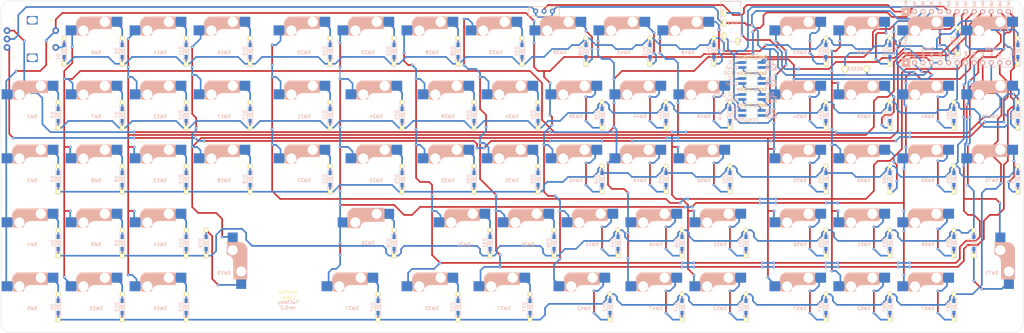
<source format=kicad_pcb>
(kicad_pcb (version 20211014) (generator pcbnew)
  (layers (0 "F.Cu" signal) (31 "B.Cu" signal) (34 "B.Paste" user) (35 "F.Paste" user) (36 "B.SilkS" user "B.Silkscreen") (37 "F.SilkS" user "F.Silkscreen") (38 "B.Mask" user) (39 "F.Mask" user) (44 "Edge.Cuts" user))
  (net 0 "")
  (net 1 "Net-(D1-Pad2)")
  (net 2 "Row0")
  (net 3 "Net-(D2-Pad2)")
  (net 4 "Row1")
  (net 5 "Net-(D3-Pad2)")
  (net 6 "Row2")
  (net 7 "Net-(D4-Pad2)")
  (net 8 "Row3")
  (net 9 "Net-(D5-Pad2)")
  (net 10 "Row4")
  (net 11 "Net-(D6-Pad2)")
  (net 12 "Net-(D7-Pad2)")
  (net 13 "Net-(D8-Pad2)")
  (net 14 "Net-(D9-Pad2)")
  (net 15 "Net-(D10-Pad2)")
  (net 16 "Net-(D11-Pad2)")
  (net 17 "Net-(D12-Pad2)")
  (net 18 "Net-(D13-Pad2)")
  (net 19 "Net-(D14-Pad2)")
  (net 20 "Net-(D15-Pad2)")
  (net 21 "Net-(D16-Pad2)")
  (net 22 "Net-(D17-Pad2)")
  (net 23 "Net-(D18-Pad2)")
  (net 24 "Net-(D19-Pad2)")
  (net 25 "Net-(D20-Pad2)")
  (net 26 "Net-(D21-Pad2)")
  (net 27 "Net-(D22-Pad2)")
  (net 28 "Net-(D23-Pad2)")
  (net 29 "Net-(D24-Pad2)")
  (net 30 "Net-(D25-Pad2)")
  (net 31 "Net-(D26-Pad2)")
  (net 32 "Net-(D27-Pad2)")
  (net 33 "Net-(D28-Pad2)")
  (net 34 "Net-(D29-Pad2)")
  (net 35 "Net-(D30-Pad2)")
  (net 36 "Net-(D31-Pad2)")
  (net 37 "Net-(D32-Pad2)")
  (net 38 "Net-(D33-Pad2)")
  (net 39 "Net-(D34-Pad2)")
  (net 40 "Net-(D35-Pad2)")
  (net 41 "Net-(D36-Pad2)")
  (net 42 "Net-(D37-Pad2)")
  (net 43 "Net-(D38-Pad1)")
  (net 44 "Net-(D39-Pad1)")
  (net 45 "Net-(D40-Pad1)")
  (net 46 "Net-(D41-Pad1)")
  (net 47 "Net-(D42-Pad1)")
  (net 48 "Net-(D43-Pad1)")
  (net 49 "Net-(D44-Pad1)")
  (net 50 "Net-(D45-Pad1)")
  (net 51 "Net-(D46-Pad1)")
  (net 52 "Net-(D47-Pad1)")
  (net 53 "Net-(D48-Pad1)")
  (net 54 "Net-(D49-Pad1)")
  (net 55 "Net-(D50-Pad1)")
  (net 56 "Net-(D51-Pad1)")
  (net 57 "Net-(D52-Pad1)")
  (net 58 "Net-(D53-Pad1)")
  (net 59 "Net-(D54-Pad1)")
  (net 60 "Net-(D55-Pad1)")
  (net 61 "Net-(D56-Pad1)")
  (net 62 "Net-(D57-Pad1)")
  (net 63 "Net-(D58-Pad1)")
  (net 64 "Net-(D59-Pad1)")
  (net 65 "Net-(D60-Pad1)")
  (net 66 "Net-(D61-Pad1)")
  (net 67 "Net-(D62-Pad1)")
  (net 68 "Net-(D63-Pad1)")
  (net 69 "Net-(D64-Pad1)")
  (net 70 "Net-(D65-Pad1)")
  (net 71 "Net-(D66-Pad1)")
  (net 72 "Net-(D67-Pad1)")
  (net 73 "Net-(D68-Pad1)")
  (net 74 "Net-(D69-Pad1)")
  (net 75 "Net-(D70-Pad1)")
  (net 76 "Net-(D71-Pad1)")
  (net 77 "VCC")
  (net 78 "GND")
  (net 79 "LED")
  (net 80 "Net-(LED1-Pad1)")
  (net 81 "Net-(LED2-Pad1)")
  (net 82 "Net-(LED3-Pad1)")
  (net 84 "A1")
  (net 85 "B1")
  (net 86 "Col0")
  (net 87 "Col1")
  (net 88 "Col2")
  (net 89 "Col3")
  (net 90 "Col4")
  (net 91 "Col5")
  (net 92 "Col6")
  (net 93 "Col7")
  (net 94 "Reset")
  (net 97 "Bat+")
  (net 99 "Data")
  (footprint "kbd_SW:CherryMX_Hotswap_1u" (layer "F.Cu") (at 47.625 47.625)
    (fp_text reference "SW7")
    (fp_text value "SW_PUSH" hide)
  )
  (footprint "kbd_SW:CherryMX_Hotswap_1u" (layer "F.Cu") (at 47.625 104.775)
    (fp_text reference "SW10")
    (fp_text value "SW_PUSH" hide)
  )
  (footprint "kbd_SW:CherryMX_Hotswap_1u" (layer "F.Cu") (at 47.625 28.575)
    (fp_text reference "SW6")
    (fp_text value "SW_PUSH" hide)
  )
  (footprint "kbd_Parts:RotaryEncoder_EC12E" (layer "F.Cu") (at 28.575 28.575)
    (fp_text reference "SW1")
    (fp_text value "RotaryEncoder_Switch")
  )
  (footprint "kbd_SW:CherryMX_Hotswap_1u" (layer "F.Cu") (at 47.625 85.725)
    (fp_text reference "SW9")
    (fp_text value "SW_PUSH" hide)
  )
  (footprint "kbd_SW:CherryMX_Hotswap_1u" (layer "F.Cu") (at 47.625 66.675)
    (fp_text reference "SW8")
    (fp_text value "SW_PUSH" hide)
  )
  (footprint "kbd_SW:CherryMX_Hotswap_1u" (layer "F.Cu") (at 66.675 47.625)
    (fp_text reference "SW12")
    (fp_text value "SW_PUSH" hide)
  )
  (footprint "kbd_SW:CherryMX_Hotswap_1u" (layer "F.Cu") (at 66.675 28.575)
    (fp_text reference "SW11")
    (fp_text value "SW_PUSH" hide)
  )
  (footprint "kbd_SW:CherryMX_Hotswap_1u" (layer "F.Cu") (at 66.675 66.675)
    (fp_text reference "SW13")
    (fp_text value "SW_PUSH" hide)
  )
  (footprint "kbd_SW:CherryMX_Hotswap_1u" (layer "F.Cu") (at 66.675 85.725)
    (fp_text reference "SW14")
    (fp_text value "SW_PUSH" hide)
  )
  (footprint "kbd_SW:CherryMX_Hotswap_1u" (layer "F.Cu") (at 85.725 47.625)
    (fp_text reference "SW17")
    (fp_text value "SW_PUSH" hide)
  )
  (footprint "kbd_SW:CherryMX_Hotswap_1u" (layer "F.Cu") (at 85.725 66.675)
    (fp_text reference "SW18")
    (fp_text value "SW_PUSH" hide)
  )
  (footprint "kbd_SW:CherryMX_Hotswap_1u" (layer "F.Cu") (at 66.675 104.775)
    (fp_text reference "SW15")
    (fp_text value "SW_PUSH" hide)
  )
  (footprint "kbd_SW:CherryMX_Hotswap_1u" (layer "F.Cu") (at 109.5375 47.625)
    (fp_text reference "SW21")
    (fp_text value "SW_PUSH" hide)
  )
  (footprint "kbd_SW:CherryMX_Hotswap_1u" (layer "F.Cu") (at 176.2125 85.725)
    (fp_text reference "SW36")
    (fp_text value "SW_PUSH" hide)
  )
  (footprint "kbd_SW:CherryMX_Hotswap_1u" (layer "F.Cu") (at 109.5375 66.675)
    (fp_text reference "SW22")
    (fp_text value "SW_PUSH" hide)
  )
  (footprint "kbd_SW:CherryMX_Hotswap_1u" (layer "F.Cu") (at 157.1625 85.725)
    (fp_text reference "SW31")
    (fp_text value "SW_PUSH" hide)
  )
  (footprint "kbd_SW:CherryMX_Hotswap_1u" (layer "F.Cu") (at 152.4 47.625)
    (fp_text reference "SW29")
    (fp_text value "SW_PUSH" hide)
  )
  (footprint "kbd_SW:CherryMX_Hotswap_1u" (layer "F.Cu") (at 152.4 66.675)
    (fp_text reference "SW30")
    (fp_text value "SW_PUSH" hide)
  )
  (footprint "kbd_SW:CherryMX_Hotswap_1u" (layer "F.Cu") (at 109.5375 28.575)
    (fp_text reference "SW20")
    (fp_text value "SW_PUSH" hide)
  )
  (footprint "kbd_SW:CherryMX_Hotswap_1u" (layer "F.Cu") (at 128.5875 28.575)
    (fp_text reference "SW23")
    (fp_text value "SW_PUSH" hide)
  )
  (footprint "kbd_SW:CherryMX_Hotswap_1u" (layer "F.Cu") (at 190.5 66.675)
    (fp_text reference "SW40")
    (fp_text value "SW_PUSH" hide)
  )
  (footprint "kbd_SW:CherryMX_Hotswap_1u" (layer "F.Cu") (at 195.2625 85.725)
    (fp_text reference "SW41")
    (fp_text value "SW_PUSH" hide)
  )
  (footprint "kbd_SW:CherryMX_Hotswap_1u" (layer "F.Cu") (at 185.7375 28.575)
    (fp_text reference "SW38")
    (fp_text value "SW_PUSH" hide)
  )
  (footprint "kbd_SW:CherryMX_Hotswap_1u" (layer "F.Cu") (at 209.55 47.625)
    (fp_text reference "SW44")
    (fp_text value "SW_PUSH" hide)
  )
  (footprint "kbd_SW:CherryMX_Hotswap_1u" (layer "F.Cu") (at 166.6875 28.575)
    (fp_text reference "SW33")
    (fp_text value "SW_PUSH" hide)
  )
  (footprint "kbd_SW:CherryMX_Hotswap_1u" (layer "F.Cu") (at 171.45 66.675)
    (fp_text reference "SW35")
    (fp_text value "SW_PUSH" hide)
  )
  (footprint "kbd_SW:CherryMX_Hotswap_1u" (layer "F.Cu") (at 147.6375 28.575)
    (fp_text reference "SW28")
    (fp_text value "SW_PUSH" hide)
  )
  (footprint "kbd_SW:CherryMX_Hotswap_1u" (layer "F.Cu") (at 214.3125 85.725)
    (fp_text reference "SW46")
    (fp_text value "SW_PUSH" hide)
  )
  (footprint "kbd_SW:CherryMX_Hotswap_1u" (layer "F.Cu") (at 171.45 47.625)
    (fp_text reference "SW34")
    (fp_text value "SW_PUSH" hide)
  )
  (footprint "kbd_SW:CherryMX_Hotswap_1u" (layer "F.Cu") (at 209.55 66.675)
    (fp_text reference "SW45")
    (fp_text value "SW_PUSH" hide)
  )
  (footprint "kbd_SW:CherryMX_Hotswap_1u" (layer "F.Cu") (at 190.5 47.625)
    (fp_text reference "SW39")
    (fp_text value "SW_PUSH" hide)
  )
  (footprint "kbd_SW:CherryMX_Hotswap_1u" (layer "F.Cu") (at 204.7875 28.575)
    (fp_text reference "SW43")
    (fp_text value "SW_PUSH" hide)
  )
  (footprint "kbd_SW:CherryMX_Hotswap_1u" (layer "F.Cu") (at 314.325 28.575)
    (fp_text reference "SW68")
    (fp_text value "SW_PUSH" hide)
  )
  (footprint "kbd_SW:CherryMX_Hotswap_1u" (layer "F.Cu") (at 314.325 47.625)
    (fp_text reference "SW69")
    (fp_text value "SW_PUSH" hide)
  )
  (footprint "kbd_SW:CherryMX_Hotswap_1u" (layer "F.Cu") (at 314.325 66.675)
    (fp_text reference "SW70")
    (fp_text value "SW_PUSH" hide)
  )
  (footprint "kbd_SW:CherryMX_Hotswap_1u" (layer "F.Cu") (at 295.275 85.725)
    (fp_text reference "SW66")
    (fp_text value "SW_PUSH" hide)
  )
  (footprint "kbd_SW:CherryMX_Hotswap_1u" (layer "F.Cu") (at 295.275 28.575)
    (fp_text reference "SW63")
    (fp_text value "SW_PUSH" hide)
  )
  (footprint "kbd_SW:CherryMX_Hotswap_1u" (layer "F.Cu") (at 276.225 104.775)
    (fp_text reference "SW62")
    (fp_text value "SW_PUSH" hide)
  )
  (footprint "kbd_SW:CherryMX_Hotswap_1u" (layer "F.Cu") (at 295.275 104.775)
    (fp_text reference "SW67")
    (fp_text value "SW_PUSH" hide)
  )
  (footprint "kbd_SW:CherryMX_Hotswap_1u" (layer "F.Cu") (at 147.6375 104.775)
    (fp_text reference "SW32")
    (fp_text value "SW_PUSH" hide)
  )
  (footprint "kbd_SW:CherryMX_Hotswap_1u" (layer "F.Cu") (at 169.06875 104.775)
    (fp_text reference "SW37")
    (fp_text value "SW_PUSH" hide)
  )
  (footprint "kbd_SW:CherryMX_Hotswap_1u" (layer "F.Cu") (at 192.88125 104.775)
    (fp_text reference "SW42")
    (fp_text value "SW_PUSH" hide)
  )
  (footprint "kbd_SW:CherryMX_Hotswap_1u" (layer "F.Cu") (at 214.3125 104.775)
    (fp_text reference "SW47")
    (fp_text value "SW_PUSH" hide)
  )
  (footprint "kbd_Parts:Diode_TH_SMD" (layer "F.Cu") (at 308.967447 89.29695 90)
    (fp_text reference "D71")
    (fp_text value "D" hide)
  )
  (footprint "kbd_Parts:Diode_TH_SMD" (layer "F.Cu") (at 183.951717 89.29695 90)
    (fp_text reference "D36")
    (fp_text value "D" hide)
  )
  (footprint "kbd_Parts:Diode_TH_SMD" (layer "F.Cu") (at 200.620481 108.346966 90)
    (fp_text reference "D42")
    (fp_text value "D" hide)
  )
  (footprint "kbd_Parts:Diode_TH_SMD" (layer "F.Cu") (at 138.707929 70.246934 90)
    (fp_text reference "D25")
    (fp_text value "D" hide)
  )
  (footprint "kbd_SW:CherryMX_Hotswap_1u" (layer "F.Cu") (at 28.575 104.775)
    (fp_text reference "SW5")
    (fp_text value "SW_PUSH" hide)
  )
  (footprint "kbd_Parts:Diode_TH_SMD" (layer "F.Cu") (at 222.051749 108.346966 90)
    (fp_text reference "D47")
    (fp_text value "D" hide)
  )
  (footprint "kbd_SW:CherryMX_Hotswap_1u" (layer "F.Cu") (at 233.3625 104.775)
    (fp_text reference "SW52")
    (fp_text value "SW_PUSH" hide)
  )
  (footprint "kbd_Parts:ResetSW" (layer "F.Cu") (at 273.84398 37.504719 180)
    (fp_text reference "SW72" hide)
    (fp_text value "SW_PUSH")
  )
  (footprint "kbd_SW:CherryMX_Hotswap_1u" (layer "F.Cu") (at 85.725072 28.575024)
    (fp_text reference "SW16")
    (fp_text value "SW_PUSH" hide)
  )
  (footprint "kbd_Parts:Diode_TH_SMD" (layer "F.Cu") (at 303.014317 89.29695 90)
    (fp_text reference "D66")
    (fp_text value "D" hide)
  )
  (footprint "kbd_SW:CherryMX_Hotswap_1u" (layer "F.Cu") (at 276.225 47.625)
    (fp_text reference "SW59")
    (fp_text value "SW_PUSH" hide)
  )
  (footprint "kbd_Parts:Diode_TH_SMD" (layer "F.Cu") (at 303.014317 70.246934 90)
    (fp_text reference "D65")
    (fp_text value "D" hide)
  )
  (footprint "kbd_SW:CherryMX_Hotswap_1u" (layer "F.Cu") (at 28.575 85.725)
    (fp_text reference "SW4")
    (fp_text value "SW_PUSH" hide)
  )
  (footprint "kbd_Parts:Diode_TH_SMD" (layer "F.Cu") (at 193.476725 32.146902 90)
    (fp_text reference "D38")
    (fp_text value "D" hide)
  )
  (footprint "kbd_Parts:Diode_TH_SMD" (layer "F.Cu") (at 236.339261 70.246934 90)
    (fp_text reference "D50")
    (fp_text value "D" hide)
  )
  (footprint "kbd_SW:CherryMX_Hotswap_1u" (layer "F.Cu") (at 28.575 66.675)
    (fp_text reference "SW3")
    (fp_text value "SW_PUSH" hide)
  )
  (footprint "kbd_Parts:Diode_TH_SMD" (layer "F.Cu") (at 93.464141 70.246934 90)
    (fp_text reference "D18")
    (fp_text value "D" hide)
  )
  (footprint "kbd_Parts:Diode_TH_SMD" (layer "F.Cu") (at 264.914285 70.246934 90)
    (fp_text reference "D55")
    (fp_text value "D" hide)
  )
  (footprint "kbd_Parts:Diode_TH_SMD" (layer "F.Cu") (at 74.414125 51.196918 90)
    (fp_text reference "D12")
    (fp_text value "D" hide)
  )
  (footprint "kbd_Parts:Diode_TH_SMD" (layer "F.Cu") (at 264.914285 108.346966 90)
    (fp_text reference "D57")
    (fp_text value "D" hide)
  )
  (footprint "kbd_Parts:LED_SK6812MINI-E_BL" (layer "F.Cu") (at 242.887704 50.601605 180)
    (fp_text reference "LED4")
    (fp_text value "LED_SK6812MINI-E")
    (fp_line (start 1.75 1.6) (end -1.75 1.6) (layer "Edge.Cuts") (width 0.12))
    (fp_line (start 1.75 -1.6) (end 1.75 1.6) (layer "Edge.Cuts") (width 0.12))
    (fp_line (start -1.75 1.6) (end -1.75 -1.6) (layer "Edge.Cuts") (width 0.12))
    (fp_line (start -1.75 -1.6) (end 1.75 -1.6) (layer "Edge.Cuts") (width 0.12))
  )
  (footprint "kbd_Parts:Diode_TH_SMD" (layer "F.Cu") (at 93.464141 51.196918 90)
    (fp_text reference "D17")
    (fp_text value "D" hide)
  )
  (footprint "kbd_SW:CherryMX_Hotswap_1u" (layer "F.Cu") (at 228.6 66.675)
    (fp_text reference "SW50")
    (fp_text value "SW_PUSH" hide)
  )
  (footprint "kbd_Parts:Diode_TH_SMD" (layer "F.Cu") (at 55.364109 89.29695 90)
    (fp_text reference "D9")
    (fp_text value "D" hide)
  )
  (footprint "kbd_Parts:Diode_TH_SMD" (layer "F.Cu") (at 179.189213 70.246934 90)
    (fp_text reference "D35")
    (fp_text value "D" hide)
  )
  (footprint "kbd_Parts:Diode_TH_SMD" (layer "F.Cu") (at 283.964301 32.146902 90)
    (fp_text reference "D58")
    (fp_text value "D" hide)
  )
  (footprint "kbd_SW:CherryMX_Hotswap_1u" (layer "F.Cu") (at 130.96875 66.675)
    (fp_text reference "SW25")
    (fp_text value "SW_PUSH" hide)
  )
  (footprint "kbd_SW:CherryMX_Hotswap_1u" (layer "F.Cu") (at 28.575 47.625)
    (fp_text reference "SW2")
    (fp_text value "SW_PUSH" hide)
  )
  (footprint "kbd_Parts:Diode_TH_SMD" (layer "F.Cu") (at 231.576757 32.146902 90)
    (fp_text reference "D48")
    (fp_text value "D" hide)
  )
  (footprint "kbd_Parts:LED_SK6812MINI-E_BL" (layer "F.Cu") (at 242.887704 45.839101 180)
    (fp_text reference "LED3")
    (fp_text value "LED_SK6812MINI-E")
    (fp_line (start -1.75 1.6) (end -1.75 -1.6) (layer "Edge.Cuts") (width 0.12))
    (fp_line (start 1.75 1.6) (end -1.75 1.6) (layer "Edge.Cuts") (width 0.12))
    (fp_line (start 1.75 -1.6) (end 1.75 1.6) (layer "Edge.Cuts") (width 0.12))
    (fp_line (start -1.75 -1.6) (end 1.75 -1.6) (layer "Edge.Cuts") (width 0.12))
  )
  (footprint "kbd_Parts:Diode_TH_SMD" (layer "F.Cu") (at 198.239229 70.246934 90)
    (fp_text reference "D40")
    (fp_text value "D" hide)
  )
  (footprint "kbd_SW:CherryMX_Hotswap_1u" (layer "F.Cu") (at 257.175 28.575)
    (fp_text reference "SW53")
    (fp_text value "SW_PUSH" hide)
  )
  (footprint "kbd_Parts:Diode_TH_SMD" (layer "F.Cu") (at 303.014317 51.196918 90)
    (fp_text reference "D64")
    (fp_text value "D" hide)
  )
  (footprint "kbd_SW:CherryMX_Hotswap_1u" (layer "F.Cu") (at 276.225 85.725)
    (fp_text reference "SW61")
    (fp_text value "SW_PUSH" hide)
  )
  (footprint "kbd_Parts:Diode_TH_SMD" (layer "F.Cu") (at 212.526741 32.146902 90)
    (fp_text reference "D43")
    (fp_text value "D" hide)
  )
  (footprint "kbd_SW:CherryMX_Hotswap_2u" (layer "F.Cu") (at 314.325 95.25 -90)
    (fp_text reference "SW71")
    (fp_text value "SW_PUSH" hide)
  )
  (footprint "kbd_Parts:Diode_TH_SMD" (layer "F.Cu") (at 160.139197 70.246934 90)
    (fp_text reference "D30")
    (fp_text value "D" hide)
  )
  (footprint "kbd_SW:CherryMX_Hotswap_1u" (layer "F.Cu") (at 130.96875 47.625)
    (fp_text reference "SW24")
    (fp_text value "SW_PUSH" hide)
  )
  (footprint "kbd_Parts:Diode_TH_SMD" (layer "F.Cu") (at 236.339261 51.196918 90)
    (fp_text reference "D49")
    (fp_text value "D" hide)
  )
  (footprint "kbd_SW:CherryMX_Hotswap_1u" (layer "F.Cu") (at 257.175 66.675)
    (fp_text reference "SW55")
    (fp_text value "SW_PUSH" hide)
  )
  (footprint "kbd_Parts:Diode_TH_SMD" (layer "F.Cu") (at 55.364109 70.246934 90)
    (fp_text reference "D8")
    (fp_text value "D" hide)
  )
  (footprint "kbd_Parts:Diode_TH_SMD" (layer "F.Cu") (at 80.367255 89.29695 90)
    (fp_text reference "D19")
    (fp_text value "D" hide)
  )
  (footprint "kbd_Parts:Diode_TH_SMD" (layer "F.Cu") (at 136.326677 89.29695 90)
    (fp_text reference "D26")
    (fp_text value "D" hide)
  )
  (footprint "kbd_Parts:Micon_BLE" (layer "F.Cu") (at 305.76863 27.979711 90)
    (fp_text reference "U1" hide)
    (fp_text value "Micon_BLEMicroPro" hide)
  )
  (footprint "kbd_Parts:LED_SK6812MINI-E_BL" (layer "F.Cu") (at 242.887704 41.076597 180)
    (fp_text reference "LED2")
    (fp_text value "LED_SK6812MINI-E")
    (fp_line (start 1.75 -1.6) (end 1.75 1.6) (layer "Edge.Cuts") (width 0.12))
    (fp_line (start 1.75 1.6) (end -1.75 1.6) (layer "Edge.Cuts") (width 0.12))
    (fp_line (start -1.75 1.6) (end -1.75 -1.6) (layer "Edge.Cuts") (width 0.12))
    (fp_line (start -1.75 -1.6) (end 1.75 -1.6) (layer "Edge.Cuts") (width 0.12))
  )
  (footprint "kbd_Parts:Diode_TH_SMD" (layer "F.Cu") (at 304.204943 29.170337 90)
    (fp_text reference "D63")
    (fp_text value "D" hide)
  )
  (footprint "kbd_Parts:Diode_TH_SMD" (layer "F.Cu") (at 74.414125 32.146902 90)
    (fp_text reference "D11")
    (fp_text value "D" hide)
  )
  (footprint "kbd_Parts:Diode_TH_SMD" (layer "F.Cu") (at 241.101765 108.346966 90)
    (fp_text reference "D52")
    (fp_text value "D" hide)
  )
  (footprint "kbd_Parts:Diode_TH_SMD" (layer "F.Cu") (at 303.014317 108.346966 90)
    (fp_text reference "D67")
    (fp_text value "D" hide)
  )
  (footprint "kbd_Parts:Diode_TH_SMD" (layer "F.Cu") (at 36.314093 51.196918 90)
    (fp_text reference "D2")
    (fp_text value "D" hide)
  )
  (footprint "kbd_Parts:Diode_TH_SMD" (layer "F.Cu") (at 264.914285 51.196918 90)
    (fp_text reference "D54")
    (fp_text value "D" hide)
  )
  (footprint "kbd_SW:CherryMX_Hotswap_1u" (layer "F.Cu") (at 257.175 104.775)
    (fp_text reference "SW57")
    (fp_text value "SW_PUSH" hide)
  )
  (footprint "kbd_Parts:Diode_TH_SMD" (layer "F.Cu") (at 322.064333 32.146902 90)
    (fp_text reference "D68")
    (fp_text value "D" hide)
  )
  (footprint "kbd_SW:CherryMX_Hotswap_2u" (layer "F.Cu") (at 128.5875 85.725)
    (fp_text reference "SW26")
    (fp_text value "SW_PUSH" hide)
  )
  (footprint "kbd_Parts:Diode_TH_SMD" (layer "F.Cu") (at 322.064333 51.196918 90)
    (fp_text reference "D69")
    (fp_text value "D" hide)
  )
  (footprint "kbd_Parts:Diode_TH_SMD" (layer "F.Cu") (at 283.964301 70.246934 90)
    (fp_text reference "D60")
    (fp_text value "D" hide)
  )
  (footprint "kbd_Parts:Diode_TH_SMD" (layer "F.Cu") (at 138.707929 51.196918 90)
    (fp_text reference "D24")
    (fp_text value "D" hide)
  )
  (footprint "kbd_Parts:Diode_TH_SMD" (layer "F.Cu") (at 155.376693 32.146902 90)
    (fp_text reference "D28")
    (fp_text value "D" hide)
  )
  (footprint "kbd_Parts:Diode_TH_SMD" (layer "F.Cu") (at 117.276661 70.246934 90)
    (fp_text reference "D22")
    (fp_text value "D" hide)
  )
  (footprint "kbd_Parts:Diode_TH_SMD" (layer "F.Cu") (at 217.289245 51.196918 90)
    (fp_text reference "D44")
    (fp_text value "D" hide)
  )
  (footprint "kbd_Parts:Diode_TH_SMD" (layer "F.Cu") (at 164.901701 89.29695 90)
    (fp_text reference "D31")
    (fp_text value "D" hide)
  )
  (footprint "kbd_SW:CherryMX_Hotswap_1u" (layer "F.Cu") (at 223.8375 28.575)
    (fp_text reference "SW48")
    (fp_text value "SW_PUSH" hide)
  )
  (footprint "kbd_Parts:Diode_TH_SMD" (layer "F.Cu") (at 264.914285 89.29695 90)
    (fp_text reference "D56")
    (fp_text value "D" hide)
  )
  (footprint "kbd_SW:CherryMX_Hotswap_1u" (layer "F.Cu") (at 295.275 47.625)
    (fp_text reference "SW64")
    (fp_text value "SW_PUSH" hide)
  )
  (footprint "kbd_Parts:Diode_TH_SMD" (layer "F.Cu") (at 117.276661 32.146902 90)
    (fp_text reference "D20")
    (fp_text value "D" hide)
  )
  (footprint "kbd_Parts:Diode_TH_SMD" (layer "F.Cu") (at 74.414125 70.246934 90)
    (fp_text reference "D13")
    (fp_text value "D" hide)
  )
  (footprint "kbd_Parts:Diode_TH_SMD" (layer "F.Cu") (at 38.100032 32.146902 90)
    (fp_text reference "D1")
    (fp_text value "D" hide)
  )
  (footprint "kbd_SW:CherryMX_Hotswap_1u" (layer "F.Cu") (at 276.225 66.675)
    (fp_text reference "SW60")
    (fp_text value "SW_PUSH" hide)
  )
  (footprint "kbd_Parts:Diode_TH_SMD" (layer "F.Cu") (at 36.314093 70.246934 90)
    (fp_text reference "D3")
    (fp_text value "D" hide)
  )
  (footprint "kbd_Parts:Diode_TH_SMD" (layer "F.Cu") (at 217.289245 70.246934 90)
    (fp_text reference "D45")
    (fp_text value "D" hide)
  )
  (footprint "kbd_SW:CherryMX_Hotswap_1u" (layer "F.Cu") (at 257.175 47.625)
    (fp_text reference "SW54")
    (fp_text value "SW_PUSH" hide)
  )
  (footprint "kbd_Parts:Diode_TH_SMD" (layer "F.Cu") (at 283.964301 108.346966 90)
    (fp_text reference "D62")
    (fp_text value "D" hide)
  )
  (footprint "kbd_Parts:Diode_TH_SMD" (layer "F.Cu") (at 283.964301 51.196918 90)
    (fp_text reference "D59")
    (fp_text value "D" hide)
  )
  (footprint "kbd_Parts:Diode_TH_SMD" (layer "F.Cu") (at 74.414125 108.346966 90)
    (fp_text reference "D15")
    (fp_text value "D" hide)
  )
  (footprint "kbd_Parts:Diode_TH_SMD" (layer "F.Cu") (at 160.139197 51.196918 90)
    (fp_text reference "D29")
    (fp_text value "D" hide)
  )
  (footprint "kbd_Parts:Diode_TH_SMD" (layer "F.Cu") (at 55.364109 108.346966 90)
    (fp_text reference "D10")
    (fp_text value "D" hide)
  )
  (footprint "kbd_Parts:Diode_TH_SMD" (layer "F.Cu") (at 241.101765 89.29695 90)
    (fp_text reference "D51")
    (fp_text value "D" hide)
  )
  (footprint "kbd_Parts:Diode_TH_SMD" (layer "F.Cu") (at 203.001733 89.29695 90)
    (fp_text reference "D41")
    (fp_text value "D" hide)
  )
  (footprint "kbd_Parts:Diode_TH_SMD" (layer "F.Cu") (at 322.064333 70.246934 90)
    (fp_text reference "D70")
    (fp_text value "D" hide)
  )
  (footprint "kbd_Parts:TRRS_MJ-4PP-9" (layer "F.Cu") (at 236.63652 23.514824)
    (fp_text reference "J2")
    (fp_text value "MJ-4PP-9" hide)
  )
  (footprint "kbd_Parts:Diode_TH_SMD" (layer "F.Cu") (at 93.464141 32.146902 90)
    (fp_text reference "D16")
    (fp_text value "D" hide)
  )
  (footprint "kbd_SW:CherryMX_Hotswap_1u" (layer "F.Cu") (at 233.3625 85.725)
    (fp_text reference "SW51")
    (fp_text value "SW_PUSH" hide)
  )
  (footprint "kbd_Parts:Diode_TH_SMD" (layer "F.Cu") (at 198.239229 51.196918 90)
    (fp_text reference "D39")
    (fp_text value "D" hide)
  )
  (footprint "kbd_Parts:Diode_TH_SMD" (layer "F.Cu") (at 174.426709 32.146902 90)
    (fp_text reference "D33")
    (fp_text value "D" hide)
  )
  (footprint "kbd_Parts:Diode_TH_SMD" (layer "F.Cu") (at 55.364109 51.196918 90)
    (fp_text reference "D7")
    (fp_text value "D" hide)
  )
  (footprint "kbd_Parts:Diode_TH_SMD" (layer "F.Cu") (at 179.189213 51.196918 90)
    (fp_text reference "D34")
    (fp_text value "D" hide)
  )
  (footprint "kbd_SW:CherryMX_Hotswap_2u" (layer "F.Cu") (at 85.725 95.25 -90)
    (fp_text reference "SW19")
    (fp_text value "SW_PUSH" hide)
  )
  (footprint "kbd_Parts:Diode_TH_SMD" (layer "F.Cu") (at 74.414125 89.29695 90)
    (fp_text reference "D14")
    (fp_text value "D" hide)
  )
  (footprint "kbd_Parts:Battery_XH2.5_GL_PCB" (layer "F.Cu") (at 180.975152 20.240642)
    (fp_text reference "J1")
    (fp_text value "Conn_01x02" hide)
  )
  (footprint "kbd_Parts:Diode_TH_SMD" (layer "F.Cu") (at 136.326677 32.146902 90)
    (fp_text reference "D23")
    (fp_text value "D" hide)
  )
  (footprint "kbd_Parts:Diode_TH_SMD" (layer "F.Cu") (at 55.364109 32.146902 90)
    (fp_text reference "D6")
    (fp_text value "D" hide)
  )
  (footprint "kbd_Parts:Diode_TH_SMD" (layer "F.Cu") (at 264.914285 32.146902 90)
    (fp_text reference "D53")
    (fp_text value "D" hide)
  )
  (footprint "kbd_SW:CherryMX_Hotswap_1u" (layer "F.Cu") (at 228.6 47.625)
    (fp_text reference "SW49")
    (fp_text value "SW_PUSH" hide)
  )
  (footprint "kbd_Parts:LED_SK6812MINI-E_BL" (layer "F.Cu") (at 242.887704 36.314093 180)
    (fp_text reference "LED1")
    (fp_text value "LED_SK6812MINI-E")
    (fp_line (start 1.75 1.6) (end -1.75 1.6) (layer "Edge.Cuts") (width 0.12))
    (fp_line (start -1.75 -1.6) (end 1.75 -1.6) (layer "Edge.Cuts") (width 0.12))
    (fp_line (start -1.75 1.6) (end -1.75 -1.6) (layer "Edge.Cuts") (width 0.12))
    (fp_line (start 1.75 -1.6) (end 1.75 1.6) (layer "Edge.Cuts") (width 0.12))
  )
  (footprint "kbd_Parts:Diode_TH_SMD" (layer "F.Cu") (at 131.564173 108.346966 90)
    (fp_text reference "D27")
    (fp_text value "D" hide)
  )
  (footprint "kbd_SW:CherryMX_Hotswap_1u" (layer "F.Cu") (at 257.175 85.725)
    (fp_text reference "SW56")
    (fp_text value "SW_PUSH" hide)
  )
  (footprint "kbd_SW:CherryMX_Hotswap_1u" (layer "F.Cu") (at 276.225 28.575)
    (fp_text reference "SW58")
    (fp_text value "SW_PUSH" hide)
  )
  (footprint "kbd_Parts:Diode_TH_SMD" (layer "F.Cu") (at 36.314093 89.29695 90)
    (fp_text reference "D4")
    (fp_text value "D" hide)
  )
  (footprint "kbd_Parts:Diode_TH_SMD" (layer "F.Cu") (at 222.051749 89.29695 90)
    (fp_text reference "D46")
    (fp_text value "D" hide)
  )
  (footprint "kbd_Parts:Diode_TH_SMD" (layer "F.Cu") (at 283.964301 89.29695 90)
    (fp_text reference "D61")
    (fp_text value "D" hide)
  )
  (footprint "kbd_SW:CherryMX_Hotswap_1u" (layer "F.Cu") (at 123.825 104.775)
    (fp_text reference "SW27")
    (fp_text value "SW_PUSH" hide)
  )
  (footprint "kbd_Parts:Diode_TH_SMD" (layer "F.Cu") (at 36.314093 108.346966 90)
    (fp_text reference "D5")
    (fp_text value "D" hide)
  )
  (footprint "kbd_Parts:Diode_TH_SMD" (layer "F.Cu") (at 117.276661 51.196918 90)
    (fp_text reference "D21")
    (fp_text value "D" hide)
  )
  (footprint "kbd_Parts:Diode_TH_SMD" (layer "F.Cu") (at 176.807961 108.346966 90)
    (fp_text reference "D37")
    (fp_text value "D" hide)
  )
  (footprint "kbd_Parts:Diode_TH_SMD" (layer "F.Cu") (at 155.376693 108.346966 90)
    (fp_text reference "D32")
    (fp_text value "D" hide)
  )
  (footprint "kbd_SW:CherryMX_Hotswap_1u" (layer "F.Cu") (at 295.275 66.675)
    (fp_text reference "SW65")
    (fp_text value "SW_PUSH" hide)
  )
  (gr_arc (start 22.275 116.05) (mid 20.15368 115.17132) (end 19.275 113.05) (layer "Edge.Cuts") (width 0.1))
  (gr_arc (start 19.275 20.25) (mid 20.15368 18.12868) (end 22.275 17.25) (layer "Edge.Cuts") (width 0.1))
  (gr_arc (start 323.625 113.05) (mid 322.74632 115.17132) (end 320.625 116.05) (layer "Edge.Cuts") (width 0.1))
  (gr_arc (start 320.625 17.25) (mid 322.74632 18.12868) (end 323.625 20.25) (layer "Edge.Cuts") (width 0.1))
  (gr_line (start 19.275 20.25) (end 19.275 113.05) (layer "Edge.Cuts") (width 0.1))
  (gr_line (start 22.275 116.05) (end 320.625 116.05) (layer "Edge.Cuts") (width 0.1))
  (gr_line (start 320.625 17.25) (end 22.275 17.25) (layer "Edge.Cuts") (width 0.1))
  (gr_line (start 323.625 20.25) (end 323.625 113.05) (layer "Edge.Cuts") (width 0.1))
  (gr_text "TwENkey\nrev0.2\n" (at 104.775088 107.751653) (layer "B.SilkS") (effects (font (size 1 1)) (justify mirror)))
  (gr_text "TwENkey\nrev0.2" (at 104.775088 104.775088) (layer "F.SilkS") (effects (font (size 1 1))))
  (segment (start 35.575 31.075) (end 37.396934 31.075) (width 0.5) (layer "B.Cu") (net 1))
  (segment (start 37.396934 31.075) (end 38.100032 30.371902) (width 0.5) (layer "B.Cu") (net 1))
  (segment (start 38.100032 28.336902) (end 38.100032 30.371902) (width 0.5) (layer "B.Cu") (net 1))
  (segment (start 318.976786 25.896072) (end 319.081856 25.791002) (width 0.5) (layer "F.Cu") (net 2))
  (segment (start 247.054895 30.360963) (end 245.268956 32.146902) (width 0.5) (layer "F.Cu") (net 2))
  (segment (start 245.268956 32.146902) (end 234.553322 32.146902) (width 0.5) (layer "F.Cu") (net 2))
  (segment (start 317.00364 25.896072) (end 318.976786 25.896072) (width 0.5) (layer "F.Cu") (net 2))
  (via (at 234.553322 32.146902) (size 0.8) (drill 0.4) (layers "F.Cu" "B.Cu") (net 2))
  (via (at 319.081856 25.791002) (size 0.8) (drill 0.4) (layers "F.Cu" "B.Cu") (net 2))
  (via (at 317.00364 25.896072) (size 0.8) (drill 0.4) (layers "F.Cu" "B.Cu") (net 2))
  (via (at 247.054895 30.360963) (size 0.8) (drill 0.4) (layers "F.Cu" "B.Cu") (net 2))
  (segment (start 212.526741 28.336902) (end 213.479245 28.336902) (width 0.5) (layer "B.Cu") (net 2))
  (segment (start 191.441725 30.371902) (end 189.298595 30.371902) (width 0.5) (layer "B.Cu") (net 2))
  (segment (start 305.395056 23.217168) (end 312.836456 23.217168) (width 0.5) (layer "B.Cu") (net 2))
  (segment (start 264.557094 28.336902) (end 263.723659 29.170337) (width 0.5) (layer "B.Cu") (net 2))
  (segment (start 155.376693 35.956902) (end 155.733884 35.956902) (width 0.5) (layer "B.Cu") (net 2))
  (segment (start 189.298595 30.371902) (end 188.118908 31.551589) (width 0.5) (layer "B.Cu") (net 2))
  (segment (start 226.21894 31.551589) (end 227.398627 30.371902) (width 0.5) (layer "B.Cu") (net 2))
  (segment (start 312.836456 23.217168) (end 313.729424 24.110136) (width 0.5) (layer "B.Cu") (net 2))
  (segment (start 263.723659 29.76565) (end 261.93772 31.551589) (width 0.5) (layer "B.Cu") (net 2))
  (segment (start 194.429229 28.336902) (end 196.464229 30.371902) (width 0.5) (layer "B.Cu") (net 2))
  (segment (start 55.364109 35.956902) (end 56.294735 35.956902) (width 0.5) (layer "B.Cu") (net 2))
  (segment (start 136.326677 35.956902) (end 136.326677 33.921902) (width 0.5) (layer "B.Cu") (net 2))
  (segment (start 229.779879 30.371902) (end 227.398627 30.371902) (width 0.5) (layer "B.Cu") (net 2))
  (segment (start 153.828876 35.956902) (end 151.793876 33.921902) (width 0.5) (layer "B.Cu") (net 2))
  (segment (start 301.45063 35.636111) (end 300.633065 34.818546) (width 0.5) (layer "B.Cu") (net 2))
  (segment (start 264.914285 28.336902) (end 264.557094 28.336902) (width 0.5) (layer "B.Cu") (net 2))
  (segment (start 183.356404 31.551589) (end 180.975152 33.932841) (width 0.5) (layer "B.Cu") (net 2))
  (segment (start 212.526741 28.336902) (end 212.526741 30.371902) (width 0.5) (layer "B.Cu") (net 2))
  (segment (start 283.606586 28.336902) (end 282.7732 29.170288) (width 0.5) (layer "B.Cu") (net 2))
  (segment (start 264.914285 28.336902) (end 264.914285 30.371902) (width 0.5) (layer "B.Cu") (net 2))
  (segment (start 321.065754 25.791002) (end 322.064333 26.789581) (width 0.5) (layer "B.Cu") (net 2))
  (segment (start 56.294735 35.956902) (end 58.329735 33.921902) (width 0.5) (layer "B.Cu") (net 2))
  (segment (start 282.177627 30.658829) (end 279.499245 30.658829) (width 0.5) (layer "B.Cu") (net 2))
  (segment (start 55.364109 35.956902) (end 53.242857 35.956902) (width 0.5) (layer "B.Cu") (net 2))
  (segment (start 272.664293 30.371902) (end 273.84398 31.551589) (width 0.5) (layer "B.Cu") (net 2))
  (segment (start 220.254871 30.371902) (end 221.434558 31.551589) (width 0.5) (layer "B.Cu") (net 2))
  (segment (start 136.326677 35.956902) (end 135.396051 35.956902) (width 0.5) (layer "B.Cu") (net 2))
  (segment (start 38.100032 35.956902) (end 39.052536 35.956902) (width 0.5) (layer "B.Cu") (net 2))
  (segment (start 231.576757 28.336902) (end 231.576757 30.371902) (width 0.5) (layer "B.Cu") (net 2))
  (segment (start 93.464141 35.956902) (end 94.99008 35.956902) (width 0.5) (layer "B.Cu") (net 2))
  (segment (start 171.461083 33.921902) (end 157.768884 33.921902) (width 0.5) (layer "B.Cu") (net 2))
  (segment (start 266.700224 29.76565) (end 267.306476 30.371902) (width 0.5) (layer "B.Cu") (net 2))
  (segment (start 294.381837 31.551589) (end 297.953709 31.551589) (width 0.5) (layer "B.Cu") (net 2))
  (segment (start 212.526741 28.336902) (end 212.16955 28.336902) (width 0.5) (layer "B.Cu") (net 2))
  (segment (start 118.824478 35.956902) (end 120.859478 33.921902) (width 0.5) (layer "B.Cu") (net 2))
  (segment (start 231.219566 28.336902) (end 230.386131 29.170337) (width 0.5) (layer "B.Cu") (net 2))
  (segment (start 174.426709 35.956902) (end 174.426709 33.921902) (width 0.5) (layer "B.Cu") (net 2))
  (segment (start 39.052536 35.956902) (end 41.087536 33.921902) (width 0.5) (layer "B.Cu") (net 2))
  (segment (start 215.514245 30.371902) (end 220.254871 30.371902) (width 0.5) (layer "B.Cu") (net 2))
  (segment (start 212.16955 28.336902) (end 212.16955 28.393594) (width 0.5) (layer "B.Cu") (net 2))
  (segment (start 253.603338 30.360963) (end 247.054895 30.360963) (width 0.5) (layer "B.Cu") (net 2))
  (segment (start 155.376693 35.956902) (end 153.828876 35.956902) (width 0.5) (layer "B.Cu") (net 2))
  (segment (start 188.118908 31.551589) (end 183.356404 31.551589) (width 0.5) (layer "B.Cu") (net 2))
  (segment (start 151.793876 33.921902) (end 139.887616 33.921902) (width 0.5) (layer "B.Cu") (net 2))
  (segment (start 117.276661 35.956902) (end 118.824478 35.956902) (width 0.5) (layer "B.Cu") (net 2))
  (segment (start 207.168924 31.551589) (end 208.348611 30.371902) (width 0.5) (layer "B.Cu") (net 2))
  (segment (start 73.483499 35.956902) (end 71.448499 33.921902) (width 0.5) (layer "B.Cu") (net 2))
  (segment (start 193.476725 28.336902) (end 194.429229 28.336902) (width 0.5) (layer "B.Cu") (net 2))
  (segment (start 234.553322 29.76565) (end 233.124574 28.336902) (width 0.5) (layer "B.Cu") (net 2))
  (segment (start 75.344751 35.956902) (end 77.379751 33.921902) (width 0.5) (layer "B.Cu") (net 2))
  (segment (start 155.733884 35.956902) (end 157.768884 33.921902) (width 0.5) (layer "B.Cu") (net 2))
  (segment (start 304.204943 25.360337) (end 304.204943 27.395337) (width 0.5) (layer "B.Cu") (net 2))
  (segment (start 173.496083 35.956902) (end 171.461083 33.921902) (width 0.5) (layer "B.Cu") (net 2))
  (segment (start 293.499539 30.669291) (end 294.381837 31.551589) (width 0.5) (layer "B.Cu") (net 2))
  (segment (start 299.442439 31.551589) (end 297.953709 31.551589) (width 0.5) (layer "B.Cu") (net 2))
  (segment (start 302.109623 27.075479) (end 299.453153 27.075479) (width 0.5) (layer "B.Cu") (net 2))
  (segment (start 212.16955 28.393594) (end 210.191242 30.371902) (width 0.5) (layer "B.Cu") (net 2))
  (segment (start 97.02508 33.921902) (end 113.715722 33.921902) (width 0.5) (layer "B.Cu") (net 2))
  (segment (start 282.7732 30.063256) (end 282.177627 30.658829) (width 0.5) (layer "B.Cu") (net 2))
  (segment (start 136.326677 35.956902) (end 137.852616 35.956902) (width 0.5) (layer "B.Cu") (net 2))
  (segment (start 297.953656 31.551536) (end 297.953709 31.551589) (width 0.5) (layer "B.Cu") (net 2))
  (segment (start 264.914285 28.336902) (end 265.866789 28.336902) (width 0.5) (layer "B.Cu") (net 2))
  (segment (start 133.361051 33.921902) (end 135.396051 35.956902) (width 0.5) (layer "B.Cu") (net 2))
  (segment (start 174.426709 35.956902) (end 175.357335 35.956902) (width 0.5) (layer "B.Cu") (net 2))
  (segment (start 180.964213 33.921902) (end 177.392335 33.921902) (width 0.5) (layer "B.Cu") (net 2))
  (segment (start 202.384542 31.551589) (end 207.168924 31.551589) (width 0.5) (layer "B.Cu") (net 2))
  (segment (start 273.84398 31.551589) (end 278.606484 31.551589) (width 0.5) (layer "B.Cu") (net 2))
  (segment (start 278.606484 31.551589) (end 279.499245 30.658829) (width 0.5) (layer "B.Cu") (net 2))
  (segment (start 53.242857 35.956902) (end 51.207857 33.921902) (width 0.5) (layer "B.Cu") (net 2))
  (segment (start 254.793964 31.551589) (end 253.603338 30.360963) (width 0.5) (layer "B.Cu") (net 2))
  (segment (start 196.464229 30.371902) (end 201.204855 30.371902) (width 0.5) (layer "B.Cu") (net 2))
  (segment (start 314.324736 25.896072) (end 317.00364 25.896072) (width 0.5) (layer "B.Cu") (net 2))
  (segment (start 303.824765 25.360337) (end 302.109623 27.075479) (width 0.5) (layer "B.Cu") (net 2))
  (segment (start 265.866789 28.336902) (end 266.700224 29.170337) (width 0.5) (layer "B.Cu") (net 2))
  (segment (start 137.852616 35.956902) (end 139.887616 33.921902) (width 0.5) (layer "B.Cu") (net 2))
  (segment (start 286.355795 30.669291) (end 293.499539 30.669291) (width 0.5) (layer "B.Cu") (net 2))
  (segment (start 313.729424 24.110136) (end 313.729424 25.30076) (width 0.5) (layer "B.Cu") (net 2))
  (segment (start 304.204943 24.407281) (end 305.395056 23.217168) (width 0.5) (layer "B.Cu") (net 2))
  (segment (start 74.414125 35.956902) (end 73.483499 35.956902) (width 0.5) (layer "B.Cu") (net 2))
  (segment (start 283.964301 28.336902) (end 283.964301 30.371902) (width 0.5) (layer "B.Cu") (net 2))
  (segment (start 282.7732 29.170288) (end 282.7732 30.063256) (width 0.5) (layer "B.Cu") (net 2))
  (segment (start 193.476725 28.336902) (end 191.441725 30.371902) (width 0.5) (layer "B.Cu") (net 2))
  (segment (start 94.99008 35.956902) (end 97.02508 33.921902) (width 0.5) (layer "B.Cu") (net 2))
  (segment (start 297.953656 28.574976) (end 297.953656 31.551536) (width 0.5) (layer "B.Cu") (net 2))
  (segment (start 51.207857 33.921902) (end 41.087536 33.921902) (width 0.5) (layer "B.Cu") (net 2))
  (segment (start 322.064333 26.789581) (end 322.064333 28.336902) (width 0.5) (layer "B.Cu") (net 2))
  (segment (start 117.276661 33.921902) (end 117.276661 35.956902) (width 0.5) (layer "B.Cu") (net 2))
  (segment (start 155.376693 33.921902) (end 155.376693 35.956902) (width 0.5) (layer "B.Cu") (net 2))
  (segment (start 322.064333 28.336902) (end 322.064333 30.371902) (width 0.5) (layer "B.Cu") (net 2))
  (segment (start 38.100032 35.956902) (end 38.100032 33.921902) (width 0.5) (layer "B.Cu") (net 2))
  (segment (start 210.191242 30.371902) (end 208.348611 30.371902) (width 0.5) (layer "B.Cu") (net 2))
  (segment (start 231.576757 28.336902) (end 231.219566 28.336902) (width 0.5) (layer "B.Cu") (net 2))
  (segment (start 304.204943 25.360337) (end 303.824765 25.360337) (width 0.5) (layer "B.Cu") (net 2))
  (segment (start 284.916374 28.336902) (end 285.74976 29.170288) (width 0.5) (layer "B.Cu") (net 2))
  (segment (start 93.464141 35.956902) (end 93.464141 33.921902) (width 0.5) (layer "B.Cu") (net 2))
  (segment (start 213.479245 28.336902) (end 215.514245 30.371902) (width 0.5) (layer "B.Cu") (net 2))
  (segment (start 71.448499 33.921902) (end 58.329735 33.921902) (width 0.5) (layer "B.Cu") (net 2))
  (segment (start 74.414125 35.956902) (end 75.344751 35.956902) (width 0.5) (layer "B.Cu") (net 2))
  (segment (start 89.881324 33.921902) (end 77.379751 33.921902) (width 0.5) (layer "B.Cu") (net 2))
  (segment (start 174.426709 35.956902) (end 173.496083 35.956902) (width 0.5) (layer "B.Cu") (net 2))
  (segment (start 285.74976 29.170288) (end 285.74976 30.063256) (width 0.5) (layer "B.Cu") (net 2))
  (segment (start 55.364109 35.956902) (end 55.364109 33.921902) (width 0.5) (layer "B.Cu") (net 2))
  (segment (start 300.633065 34.818546) (end 300.633065 32.742215) (width 0.5) (layer "B.Cu") (net 2))
  (segment (start 93.464141 35.956902) (end 91.916324 35.956902) (width 0.5) (layer "B.Cu") (net 2))
  (segment (start 285.74976 30.063256) (end 286.355795 30.669291) (width 0.5) (layer "B.Cu") (net 2))
  (segment (start 201.204855 30.371902) (end 202.384542 31.551589) (width 0.5) (layer "B.Cu") (net 2))
  (segment (start 133.361051 33.921902) (end 120.859478 33.921902) (width 0.5) (layer "B.Cu") (net 2))
  (segment (start 254.793964 31.551589) (end 261.93772 31.551589) (width 0.5) (layer "B.Cu") (net 2))
  (segment (start 304.204943 25.360337) (end 304.204943 24.407281) (width 0.5) (layer "B.Cu") (net 2))
  (segment (start 319.081856 25.791002) (end 321.065754 25.791002) (width 0.5) (layer "B.Cu") (net 2))
  (segment (start 283.964301 28.336902) (end 284.916374 28.336902) (width 0.5) (layer "B.Cu") (net 2))
  (segment (start 300.633065 32.742215) (end 299.442439 31.551589) (width 0.5) (layer "B.Cu") (net 2))
  (segment (start 193.476725 28.336902) (end 193.476725 30.371902) (width 0.5) (layer "B.Cu") (net 2))
  (segment (start 283.964301 28.336902) (end 283.606586 28.336902) (width 0.5) (layer "B.Cu") (net 2))
  (segment (start 91.916324 35.956902) (end 89.881324 33.921902) (width 0.5) (layer "B.Cu") (net 2))
  (segment (start 117.276661 35.956902) (end 115.750722 35.956902) (width 0.5) (layer "B.Cu") (net 2))
  (segment (start 230.386131 29.170337) (end 230.386131 29.76565) (width 0.5) (layer "B.Cu") (net 2))
  (segment (start 115.750722 35.956902) (end 113.715722 33.921902) (width 0.5) (layer "B.Cu") (net 2))
  (segment (start 221.434558 31.551589) (end 226.21894 31.551589) (width 0.5) (layer "B.Cu") (net 2))
  (segment (start 266.700224 29.170337) (end 266.700224 29.76565) (width 0.5) (layer "B.Cu") (net 2))
  (segment (start 267.306476 30.371902) (end 272.664293 30.371902) (width 0.5) (layer "B.Cu") (net 2))
  (segment (start 233.124574 28.336902) (end 231.576757 28.336902) (width 0.5) (layer "B.Cu") (net 2))
  (segment (start 299.453153 27.075479) (end 297.953656 28.574976) (width 0.5) (layer "B.Cu") (net 2))
  (segment (start 74.414125 35.956902) (end 74.414125 33.921902) (width 0.5) (layer "B.Cu") (net 2))
  (segment (start 263.723659 29.170337) (end 263.723659 29.76565) (width 0.5) (layer "B.Cu") (net 2))
  (segment (start 230.386131 29.76565) (end 229.779879 30.371902) (width 0.5) (layer "B.Cu") (net 2))
  (segment (start 313.729424 25.30076) (end 314.324736 25.896072) (width 0.5) (layer "B.Cu") (net 2))
  (segment (start 175.357335 35.956902) (end 177.392335 33.921902) (width 0.5) (layer "B.Cu") (net 2))
  (segment (start 234.553322 32.146902) (end 234.553322 29.76565) (width 0.5) (layer "B.Cu") (net 2))
  (segment (start 34.275 42.505) (end 36.314093 44.544093) (width 0.5) (layer "B.Cu") (net 3))
  (segment (start 36.314093 47.386918) (end 36.314093 49.421918) (width 0.5) (layer "B.Cu") (net 3))
  (segment (start 36.314093 44.544093) (end 36.314093 47.386918) (width 0.5) (layer "B.Cu") (net 3))
  (segment (start 322.064333 46.180689) (end 320.8297 44.946056) (width 0.5) (layer "F.Cu") (net 4))
  (segment (start 322.064333 47.386918) (end 322.064333 46.180689) (width 0.5) (layer "F.Cu") (net 4))
  (via (at 320.8297 44.946056) (size 0.8) (drill 0.4) (layers "F.Cu" "B.Cu") (net 4))
  (segment (start 216.098256 49.11324) (end 216.098256 48.220272) (width 0.5) (layer "B.Cu") (net 4))
  (segment (start 236.339261 47.386918) (end 235.981594 47.386918) (width 0.5) (layer "B.Cu") (net 4))
  (segment (start 201.513197 50.601605) (end 214.609891 50.601605) (width 0.5) (layer "B.Cu") (net 4))
  (segment (start 74.414125 55.006918) (end 73.46159 55.006918) (width 0.5) (layer "B.Cu") (net 4))
  (segment (start 236.339261 47.386918) (end 236.339261 49.421918) (width 0.5) (layer "B.Cu") (net 4))
  (segment (start 304.502088 47.922616) (end 304.502088 48.815584) (width 0.5) (layer "B.Cu") (net 4))
  (segment (start 200.322488 49.410896) (end 201.513197 50.601605) (width 0.5) (layer "B.Cu") (net 4))
  (segment (start 233.659875 50.601605) (end 220.860837 50.601605) (width 0.5) (layer "B.Cu") (net 4))
  (segment (start 297.678378 50.601605) (end 298.5602 49.719784) (width 0.5) (layer "B.Cu") (net 4))
  (segment (start 74.414125 55.006918) (end 74.414125 52.971918) (width 0.5) (layer "B.Cu") (net 4))
  (segment (start 36.314093 55.006918) (end 37.266442 55.006918) (width 0.5) (layer "B.Cu") (net 4))
  (segment (start 247.650208 53.57817) (end 239.315514 53.57817) (width 0.5) (layer "B.Cu") (net 4))
  (segment (start 93.464141 55.006918) (end 94.416394 55.006918) (width 0.5) (layer "B.Cu") (net 4))
  (segment (start 55.364109 55.006918) (end 54.411606 55.006918) (width 0.5) (layer "B.Cu") (net 4))
  (segment (start 197.048272 49.11324) (end 195.559907 50.601605) (width 0.5) (layer "B.Cu") (net 4))
  (segment (start 55.364109 55.006918) (end 55.364109 52.971918) (width 0.5) (layer "B.Cu") (net 4))
  (segment (start 298.5602 49.719784) (end 301.21664 49.719784) (width 0.5) (layer "B.Cu") (net 4))
  (segment (start 216.93161 47.386918) (end 217.289245 47.386918) (width 0.5) (layer "B.Cu") (net 4))
  (segment (start 185.748595 52.971918) (end 182.176322 52.971918) (width 0.5) (layer "B.Cu") (net 4))
  (segment (start 303.99063 46.410605) (end 303.014317 47.386918) (width 0.5) (layer "B.Cu") (net 4))
  (segment (start 235.14824 49.11324) (end 233.659875 50.601605) (width 0.5) (layer "B.Cu") (net 4))
  (segment (start 301.823184 49.11324) (end 301.823184 48.220272) (width 0.5) (layer "B.Cu") (net 4))
  (segment (start 283.606554 47.386918) (end 282.7732 48.220272) (width 0.5) (layer "B.Cu") (net 4))
  (segment (start 74.414125 55.006918) (end 75.36641 55.006918) (width 0.5) (layer "B.Cu") (net 4))
  (segment (start 197.048272 48.220272) (end 197.048272 49.11324) (width 0.5) (layer "B.Cu") (net 4))
  (segment (start 266.461734 47.386918) (end 267.295088 48.220272) (width 0.5) (layer "B.Cu") (net 4))
  (segment (start 163.126338 52.971918) (end 176.201502 52.971918) (width 0.5) (layer "B.Cu") (net 4))
  (segment (start 267.295088 49.11324) (end 268.783453 50.601605) (width 0.5) (layer "B.Cu") (net 4))
  (segment (start 137.755286 55.006918) (end 135.731136 52.982768) (width 0.5) (layer "B.Cu") (net 4))
  (segment (start 135.731136 52.982768) (end 120.253024 52.982768) (width 0.5) (layer "B.Cu") (net 4))
  (segment (start 250.626773 50.601605) (end 247.650208 53.57817) (width 0.5) (layer "B.Cu") (net 4))
  (segment (start 160.139197 55.006918) (end 159.186518 55.006918) (width 0.5) (layer "B.Cu") (net 4))
  (segment (start 286.047416 48.220272) (end 286.047416 49.410896) (width 0.5) (layer "B.Cu") (net 4))
  (segment (start 216.098256 48.220272) (end 216.93161 47.386918) (width 0.5) (layer "B.Cu") (net 4))
  (segment (start 301.21664 49.719784) (end 301.823184 49.11324) (width 0.5) (layer "B.Cu") (net 4))
  (segment (start 319.087232 44.946056) (end 320.8297 44.946056) (width 0.5) (layer "B.Cu") (net 4))
  (segment (start 179.189213 52.971918) (end 179.189213 55.006918) (width 0.5) (layer "B.Cu") (net 4))
  (segment (start 267.295088 48.220272) (end 267.295088 49.11324) (width 0.5) (layer "B.Cu") (net 4))
  (segment (start 179.189213 55.006918) (end 180.141322 55.006918) (width 0.5) (layer "B.Cu") (net 4))
  (segment (start 71.43744 52.982768) (end 58.340576 52.982768) (width 0.5) (layer "B.Cu") (net 4))
  (segment (start 138.707929 55.006918) (end 137.755286 55.006918) (width 0.5) (layer "B.Cu") (net 4))
  (segment (start 301.823184 48.220272) (end 302.656538 47.386918) (width 0.5) (layer "B.Cu") (net 4))
  (segment (start 217.289245 47.386918) (end 217.289245 49.421918) (width 0.5) (layer "B.Cu") (net 4))
  (segment (start 283.964301 47.386918) (end 283.606554 47.386918) (width 0.5) (layer "B.Cu") (net 4))
  (segment (start 161.091338 55.006918) (end 163.126338 52.971918) (width 0.5) (layer "B.Cu") (net 4))
  (segment (start 237.827144 48.220272) (end 236.99379 47.386918) (width 0.5) (layer "B.Cu") (net 4))
  (segment (start 160.139197 55.006918) (end 160.139197 52.971918) (width 0.5) (layer "B.Cu") (net 4))
  (segment (start 37.266442 55.006918) (end 39.290592 52.982768) (width 0.5) (layer "B.Cu") (net 4))
  (segment (start 198.239229 47.386918) (end 198.239229 49.421918) (width 0.5) (layer "B.Cu") (net 4))
  (segment (start 281.284835 50.601605) (end 268.783453 50.601605) (width 0.5) (layer "B.Cu") (net 4))
  (segment (start 92.511574 55.006918) (end 90.487424 52.982768) (width 0.5) (layer "B.Cu") (net 4))
  (segment (start 262.234851 50.601605) (end 250.626773 50.601605) (width 0.5) (layer "B.Cu") (net 4))
  (segment (start 237.827144 52.0898) (end 237.827144 48.220272) (width 0.5) (layer "B.Cu") (net 4))
  (segment (start 218.539118 47.386918) (end 217.289245 47.386918) (width 0.5) (layer "B.Cu") (net 4))
  (segment (start 285.214062 47.386918) (end 286.047416 48.220272) (width 0.5) (layer "B.Cu") (net 4))
  (segment (start 195.559907 50.601605) (end 188.118908 50.601605) (width 0.5) (layer "B.Cu") (net 4))
  (segment (start 264.914285 47.386918) (end 264.55657 47.386918) (width 0.5) (layer "B.Cu") (net 4))
  (segment (start 282.7732 49.11324) (end 281.284835 50.601605) (width 0.5) (layer "B.Cu") (net 4))
  (segment (start 317.896608 46.13668) (end 319.087232 44.946056) (width 0.5) (layer "B.Cu") (net 4))
  (segment (start 264.914285 47.386918) (end 266.461734 47.386918) (width 0.5) (layer "B.Cu") (net 4))
  (segment (start 283.964301 47.386918) (end 285.214062 47.386918) (width 0.5) (layer "B.Cu") (net 4))
  (segment (start 235.981594 47.386918) (end 235.14824 48.220272) (width 0.5) (layer "B.Cu") (net 4))
  (segment (start 93.464141 55.006918) (end 93.464141 52.971918) (width 0.5) (layer "B.Cu") (net 4))
  (segment (start 180.141322 55.006918) (end 182.176322 52.971918) (width 0.5) (layer "B.Cu") (net 4))
  (segment (start 308.978386 49.421918) (end 310.753386 51.196918) (width 0.5) (layer "B.Cu") (net 4))
  (segment (start 310.753386 51.196918) (end 310.753386 53.57817) (width 0.5) (layer "B.Cu") (net 4))
  (segment (start 303.014317 47.386918) (end 303.014317 49.421918) (width 0.5) (layer "B.Cu") (net 4))
  (segment (start 219.670128 48.517928) (end 218.539118 47.386918) (width 0.5) (layer "B.Cu") (net 4))
  (segment (start 157.162368 52.982768) (end 141.981912 52.982768) (width 0.5) (layer "B.Cu") (net 4))
  (segment (start 55.364109 55.006918) (end 56.316426 55.006918) (width 0.5) (layer "B.Cu") (net 4))
  (segment (start 322.064333 47.386918) (end 322.064333 49.421918) (width 0.5) (layer "B.Cu") (net 4))
  (segment (start 178.236502 55.006918) (end 176.201502 52.971918) (width 0.5) (layer "B.Cu") (net 4))
  (segment (start 141.981912 52.982768) (end 139.89832 55.06636) (width 0.5) (layer "B.Cu") (net 4))
  (segment (start 197.881626 47.386918) (end 197.048272 48.220272) (width 0.5) (layer "B.Cu") (net 4))
  (segment (start 319.087232 51.792144) (end 317.896608 50.60152) (width 0.5) (layer "B.Cu") (net 4))
  (segment (start 239.315514 53.57817) (end 237.827144 52.0898) (width 0.5) (layer "B.Cu") (net 4))
  (segment (start 75.36641 55.006918) (end 77.39056 52.982768) (width 0.5) (layer "B.Cu") (net 4))
  (segment (start 117.276661 55.006918) (end 116.324054 55.006918) (width 0.5) (layer "B.Cu") (net 4))
  (segment (start 138.767371 55.06636) (end 138.707929 55.006918) (width 0.5) (layer "B.Cu") (net 4))
  (segment (start 305.108422 49.421918) (end 308.978386 49.421918) (width 0.5) (layer "B.Cu") (net 4))
  (segment (start 52.387456 52.982768) (end 39.290592 52.982768) (width 0.5) (layer "B.Cu") (net 4))
  (segment (start 263.723216 48.220272) (end 263.723216 49.11324) (width 0.5) (layer "B.Cu") (net 4))
  (segment (start 117.276661 55.006918) (end 118.228874 55.006918) (width 0.5) (layer "B.Cu") (net 4))
  (segment (start 116.324054 55.006918) (end 114.299904 52.982768) (width 0.5) (layer "B.Cu") (net 4))
  (segment (start 36.314093 55.006918) (end 36.314093 52.971918) (width 0.5) (layer "B.Cu") (net 4))
  (segment (start 287.238125 50.601605) (end 297.678378 50.601605) (width 0.5) (layer "B.Cu") (net 4))
  (segment (start 319.087232 53.875736) (end 319.087232 51.792144) (width 0.5) (layer "B.Cu") (net 4))
  (segment (start 286.047416 49.410896) (end 287.238125 50.601605) (width 0.5) (layer "B.Cu") (net 4))
  (segment (start 236.99379 47.386918) (end 236.339261 47.386918) (width 0.5) (layer "B.Cu") (net 4))
  (segment (start 114.299904 52.982768) (end 96.440544 52.982768) (width 0.5) (layer "B.Cu") (net 4))
  (segment (start 304.502088 48.815584) (end 305.108422 49.421918) (width 0.5) (layer "B.Cu") (net 4))
  (segment (start 199.489134 47.386918) (end 200.322488 48.220272) (width 0.5) (layer "B.Cu") (net 4))
  (segment (start 303.99063 35.636111) (end 303.99063 46.410605) (width 0.5) (layer "B.Cu") (net 4))
  (segment (start 94.416394 55.006918) (end 96.440544 52.982768) (width 0.5) (layer "B.Cu") (net 4))
  (segment (start 159.186518 55.006918) (end 157.162368 52.982768) (width 0.5) (layer "B.Cu") (net 4))
  (segment (start 198.239229 47.386918) (end 197.881626 47.386918) (width 0.5) (layer "B.Cu") (net 4))
  (segment (start 54.411606 55.006918) (end 52.387456 52.982768) (width 0.5) (layer "B.Cu") (net 4))
  (segment (start 219.670128 49.410896) (end 219.670128 48.517928) (width 0.5) (layer "B.Cu") (net 4))
  (segment (start 310.753386 53.57817) (end 311.944012 54.768796) (width 0.5) (layer "B.Cu") (net 4))
  (segment (start 302.656538 47.386918) (end 303.014317 47.386918) (width 0.5) (layer "B.Cu") (net 4))
  (segment (start 264.55657 47.386918) (end 263.723216 48.220272) (width 0.5) (layer "B.Cu") (net 4))
  (segment (start 317.896608 50.60152) (end 317.896608 46.13668) (width 0.5) (layer "B.Cu") (net 4))
  (segment (start 264.914285 49.421918) (end 264.914285 47.386918) (width 0.5) (layer "B.Cu") (net 4))
  (segment (start 56.316426 55.006918) (end 58.340576 52.982768) (width 0.5) (layer "B.Cu") (net 4))
  (segment (start 73.46159 55.006918) (end 71.43744 52.982768) (width 0.5) (layer "B.Cu") (net 4))
  (segment (start 235.14824 48.220272) (end 235.14824 49.11324) (width 0.5) (layer "B.Cu") (net 4))
  (segment (start 93.464141 55.006918) (end 92.511574 55.006918) (width 0.5) (layer "B.Cu") (net 4))
  (segment (start 263.723216 49.11324) (end 262.234851 50.601605) (width 0.5) (layer "B.Cu") (net 4))
  (segment (start 220.860837 50.601605) (end 219.670128 49.410896) (width 0.5) (layer "B.Cu") (net 4))
  (segment (start 198.239229 47.386918) (end 199.489134 47.386918) (width 0.5) (layer "B.Cu") (net 4))
  (segment (start 311.944012 54.768796) (end 318.194172 54.768796) (width 0.5) (layer "B.Cu") (net 4))
  (segment (start 214.609891 50.601605) (end 216.098256 49.11324) (width 0.5) (layer "B.Cu") (net 4))
  (segment (start 179.189213 55.006918) (end 178.236502 55.006918) (width 0.5) (layer "B.Cu") (net 4))
  (segment (start 118.228874 55.006918) (end 120.253024 52.982768) (width 0.5) (layer "B.Cu") (net 4))
  (segment (start 90.487424 52.982768) (end 77.39056 52.982768) (width 0.5) (layer "B.Cu") (net 4))
  (segment (start 200.322488 48.220272) (end 200.322488 49.410896) (width 0.5) (layer "B.Cu") (net 4))
  (segment (start 117.276661 55.006918) (end 117.276661 52.971918) (width 0.5) (layer "B.Cu") (net 4))
  (segment (start 283.964301 47.386918) (end 283.964301 49.421918) (width 0.5) (layer "B.Cu") (net 4))
  (segment (start 303.014317 47.386918) (end 303.96639 47.386918) (width 0.5) (layer "B.Cu") (net 4))
  (segment (start 139.89832 55.06636) (end 138.767371 55.06636) (width 0.5) (layer "B.Cu") (net 4))
  (segment (start 318.194172 54.768796) (end 319.087232 53.875736) (width 0.5) (layer "B.Cu") (net 4))
  (segment (start 160.139197 55.006918) (end 161.091338 55.006918) (width 0.5) (layer "B.Cu") (net 4))
  (segment (start 188.118908 50.601605) (end 185.748595 52.971918) (width 0.5) (layer "B.Cu") (net 4))
  (segment (start 282.7732 48.220272) (end 282.7732 49.11324) (width 0.5) (layer "B.Cu") (net 4))
  (segment (start 138.707929 55.006918) (end 138.707929 52.971918) (width 0.5) (layer "B.Cu") (net 4))
  (segment (start 303.96639 47.386918) (end 304.502088 47.922616) (width 0.5) (layer "B.Cu") (net 4))
  (segment (start 36.314093 63.594093) (end 34.275 61.555) (width 0.5) (layer "B.Cu") (net 5))
  (segment (start 36.314093 68.471934) (end 36.314093 66.436934) (width 0.5) (layer "B.Cu") (net 5))
  (segment (start 36.314093 66.436934) (end 36.314093 63.594093) (width 0.5) (layer "B.Cu") (net 5))
  (segment (start 305.990882 42.267223) (end 305.990882 51.792231) (width 0.5) (layer "F.Cu") (net 6))
  (via (at 305.990882 42.267223) (size 0.8) (drill 0.4) (layers "F.Cu" "B.Cu") (net 6))
  (via (at 305.990882 51.792231) (size 0.8) (drill 0.4) (layers "F.Cu" "B.Cu") (net 6))
  (segment (start 304.799744 67.270256) (end 303.966422 66.436934) (width 0.5) (layer "B.Cu") (net 6))
  (segment (start 286.047416 68.46088) (end 286.047416 67.270256) (width 0.5) (layer "B.Cu") (net 6))
  (segment (start 286.047416 67.270256) (end 285.214094 66.436934) (width 0.5) (layer "B.Cu") (net 6))
  (segment (start 197.048272 68.163224) (end 195.559875 69.651621) (width 0.5) (layer "B.Cu") (net 6))
  (segment (start 304.799744 68.46088) (end 304.799744 67.270256) (width 0.5) (layer "B.Cu") (net 6))
  (segment (start 301.823184 68.163224) (end 300.334787 69.651621) (width 0.5) (layer "B.Cu") (net 6))
  (segment (start 283.964301 68.471934) (end 283.964301 66.436934) (width 0.5) (layer "B.Cu") (net 6))
  (segment (start 319.384771 69.651621) (end 305.990485 69.651621) (width 0.5) (layer "B.Cu") (net 6))
  (segment (start 120.253024 72.032752) (end 135.731136 72.032752) (width 0.5) (layer "B.Cu") (net 6))
  (segment (start 306.53063 35.636111) (end 306.53063 41.727475) (width 0.5) (layer "B.Cu") (net 6))
  (segment (start 117.276661 72.021934) (end 117.276661 74.056934) (width 0.5) (layer "B.Cu") (net 6))
  (segment (start 321.70649 66.436934) (end 320.873168 67.270256) (width 0.5) (layer "B.Cu") (net 6))
  (segment (start 160.139197 74.056934) (end 160.139197 72.021934) (width 0.5) (layer "B.Cu") (net 6))
  (segment (start 188.118908 69.651621) (end 186.630529 71.140001) (width 0.5) (layer "B.Cu") (net 6))
  (segment (start 320.873168 67.270256) (end 320.873168 68.163224) (width 0.5) (layer "B.Cu") (net 6))
  (segment (start 138.707929 74.056934) (end 137.755318 74.056934) (width 0.5) (layer "B.Cu") (net 6))
  (segment (start 303.014317 66.436934) (end 302.656506 66.436934) (width 0.5) (layer "B.Cu") (net 6))
  (segment (start 198.239229 66.436934) (end 198.239229 68.471934) (width 0.5) (layer "B.Cu") (net 6))
  (segment (start 302.656506 66.436934) (end 301.823184 67.270256) (width 0.5) (layer "B.Cu") (net 6))
  (segment (start 306.53063 41.727475) (end 305.990882 42.267223) (width 0.5) (layer "B.Cu") (net 6))
  (segment (start 263.723216 67.865568) (end 261.937163 69.651621) (width 0.5) (layer "B.Cu") (net 6))
  (segment (start 180.974848 73.223376) (end 180.974848 72.032752) (width 0.5) (layer "B.Cu") (net 6))
  (segment (start 305.990882 51.792231) (end 305.990882 58.340674) (width 0.5) (layer "B.Cu") (net 6))
  (segment (start 238.422456 67.270256) (end 237.589134 66.436934) (width 0.5) (layer "B.Cu") (net 6))
  (segment (start 186.630312 71.139784) (end 186.630529 71.140001) (width 0.5) (layer "B.Cu") (net 6))
  (segment (start 304.204943 60.126613) (end 304.204943 65.246308) (width 0.5) (layer "B.Cu") (net 6))
  (segment (start 283.964301 66.436934) (end 283.606522 66.436934) (width 0.5) (layer "B.Cu") (net 6))
  (segment (start 287.238157 69.651621) (end 286.047416 68.46088) (width 0.5) (layer "B.Cu") (net 6))
  (segment (start 273.84398 69.651621) (end 272.664293 68.471934) (width 0.5) (layer "B.Cu") (net 6))
  (segment (start 226.21894 69.651621) (end 225.028314 68.460995) (width 0.5) (layer "B.Cu") (net 6))
  (segment (start 238.422456 68.163224) (end 238.422456 67.270256) (width 0.5) (layer "B.Cu") (net 6))
  (segment (start 138.707929 72.021934) (end 138.707929 74.056934) (width 0.5) (layer "B.Cu") (net 6))
  (segment (start 137.755318 74.056934) (end 135.731136 72.032752) (width 0.5) (layer "B.Cu") (net 6))
  (segment (start 283.606522 66.436934) (end 282.7732 67.270256) (width 0.5) (layer "B.Cu") (net 6))
  (segment (start 93.464141 72.021934) (end 93.464141 74.056934) (width 0.5) (layer "B.Cu") (net 6))
  (segment (start 197.881594 66.436934) (end 197.048272 67.270256) (width 0.5) (layer "B.Cu") (net 6))
  (segment (start 197.048272 67.270256) (end 197.048272 68.163224) (width 0.5) (layer "B.Cu") (net 6))
  (segment (start 117.276661 74.056934) (end 118.228842 74.056934) (width 0.5) (layer "B.Cu") (net 6))
  (segment (start 225.028314 68.460995) (end 225.017375 68.471934) (width 0.5) (layer "B.Cu") (net 6))
  (segment (start 305.990485 69.651621) (end 304.799744 68.46088) (width 0.5) (layer "B.Cu") (net 6))
  (segment (start 217.289245 66.436934) (end 216.931578 66.436934) (width 0.5) (layer "B.Cu") (net 6))
  (segment (start 74.414125 72.021934) (end 74.414125 74.056934) (width 0.5) (layer "B.Cu") (net 6))
  (segment (start 282.7732 67.270256) (end 282.7732 67.865568) (width 0.5) (layer "B.Cu") (net 6))
  (segment (start 282.7732 67.865568) (end 280.987147 69.651621) (width 0.5) (layer "B.Cu") (net 6))
  (segment (start 55.364109 74.056934) (end 74.414125 74.056934) (width 0.5) (layer "B.Cu") (net 6))
  (segment (start 280.987147 69.651621) (end 273.84398 69.651621) (width 0.5) (layer "B.Cu") (net 6))
  (segment (start 36.314093 72.021934) (end 36.314093 74.056934) (width 0.5) (layer "B.Cu") (net 6))
  (segment (start 195.559875 69.651621) (end 188.118908 69.651621) (width 0.5) (layer "B.Cu") (net 6))
  (segment (start 236.339261 66.436934) (end 236.339261 68.471934) (width 0.5) (layer "B.Cu") (net 6))
  (segment (start 264.556538 66.436934) (end 263.723216 67.270256) (width 0.5) (layer "B.Cu") (net 6))
  (segment (start 322.064333 66.436934) (end 321.70649 66.436934) (width 0.5) (layer "B.Cu") (net 6))
  (segment (start 261.937163 69.651621) (end 239.910853 69.651621) (width 0.5) (layer "B.Cu") (net 6))
  (segment (start 236.339261 66.436934) (end 235.981562 66.436934) (width 0.5) (layer "B.Cu") (net 6))
  (segment (start 304.204943 65.246308) (end 303.014317 66.436934) (width 0.5) (layer "B.Cu") (net 6))
  (segment (start 214.312203 69.651621) (end 207.147046 69.651621) (width 0.5) (layer "B.Cu") (net 6))
  (segment (start 160.139197 74.056934) (end 179.189213 74.056934) (width 0.5) (layer "B.Cu") (net 6))
  (segment (start 74.414125 74.056934) (end 93.464141 74.056934) (width 0.5) (layer "B.Cu") (net 6))
  (segment (start 180.974848 72.032752) (end 181.867816 71.139784) (width 0.5) (layer "B.Cu") (net 6))
  (segment (start 217.289245 66.436934) (end 217.289245 68.471934) (width 0.5) (layer "B.Cu") (net 6))
  (segment (start 264.914285 66.436934) (end 264.556538 66.436934) (width 0.5) (layer "B.Cu") (net 6))
  (segment (start 303.014317 66.436934) (end 303.014317 68.471934) (width 0.5) (layer "B.Cu") (net 6))
  (segment (start 303.966422 66.436934) (end 303.014317 66.436934) (width 0.5) (layer "B.Cu") (net 6))
  (segment (start 207.147046 69.651621) (end 205.967359 68.471934) (width 0.5) (layer "B.Cu") (net 6))
  (segment (start 235.14824 67.865568) (end 233.362187 69.651621) (width 0.5) (layer "B.Cu") (net 6))
  (segment (start 216.098256 67.865568) (end 214.312203 69.651621) (width 0.5) (layer "B.Cu") (net 6))
  (segment (start 322.064333 66.436934) (end 322.064333 68.471934) (width 0.5) (layer "B.Cu") (net 6))
  (segment (start 300.334787 69.651621) (end 287.238157 69.651621) (width 0.5) (layer "B.Cu") (net 6))
  (segment (start 216.098256 67.270256) (end 216.098256 67.865568) (width 0.5) (layer "B.Cu") (net 6))
  (segment (start 179.189213 72.021934) (end 179.189213 74.056934) (width 0.5) (layer "B.Cu") (net 6))
  (segment (start 55.364109 72.021934) (end 55.364109 74.056934) (width 0.5) (layer "B.Cu") (net 6))
  (segment (start 301.823184 67.270256) (end 301.823184 68.163224) (width 0.5) (layer "B.Cu") (net 6))
  (segment (start 235.981562 66.436934) (end 235.14824 67.270256) (width 0.5) (layer "B.Cu") (net 6))
  (segment (start 272.664293 68.471934) (end 264.914285 68.471934) (width 0.5) (layer "B.Cu") (net 6))
  (segment (start 179.189213 74.056934) (end 180.14129 74.056934) (width 0.5) (layer "B.Cu") (net 6))
  (segment (start 305.990882 58.340674) (end 304.204943 60.126613) (width 0.5) (layer "B.Cu") (net 6))
  (segment (start 225.017375 68.471934) (end 217.289245 68.471934) (width 0.5) (layer "B.Cu") (net 6))
  (segment (start 36.314093 74.056934) (end 55.364109 74.056934) (width 0.5) (layer "B.Cu") (net 6))
  (segment (start 320.873168 68.163224) (end 319.384771 69.651621) (width 0.5) (layer "B.Cu") (net 6))
  (segment (start 235.14824 67.270256) (end 235.14824 67.865568) (width 0.5) (layer "B.Cu") (net 6))
  (segment (start 237.589134 66.436934) (end 236.339261 66.436934) (width 0.5) (layer "B.Cu") (net 6))
  (segment (start 264.914285 66.436934) (end 264.914285 68.471934) (width 0.5) (layer "B.Cu") (net 6))
  (segment (start 181.867816 71.139784) (end 186.630312 71.139784) (width 0.5) (layer "B.Cu") (net 6))
  (segment (start 239.910853 69.651621) (end 238.422456 68.163224) (width 0.5) (layer "B.Cu") (net 6))
  (segment (start 263.723216 67.270256) (end 263.723216 67.865568) (width 0.5) (layer "B.Cu") (net 6))
  (segment (start 198.239229 66.436934) (end 197.881594 66.436934) (width 0.5) (layer "B.Cu") (net 6))
  (segment (start 285.214094 66.436934) (end 283.964301 66.436934) (width 0.5) (layer "B.Cu") (net 6))
  (segment (start 138.707929 74.056934) (end 160.139197 74.056934) (width 0.5) (layer "B.Cu") (net 6))
  (segment (start 216.931578 66.436934) (end 216.098256 67.270256) (width 0.5) (layer "B.Cu") (net 6))
  (segment (start 233.362187 69.651621) (end 226.21894 69.651621) (width 0.5) (layer "B.Cu") (net 6))
  (segment (start 180.14129 74.056934) (end 180.974848 73.223376) (width 0.5) (layer "B.Cu") (net 6))
  (segment (start 205.967359 68.471934) (end 198.239229 68.471934) (width 0.5) (layer "B.Cu") (net 6))
  (segment (start 93.464141 74.056934) (end 117.276661 74.056934) (width 0.5) (layer "B.Cu") (net 6))
  (segment (start 118.228842 74.056934) (end 120.253024 72.032752) (width 0.5) (layer "B.Cu") (net 6))
  (segment (start 36.314093 87.52195) (end 36.314093 85.48695) (width 0.5) (layer "B.Cu") (net 7))
  (segment (start 36.314093 82.644093) (end 34.275 80.605) (width 0.5) (layer "B.Cu") (net 7))
  (segment (start 36.314093 85.48695) (end 36.314093 82.644093) (width 0.5) (layer "B.Cu") (net 7))
  (segment (start 307.181508 60.126613) (end 307.181508 72.032873) (width 0.5) (layer "F.Cu") (net 8))
  (segment (start 307.745479 42.893878) (end 307.745479 51.760889) (width 0.5) (layer "F.Cu") (net 8))
  (segment (start 308.372134 42.267223) (end 307.745479 42.893878) (width 0.5) (layer "F.Cu") (net 8))
  (segment (start 307.745479 51.760889) (end 307.776821 51.792231) (width 0.5) (layer "F.Cu") (net 8))
  (via (at 307.181508 60.126613) (size 0.8) (drill 0.4) (layers "F.Cu" "B.Cu") (net 8))
  (via (at 307.776821 51.792231) (size 0.8) (drill 0.4) (layers "F.Cu" "B.Cu") (net 8))
  (via (at 308.372134 42.267223) (size 0.8) (drill 0.4) (layers "F.Cu" "B.Cu") (net 8))
  (via (at 307.181508 72.032873) (size 0.8) (drill 0.4) (layers "F.Cu" "B.Cu") (net 8))
  (segment (start 303.014317 87.52195) (end 303.014317 85.48695) (width 0.5) (layer "B.Cu") (net 8))
  (segment (start 309.07063 35.636111) (end 309.07063 41.568727) (width 0.5) (layer "B.Cu") (net 8))
  (segment (start 241.101765 85.48695) (end 242.649318 85.48695) (width 0.5) (layer "B.Cu") (net 8))
  (segment (start 282.7732 87.213208) (end 282.7732 86.32024) (width 0.5) (layer "B.Cu") (net 8))
  (segment (start 244.673381 88.701637) (end 262.234787 88.701637) (width 0.5) (layer "B.Cu") (net 8))
  (segment (start 220.860752 87.213208) (end 220.860752 86.32024) (width 0.5) (layer "B.Cu") (net 8))
  (segment (start 74.414125 93.10695) (end 80.367255 93.10695) (width 0.5) (layer "B.Cu") (net 8))
  (segment (start 222.051749 85.48695) (end 223.301678 85.48695) (width 0.5) (layer "B.Cu") (net 8))
  (segment (start 200.322339 88.701637) (end 192.881412 88.701637) (width 0.5) (layer "B.Cu") (net 8))
  (segment (start 307.776821 51.792231) (end 307.776821 59.5313) (width 0.5) (layer "B.Cu") (net 8))
  (segment (start 219.372323 88.701637) (end 220.860752 87.213208) (width 0.5) (layer "B.Cu") (net 8))
  (segment (start 224.134968 86.32024) (end 224.134968 87.213208) (width 0.5) (layer "B.Cu") (net 8))
  (segment (start 264.914285 85.48695) (end 264.914285 87.52195) (width 0.5) (layer "B.Cu") (net 8))
  (segment (start 133.9452 91.082736) (end 133.9452 92.27336) (width 0.5) (layer "B.Cu") (net 8))
  (segment (start 138.41004 92.27336) (end 138.41004 91.082736) (width 0.5) (layer "B.Cu") (net 8))
  (segment (start 83.34382 86.915698) (end 85.129902 85.129616) (width 0.5) (layer "B.Cu") (net 8))
  (segment (start 164.901701 93.10695) (end 166.151426 93.10695) (width 0.5) (layer "B.Cu") (net 8))
  (segment (start 301.823184 86.32024) (end 301.823184 87.213208) (width 0.5) (layer "B.Cu") (net 8))
  (segment (start 238.422307 88.701637) (end 239.910736 87.213208) (width 0.5) (layer "B.Cu") (net 8))
  (segment (start 221.694042 85.48695) (end 222.051749 85.48695) (width 0.5) (layer "B.Cu") (net 8))
  (segment (start 80.367255 93.10695) (end 81.914778 93.10695) (width 0.5) (layer "B.Cu") (net 8))
  (segment (start 55.364109 93.10695) (end 74.414125 93.10695) (width 0.5) (layer "B.Cu") (net 8))
  (segment (start 85.129902 85.129616) (end 91.082736 85.129616) (width 0.5) (layer "B.Cu") (net 8))
  (segment (start 286.345072 87.510864) (end 286.345072 86.32024) (width 0.5) (layer "B.Cu") (net 8))
  (segment (start 267.295088 86.32024) (end 267.295088 87.510864) (width 0.5) (layer "B.Cu") (net 8))
  (segment (start 301.823184 87.213208) (end 300.334755 88.701637) (width 0.5) (layer "B.Cu") (net 8))
  (segment (start 36.314093 93.10695) (end 55.364109 93.10695) (width 0.5) (layer "B.Cu") (net 8))
  (segment (start 243.482608 86.32024) (end 243.482608 87.510864) (width 0.5) (layer "B.Cu") (net 8))
  (segment (start 133.9452 92.27336) (end 134.77879 93.10695) (width 0.5) (layer "B.Cu") (net 8))
  (segment (start 287.535845 88.701637) (end 286.345072 87.510864) (width 0.5) (layer "B.Cu") (net 8))
  (segment (start 206.275757 88.701637) (end 219.372323 88.701637) (width 0.5) (layer "B.Cu") (net 8))
  (segment (start 222.051749 85.48695) (end 222.051749 87.52195) (width 0.5) (layer "B.Cu") (net 8))
  (segment (start 81.914778 93.10695) (end 83.34382 91.677908) (width 0.5) (layer "B.Cu") (net 8))
  (segment (start 243.482608 87.510864) (end 244.673381 88.701637) (width 0.5) (layer "B.Cu") (net 8))
  (segment (start 282.7732 86.32024) (end 283.60649 85.48695) (width 0.5) (layer "B.Cu") (net 8))
  (segment (start 91.082736 85.129616) (end 92.27336 86.32024) (width 0.5) (layer "B.Cu") (net 8))
  (segment (start 308.014282 85.48695) (end 307.180992 86.32024) (width 0.5) (layer "B.Cu") (net 8))
  (segment (start 239.910736 87.213208) (end 239.910736 86.32024) (width 0.5) (layer "B.Cu") (net 8))
  (segment (start 183.951717 91.07195) (end 183.951717 93.10695) (width 0.5) (layer "B.Cu") (net 8))
  (segment (start 309.07063 41.568727) (end 308.372134 42.267223) (width 0.5) (layer "B.Cu") (net 8))
  (segment (start 223.301678 85.48695) (end 224.134968 86.32024) (width 0.5) (layer "B.Cu") (net 8))
  (segment (start 190.500313 91.082736) (end 187.225624 91.082736) (width 0.5) (layer "B.Cu") (net 8))
  (segment (start 307.181508 72.032873) (end 308.967447 73.818812) (width 0.5) (layer "B.Cu") (net 8))
  (segment (start 36.314093 91.07195) (end 36.314093 93.10695) (width 0.5) (layer "B.Cu") (net 8))
  (segment (start 139.303008 90.189768) (end 161.031896 90.189768) (width 0.5) (layer "B.Cu") (net 8))
  (segment (start 286.345072 86.32024) (end 285.511782 85.48695) (width 0.5) (layer "B.Cu") (net 8))
  (segment (start 133.052232 90.189768) (end 133.9452 91.082736) (width 0.5) (layer "B.Cu") (net 8))
  (segment (start 263.723216 86.32024) (end 264.556506 85.48695) (width 0.5) (layer "B.Cu") (net 8))
  (segment (start 242.649318 85.48695) (end 243.482608 86.32024) (width 0.5) (layer "B.Cu") (net 8))
  (segment (start 264.556506 85.48695) (end 264.914285 85.48695) (width 0.5) (layer "B.Cu") (net 8))
  (segment (start 239.910736 86.32024) (end 240.744026 85.48695) (width 0.5) (layer "B.Cu") (net 8))
  (segment (start 179.784224 90.189768) (end 180.677192 91.082736) (width 0.5) (layer "B.Cu") (net 8))
  (segment (start 204.251694 85.48695) (end 205.084984 86.32024) (width 0.5) (layer "B.Cu") (net 8))
  (segment (start 203.001733 85.48695) (end 204.251694 85.48695) (width 0.5) (layer "B.Cu") (net 8))
  (segment (start 281.284771 88.701637) (end 282.7732 87.213208) (width 0.5) (layer "B.Cu") (net 8))
  (segment (start 166.985016 92.27336) (end 166.985016 91.082736) (width 0.5) (layer "B.Cu") (net 8))
  (segment (start 283.60649 85.48695) (end 283.964301 85.48695) (width 0.5) (layer "B.Cu") (net 8))
  (segment (start 183.951717 93.10695) (end 185.20141 93.10695) (width 0.5) (layer "B.Cu") (net 8))
  (segment (start 283.964301 85.48695) (end 283.964301 87.52195) (width 0.5) (layer "B.Cu") (net 8))
  (segment (start 267.295088 87.510864) (end 268.485861 88.701637) (width 0.5) (layer "B.Cu") (net 8))
  (segment (start 94.059296 90.189768) (end 133.052232 90.189768) (width 0.5) (layer "B.Cu") (net 8))
  (segment (start 308.967447 85.48695) (end 308.014282 85.48695) (width 0.5) (layer "B.Cu") (net 8))
  (segment (start 136.326677 93.10695) (end 136.326677 91.07195) (width 0.5) (layer "B.Cu") (net 8))
  (segment (start 264.914285 85.48695) (end 266.461798 85.48695) (width 0.5) (layer "B.Cu") (net 8))
  (segment (start 308.967447 73.818812) (end 308.967447 85.48695) (width 0.5) (layer "B.Cu") (net 8))
  (segment (start 161.924864 92.27336) (end 162.758454 93.10695) (width 0.5) (layer "B.Cu") (net 8))
  (segment (start 162.758454 93.10695) (end 164.901701 93.10695) (width 0.5) (layer "B.Cu") (net 8))
  (segment (start 225.623397 88.701637) (end 238.422307 88.701637) (width 0.5) (layer "B.Cu") (net 8))
  (segment (start 80.367255 91.07195) (end 80.367255 93.10695) (width 0.5) (layer "B.Cu") (net 8))
  (segment (start 180.677192 92.27336) (end 181.510782 93.10695) (width 0.5) (layer "B.Cu") (net 8))
  (segment (start 202.644058 85.48695) (end 201.810768 86.32024) (width 0.5) (layer "B.Cu") (net 8))
  (segment (start 205.084984 86.32024) (end 205.084984 87.510864) (width 0.5) (layer "B.Cu") (net 8))
  (segment (start 185.20141 93.10695) (end 187.225624 91.082736) (width 0.5) (layer "B.Cu") (net 8))
  (segment (start 83.34382 91.677908) (end 83.34382 86.915698) (width 0.5) (layer "B.Cu") (net 8))
  (segment (start 164.901701 91.07195) (end 164.901701 93.10695) (width 0.5) (layer "B.Cu") (net 8))
  (segment (start 203.001733 85.48695) (end 202.644058 85.48695) (width 0.5) (layer "B.Cu") (net 8))
  (segment (start 136.326677 93.10695) (end 137.57645 93.10695) (width 0.5) (layer "B.Cu") (net 8))
  (segment (start 240.744026 85.48695) (end 241.101765 85.48695) (width 0.5) (layer "B.Cu") (net 8))
  (segment (start 166.151426 93.10695) (end 166.985016 92.27336) (width 0.5) (layer "B.Cu") (net 8))
  (segment (start 205.084984 87.510864) (end 206.275757 88.701637) (width 0.5) (layer "B.Cu") (net 8))
  (segment (start 92.27336 86.32024) (end 92.27336 88.403832) (width 0.5) (layer "B.Cu") (net 8))
  (segment (start 180.677192 91.082736) (end 180.677192 92.27336) (width 0.5) (layer "B.Cu") (net 8))
  (segment (start 268.485861 88.701637) (end 281.284771 88.701637) (width 0.5) (layer "B.Cu") (net 8))
  (segment (start 305.395056 86.32024) (end 307.180992 86.32024) (width 0.5) (layer "B.Cu") (net 8))
  (segment (start 203.001733 87.52195) (end 203.001733 85.48695) (width 0.5) (layer "B.Cu") (net 8))
  (segment (start 303.014317 85.48695) (end 304.561766 85.48695) (width 0.5) (layer "B.Cu") (net 8))
  (segment (start 137.57645 93.10695) (end 138.41004 92.27336) (width 0.5) (layer "B.Cu") (net 8))
  (segment (start 161.924864 91.082736) (end 161.924864 92.27336) (width 0.5) (layer "B.Cu") (net 8))
  (segment (start 241.101765 85.48695) (end 241.101765 87.52195) (width 0.5) (layer "B.Cu") (net 8))
  (segment (start 266.461798 85.48695) (end 267.295088 86.32024) (width 0.5) (layer "B.Cu") (net 8))
  (segment (start 192.881412 88.701637) (end 190.500313 91.082736) (width 0.5) (layer "B.Cu") (net 8))
  (segment (start 263.723216 87.213208) (end 263.723216 86.32024) (width 0.5) (layer "B.Cu") (net 8))
  (segment (start 220.860752 86.32024) (end 221.694042 85.48695) (width 0.5) (layer "B.Cu") (net 8))
  (segment (start 181.510782 93.10695) (end 183.951717 93.10695) (width 0.5) (layer "B.Cu") (net 8))
  (segment (start 285.511782 85.48695) (end 283.964301 85.48695) (width 0.5) (layer "B.Cu") (net 8))
  (segment (start 307.776821 59.5313) (end 307.181508 60.126613) (width 0.5) (layer "B.Cu") (net 8))
  (segment (start 92.27336 88.403832) (end 94.059296 90.189768) (width 0.5) (layer "B.Cu") (net 8))
  (segment (start 201.810768 87.213208) (end 200.322339 88.701637) (width 0.5) (layer "B.Cu") (net 8))
  (segment (start 300.334755 88.701637) (end 287.535845 88.701637) (width 0.5) (layer "B.Cu") (net 8))
  (segment (start 304.561766 85.48695) (end 305.395056 86.32024) (width 0.5) (layer "B.Cu") (net 8))
  (segment (start 167.877984 90.189768) (end 179.784224 90.189768) (width 0.5) (layer "B.Cu") (net 8))
  (segment (start 161.031896 90.189768) (end 161.924864 91.082736) (width 0.5) (layer "B.Cu") (net 8))
  (segment (start 201.810768 86.32024) (end 201.810768 87.213208) (width 0.5) (layer "B.Cu") (net 8))
  (segment (start 303.014317 85.48695) (end 302.656474 85.48695) (width 0.5) (layer "B.Cu") (net 8))
  (segment (start 166.985016 91.082736) (end 167.877984 90.189768) (width 0.5) (layer "B.Cu") (net 8))
  (segment (start 74.414125 93.10695) (end 74.414125 91.07195) (width 0.5) (layer "B.Cu") (net 8))
  (segment (start 224.134968 87.213208) (end 225.623397 88.701637) (width 0.5) (layer "B.Cu") (net 8))
  (segment (start 55.364109 91.07195) (end 55.364109 93.10695) (width 0.5) (layer "B.Cu") (net 8))
  (segment (start 308.967447 85.48695) (end 308.967447 87.52195) (width 0.5) (layer "B.Cu") (net 8))
  (segment (start 262.234787 88.701637) (end 263.723216 87.213208) (width 0.5) (layer "B.Cu") (net 8))
  (segment (start 302.656474 85.48695) (end 301.823184 86.32024) (width 0.5) (layer "B.Cu") (net 8))
  (segment (start 138.41004 91.082736) (end 139.303008 90.189768) (width 0.5) (layer "B.Cu") (net 8))
  (segment (start 134.77879 93.10695) (end 136.326677 93.10695) (width 0.5) (layer "B.Cu") (net 8))
  (segment (start 36.314093 101.694093) (end 34.275 99.655) (width 0.5) (layer "B.Cu") (net 9))
  (segment (start 36.314093 104.536966) (end 36.314093 101.694093) (width 0.5) (layer "B.Cu") (net 9))
  (segment (start 36.314093 106.571966) (end 36.314093 104.536966) (width 0.5) (layer "B.Cu") (net 9))
  (segment (start 314.325264 60.721926) (end 314.325264 63.103178) (width 0.5) (layer "F.Cu") (net 10))
  (segment (start 317.197088 51.301659) (end 316.111203 52.387544) (width 0.5) (layer "F.Cu") (net 10))
  (segment (start 314.325264 63.103178) (end 316.706516 65.48443) (width 0.5) (layer "F.Cu") (net 10))
  (segment (start 316.111203 52.387544) (end 316.111203 58.935987) (width 0.5) (layer "F.Cu") (net 10))
  (segment (start 317.197088 46.329673) (end 317.197088 51.301659) (width 0.5) (layer "F.Cu") (net 10))
  (segment (start 316.111203 58.935987) (end 314.325264 60.721926) (width 0.5) (layer "F.Cu") (net 10))
  (segment (start 317.047642 65.825556) (end 317.047642 71.43756) (width 0.5) (layer "F.Cu") (net 10))
  (segment (start 311.61063 35.636111) (end 311.61063 43.124467) (width 0.5) (layer "F.Cu") (net 10))
  (segment (start 316.706516 65.48443) (end 317.047642 65.825556) (width 0.5) (layer "F.Cu") (net 10))
  (segment (start 313.134638 44.648475) (end 315.51589 44.648475) (width 0.5) (layer "F.Cu") (net 10))
  (segment (start 311.61063 43.124467) (end 313.134638 44.648475) (width 0.5) (layer "F.Cu") (net 10))
  (segment (start 315.51589 44.648475) (end 317.197088 46.329673) (width 0.5) (layer "F.Cu") (net 10))
  (via (at 317.047642 71.43756) (size 0.8) (drill 0.4) (layers "F.Cu" "B.Cu") (net 10))
  (segment (start 303.014317 104.536966) (end 302.656442 104.536966) (width 0.5) (layer "B.Cu") (net 10))
  (segment (start 198.238896 107.453816) (end 182.463128 107.453816) (width 0.5) (layer "B.Cu") (net 10))
  (segment (start 224.134968 105.370224) (end 223.30171 104.536966) (width 0.5) (layer "B.Cu") (net 10))
  (segment (start 131.564173 110.121966) (end 131.564173 112.156966) (width 0.5) (layer "B.Cu") (net 10))
  (segment (start 244.375757 107.751653) (end 243.184952 106.560848) (width 0.5) (layer "B.Cu") (net 10))
  (segment (start 131.564173 112.156966) (end 155.376693 112.156966) (width 0.5) (layer "B.Cu") (net 10))
  (segment (start 301.823184 105.370224) (end 301.823184 106.263192) (width 0.5) (layer "B.Cu") (net 10))
  (segment (start 155.376693 110.121966) (end 155.376693 112.156966) (width 0.5) (layer "B.Cu") (net 10))
  (segment (start 302.656442 104.536966) (end 301.823184 105.370224) (width 0.5) (layer "B.Cu") (net 10))
  (segment (start 266.164174 104.536966) (end 264.914285 104.536966) (width 0.5) (layer "B.Cu") (net 10))
  (segment (start 222.051749 104.536966) (end 222.051749 106.571966) (width 0.5) (layer "B.Cu") (net 10))
  (segment (start 283.606458 104.536966) (end 282.7732 105.370224) (width 0.5) (layer "B.Cu") (net 10))
  (segment (start 312.539325 73.223499) (end 311.348699 74.414125) (width 0.5) (layer "B.Cu") (net 10))
  (segment (start 36.314093 112.156966) (end 36.314093 110.121966) (width 0.5) (layer "B.Cu") (net 10))
  (segment (start 243.184952 105.370224) (end 242.351694 104.536966) (width 0.5) (layer "B.Cu") (net 10))
  (segment (start 176.807961 112.156966) (end 176.807961 110.121966) (width 0.5) (layer "B.Cu") (net 10))
  (segment (start 181.272504 108.64444) (end 181.272504 110.728032) (width 0.5) (layer "B.Cu") (net 10))
  (segment (start 220.860752 106.263192) (end 220.860752 105.370224) (width 0.5) (layer "B.Cu") (net 10))
  (segment (start 238.422275 107.751653) (end 225.325773 107.751653) (width 0.5) (layer "B.Cu") (net 10))
  (segment (start 240.743994 104.536966) (end 239.910736 105.370224) (width 0.5) (layer "B.Cu") (net 10))
  (segment (start 199.42952 105.370224) (end 199.42952 106.263192) (width 0.5) (layer "B.Cu") (net 10))
  (segment (start 317.047642 71.691747) (end 315.51589 73.223499) (width 0.5) (layer "B.Cu") (net 10))
  (segment (start 239.910736 105.370224) (end 239.910736 106.263192) (width 0.5) (layer "B.Cu") (net 10))
  (segment (start 224.134968 106.560848) (end 224.134968 105.370224) (width 0.5) (layer "B.Cu") (net 10))
  (segment (start 182.463128 107.453816) (end 181.272504 108.64444) (width 0.5) (layer "B.Cu") (net 10))
  (segment (start 202.703736 105.370224) (end 202.703736 106.263192) (width 0.5) (layer "B.Cu") (net 10))
  (segment (start 264.914285 104.536966) (end 264.556474 104.536966) (width 0.5) (layer "B.Cu") (net 10))
  (segment (start 281.284739 107.751653) (end 268.188237 107.751653) (width 0.5) (layer "B.Cu") (net 10))
  (segment (start 221.69401 104.536966) (end 222.051749 104.536966) (width 0.5) (layer "B.Cu") (net 10))
  (segment (start 179.84357 112.156966) (end 176.807961 112.156966) (width 0.5) (layer "B.Cu") (net 10))
  (segment (start 300.334723 107.751653) (end 287.238221 107.751653) (width 0.5) (layer "B.Cu") (net 10))
  (segment (start 202.703736 106.263192) (end 204.192197 107.751653) (width 0.5) (layer "B.Cu") (net 10))
  (segment (start 243.184952 106.560848) (end 243.184952 105.370224) (width 0.5) (layer "B.Cu") (net 10))
  (segment (start 263.723216 106.263192) (end 262.234755 107.751653) (width 0.5) (layer "B.Cu") (net 10))
  (segment (start 263.723216 105.370224) (end 263.723216 106.263192) (width 0.5) (layer "B.Cu") (net 10))
  (segment (start 266.997432 106.560848) (end 266.997432 105.370224) (width 0.5) (layer "B.Cu") (net 10))
  (segment (start 282.7732 106.263192) (end 281.284739 107.751653) (width 0.5) (layer "B.Cu") (net 10))
  (segment (start 264.556474 104.536966) (end 263.723216 105.370224) (width 0.5) (layer "B.Cu") (net 10))
  (segment (start 301.823184 106.263192) (end 300.334723 107.751653) (width 0.5) (layer "B.Cu") (net 10))
  (segment (start 303.014317 104.536966) (end 303.014317 106.571966) (width 0.5) (layer "B.Cu") (net 10))
  (segment (start 266.997432 105.370224) (end 266.164174 104.536966) (width 0.5) (layer "B.Cu") (net 10))
  (segment (start 220.860752 105.370224) (end 221.69401 104.536966) (width 0.5) (layer "B.Cu") (net 10))
  (segment (start 241.101765 104.536966) (end 241.101765 106.571966) (width 0.5) (layer "B.Cu") (net 10))
  (segment (start 225.325773 107.751653) (end 224.134968 106.560848) (width 0.5) (layer "B.Cu") (net 10))
  (segment (start 55.364109 112.156966) (end 74.414125 112.156966) (width 0.5) (layer "B.Cu") (net 10))
  (segment (start 204.192197 107.751653) (end 219.372291 107.751653) (width 0.5) (layer "B.Cu") (net 10))
  (segment (start 308.610256 104.536966) (end 303.014317 104.536966) (width 0.5) (layer "B.Cu") (net 10))
  (segment (start 286.047416 106.560848) (end 286.047416 105.370224) (width 0.5) (layer "B.Cu") (net 10))
  (segment (start 200.620481 106.571966) (end 200.620481 104.536966) (width 0.5) (layer "B.Cu") (net 10))
  (segment (start 268.188237 107.751653) (end 266.997432 106.560848) (width 0.5) (layer "B.Cu") (net 10))
  (segment (start 287.238221 107.751653) (end 286.047416 106.560848) (width 0.5) (layer "B.Cu") (net 10))
  (segment (start 315.51589 73.223499) (end 312.539325 73.223499) (width 0.5) (layer "B.Cu") (net 10))
  (segment (start 199.42952 106.263192) (end 198.238896 107.453816) (width 0.5) (layer "B.Cu") (net 10))
  (segment (start 264.914285 104.536966) (end 264.914285 106.571966) (width 0.5) (layer "B.Cu") (net 10))
  (segment (start 155.376693 112.156966) (end 176.807961 112.156966) (width 0.5) (layer "B.Cu") (net 10))
  (segment (start 239.910736 106.263192) (end 238.422275 107.751653) (width 0.5) (layer "B.Cu") (net 10))
  (segment (start 223.30171 104.536966) (end 222.051749 104.536966) (width 0.5) (layer "B.Cu") (net 10))
  (segment (start 262.234755 107.751653) (end 244.375757 107.751653) (width 0.5) (layer "B.Cu") (net 10))
  (segment (start 74.414125 112.156966) (end 131.564173 112.156966) (width 0.5) (layer "B.Cu") (net 10))
  (segment (start 36.314093 112.156966) (end 55.364109 112.156966) (width 0.5) (layer "B.Cu") (net 10))
  (segment (start 201.870478 104.536966) (end 202.703736 105.370224) (width 0.5) (layer "B.Cu") (net 10))
  (segment (start 219.372291 107.751653) (end 220.860752 106.263192) (width 0.5) (layer "B.Cu") (net 10))
  (segment (start 285.214158 104.536966) (end 283.964301 104.536966) (width 0.5) (layer "B.Cu") (net 10))
  (segment (start 242.351694 104.536966) (end 241.101765 104.536966) (width 0.5) (layer "B.Cu") (net 10))
  (segment (start 74.414125 110.121966) (end 74.414125 112.156966) (width 0.5) (layer "B.Cu") (net 10))
  (segment (start 181.272504 110.728032) (end 179.84357 112.156966) (width 0.5) (layer "B.Cu") (net 10))
  (segment (start 200.262778 104.536966) (end 199.42952 105.370224) (width 0.5) (layer "B.Cu") (net 10))
  (segment (start 311.348699 101.798523) (end 308.610256 104.536966) (width 0.5) (layer "B.Cu") (net 10))
  (segment (start 200.620481 104.536966) (end 200.262778 104.536966) (width 0.5) (layer "B.Cu") (net 10))
  (segment (start 283.964301 104.536966) (end 283.606458 104.536966) (width 0.5) (layer "B.Cu") (net 10))
  (segment (start 286.047416 105.370224) (end 285.214158 104.536966) (width 0.5) (layer "B.Cu") (net 10))
  (segment (start 283.964301 104.536966) (end 283.964301 106.571966) (width 0.5) (layer "B.Cu") (net 10))
  (segment (start 282.7732 105.370224) (end 282.7732 106.263192) (width 0.5) (layer "B.Cu") (net 10))
  (segment (start 55.364109 112.156966) (end 55.364109 110.121966) (width 0.5) (layer "B.Cu") (net 10))
  (segment (start 311.348699 74.414125) (end 311.348699 101.798523) (width 0.5) (layer "B.Cu") (net 10))
  (segment (start 241.101765 104.536966) (end 240.743994 104.536966) (width 0.5) (layer "B.Cu") (net 10))
  (segment (start 200.620481 104.536966) (end 201.870478 104.536966) (width 0.5) (layer "B.Cu") (net 10))
  (segment (start 317.047642 71.43756) (end 317.047642 71.691747) (width 0.5) (layer "B.Cu") (net 10))
  (segment (start 55.364109 28.336902) (end 55.364109 30.371902) (width 0.5) (layer "B.Cu") (net 11))
  (segment (start 53.325 23.455) (end 55.364109 25.494109) (width 0.5) (layer "B.Cu") (net 11))
  (segment (start 55.364109 25.494109) (end 55.364109 28.336902) (width 0.5) (layer "B.Cu") (net 11))
  (segment (start 55.364109 44.544109) (end 53.325 42.505) (width 0.5) (layer "B.Cu") (net 12))
  (segment (start 55.364109 49.421918) (end 55.364109 47.386918) (width 0.5) (layer "B.Cu") (net 12))
  (segment (start 55.364109 47.386918) (end 55.364109 44.544109) (width 0.5) (layer "B.Cu") (net 12))
  (segment (start 55.364109 63.594109) (end 53.325 61.555) (width 0.5) (layer "B.Cu") (net 13))
  (segment (start 55.364109 68.471934) (end 55.364109 66.436934) (width 0.5) (layer "B.Cu") (net 13))
  (segment (start 55.364109 66.436934) (end 55.364109 63.594109) (width 0.5) (layer "B.Cu") (net 13))
  (segment (start 55.364109 82.644109) (end 53.325 80.605) (width 0.5) (layer "B.Cu") (net 14))
  (segment (start 55.364109 87.52195) (end 55.364109 85.48695) (width 0.5) (layer "B.Cu") (net 14))
  (segment (start 55.364109 85.48695) (end 55.364109 82.644109) (width 0.5) (layer "B.Cu") (net 14))
  (segment (start 55.364109 104.536966) (end 55.364109 101.694109) (width 0.5) (layer "B.Cu") (net 15))
  (segment (start 55.364109 106.571966) (end 55.364109 104.536966) (width 0.5) (layer "B.Cu") (net 15))
  (segment (start 55.364109 101.694109) (end 53.325 99.655) (width 0.5) (layer "B.Cu") (net 15))
  (segment (start 74.414125 25.494125) (end 72.375 23.455) (width 0.5) (layer "B.Cu") (net 16))
  (segment (start 74.414125 28.336902) (end 74.414125 30.371902) (width 0.5) (layer "B.Cu") (net 16))
  (segment (start 74.414125 28.336902) (end 74.414125 25.494125) (width 0.5) (layer "B.Cu") (net 16))
  (segment (start 74.414125 49.421918) (end 74.414125 47.386918) (width 0.5) (layer "B.Cu") (net 17))
  (segment (start 74.414125 47.386918) (end 74.414125 44.544125) (width 0.5) (layer "B.Cu") (net 17))
  (segment (start 74.414125 44.544125) (end 72.375 42.505) (width 0.5) (layer "B.Cu") (net 17))
  (segment (start 74.414125 63.594125) (end 72.375 61.555) (width 0.5) (layer "B.Cu") (net 18))
  (segment (start 74.414125 66.436934) (end 74.414125 63.594125) (width 0.5) (layer "B.Cu") (net 18))
  (segment (start 74.414125 68.471934) (end 74.414125 66.436934) (width 0.5) (layer "B.Cu") (net 18))
  (segment (start 74.414125 85.48695) (end 74.414125 82.644125) (width 0.5) (layer "B.Cu") (net 19))
  (segment (start 74.414125 87.52195) (end 74.414125 85.48695) (width 0.5) (layer "B.Cu") (net 19))
  (segment (start 74.414125 82.644125) (end 72.375 80.605) (width 0.5) (layer "B.Cu") (net 19))
  (segment (start 74.414125 101.694125) (end 72.375 99.655) (width 0.5) (layer "B.Cu") (net 20))
  (segment (start 74.414125 104.536966) (end 74.414125 101.694125) (width 0.5) (layer "B.Cu") (net 20))
  (segment (start 74.414125 106.571966) (end 74.414125 104.536966) (width 0.5) (layer "B.Cu") (net 20))
  (segment (start 93.464141 28.336902) (end 93.464141 30.371902) (width 0.5) (layer "B.Cu") (net 21))
  (segment (start 91.425072 23.455024) (end 93.464141 25.494093) (width 0.5) (layer "B.Cu") (net 21))
  (segment (start 93.464141 25.494093) (end 93.464141 28.336902) (width 0.5) (layer "B.Cu") (net 21))
  (segment (start 93.464141 47.386918) (end 93.464141 44.544141) (width 0.5) (layer "B.Cu") (net 22))
  (segment (start 93.464141 49.421918) (end 93.464141 47.386918) (width 0.5) (layer "B.Cu") (net 22))
  (segment (start 93.464141 44.544141) (end 91.425 42.505) (width 0.5) (layer "B.Cu") (net 22))
  (segment (start 93.464141 63.594141) (end 91.425 61.555) (width 0.5) (layer "B.Cu") (net 23))
  (segment (start 93.464141 68.471934) (end 93.464141 66.436934) (width 0.5) (layer "B.Cu") (net 23))
  (segment (start 93.464141 66.436934) (end 93.464141 63.594141) (width 0.5) (layer "B.Cu") (net 23))
  (segment (start 80.367255 85.48695) (end 82.153194 87.272889) (width 0.5) (layer "F.Cu") (net 24))
  (segment (start 82.153194 100.012584) (end 83.939133 101.798523) (width 0.5) (layer "F.Cu") (net 24))
  (segment (start 82.153194 87.272889) (end 82.153194 100.012584) (width 0.5) (layer "F.Cu") (net 24))
  (via (at 83.939133 101.798523) (size 0.8) (drill 0.4) (layers "F.Cu" "B.Cu") (net 24))
  (segment (start 89.856477 101.798523) (end 90.805 100.85) (width 0.5) (layer "B.Cu") (net 24))
  (segment (start 80.367255 85.48695) (end 80.367255 87.52195) (width 0.5) (layer "B.Cu") (net 24))
  (segment (start 83.939133 101.798523) (end 89.856477 101.798523) (width 0.5) (layer "B.Cu") (net 24))
  (segment (start 117.276661 28.336902) (end 117.276661 25.494161) (width 0.5) (layer "B.Cu") (net 25))
  (segment (start 117.276661 28.336902) (end 117.276661 30.371902) (width 0.5) (layer "B.Cu") (net 25))
  (segment (start 117.276661 25.494161) (end 115.2375 23.455) (width 0.5) (layer "B.Cu") (net 25))
  (segment (start 117.276661 47.386918) (end 117.276661 44.544161) (width 0.5) (layer "B.Cu") (net 26))
  (segment (start 117.276661 49.421918) (end 117.276661 47.386918) (width 0.5) (layer "B.Cu") (net 26))
  (segment (start 117.276661 44.544161) (end 115.2375 42.505) (width 0.5) (layer "B.Cu") (net 26))
  (segment (start 117.276661 63.594161) (end 115.2375 61.555) (width 0.5) (layer "B.Cu") (net 27))
  (segment (start 117.276661 68.471934) (end 117.276661 66.436934) (width 0.5) (layer "B.Cu") (net 27))
  (segment (start 117.276661 66.436934) (end 117.276661 63.594161) (width 0.5) (layer "B.Cu") (net 27))
  (segment (start 136.326677 28.336902) (end 136.326677 25.494177) (width 0.5) (layer "B.Cu") (net 28))
  (segment (start 136.326677 25.494177) (end 134.2875 23.455) (width 0.5) (layer "B.Cu") (net 28))
  (segment (start 136.326677 28.336902) (end 136.326677 30.371902) (width 0.5) (layer "B.Cu") (net 28))
  (segment (start 138.707929 44.544179) (end 136.66875 42.505) (width 0.5) (layer "B.Cu") (net 29))
  (segment (start 138.707929 47.386918) (end 138.707929 44.544179) (width 0.5) (layer "B.Cu") (net 29))
  (segment (start 138.707929 49.421918) (end 138.707929 47.386918) (width 0.5) (layer "B.Cu") (net 29))
  (segment (start 138.707929 63.594179) (end 136.66875 61.555) (width 0.5) (layer "B.Cu") (net 30))
  (segment (start 138.707929 66.436934) (end 138.707929 63.594179) (width 0.5) (layer "B.Cu") (net 30))
  (segment (start 138.707929 68.471934) (end 138.707929 66.436934) (width 0.5) (layer "B.Cu") (net 30))
  (segment (start 136.326677 85.48695) (end 136.326677 82.784177) (width 0.5) (layer "B.Cu") (net 31))
  (segment (start 136.326677 82.784177) (end 134.1875 80.645) (width 0.5) (layer "B.Cu") (net 31))
  (segment (start 136.326677 85.48695) (end 136.326677 87.52195) (width 0.5) (layer "B.Cu") (net 31))
  (segment (start 131.564173 101.694173) (end 129.525 99.655) (width 0.5) (layer "B.Cu") (net 32))
  (segment (start 131.564173 104.536966) (end 131.564173 101.694173) (width 0.5) (layer "B.Cu") (net 32))
  (segment (start 131.564173 106.571966) (end 131.564173 104.536966) (width 0.5) (layer "B.Cu") (net 32))
  (segment (start 155.376693 25.494193) (end 153.3375 23.455) (width 0.5) (layer "B.Cu") (net 33))
  (segment (start 155.376693 28.336902) (end 155.376693 25.494193) (width 0.5) (layer "B.Cu") (net 33))
  (segment (start 155.376693 28.336902) (end 155.376693 30.371902) (width 0.5) (layer "B.Cu") (net 33))
  (segment (start 160.139197 47.386918) (end 160.139197 44.544197) (width 0.5) (layer "B.Cu") (net 34))
  (segment (start 160.139197 49.421918) (end 160.139197 47.386918) (width 0.5) (layer "B.Cu") (net 34))
  (segment (start 160.139197 44.544197) (end 158.1 42.505) (width 0.5) (layer "B.Cu") (net 34))
  (segment (start 160.139197 63.594197) (end 158.1 61.555) (width 0.5) (layer "B.Cu") (net 35))
  (segment (start 160.139197 66.436934) (end 160.139197 63.594197) (width 0.5) (layer "B.Cu") (net 35))
  (segment (start 160.139197 68.471934) (end 160.139197 66.436934) (width 0.5) (layer "B.Cu") (net 35))
  (segment (start 164.901701 85.48695) (end 164.901701 82.644201) (width 0.5) (layer "B.Cu") (net 36))
  (segment (start 164.901701 82.644201) (end 162.8625 80.605) (width 0.5) (layer "B.Cu") (net 36))
  (segment (start 164.901701 87.52195) (end 164.901701 85.48695) (width 0.5) (layer "B.Cu") (net 36))
  (segment (start 155.376693 106.571966) (end 155.376693 104.536966) (width 0.5) (layer "B.Cu") (net 37))
  (segment (start 155.376693 104.536966) (end 155.376693 101.694193) (width 0.5) (layer "B.Cu") (net 37))
  (segment (start 155.376693 101.694193) (end 153.3375 99.655) (width 0.5) (layer "B.Cu") (net 37))
  (segment (start 174.426709 30.371902) (end 174.426709 28.336902) (width 0.5) (layer "B.Cu") (net 38))
  (segment (start 174.426709 28.336902) (end 174.426709 25.494209) (width 0.5) (layer "B.Cu") (net 38))
  (segment (start 174.426709 25.494209) (end 172.3875 23.455) (width 0.5) (layer "B.Cu") (net 38))
  (segment (start 179.189213 47.386918) (end 179.189213 44.544213) (width 0.5) (layer "B.Cu") (net 39))
  (segment (start 179.189213 44.544213) (end 177.15 42.505) (width 0.5) (layer "B.Cu") (net 39))
  (segment (start 179.189213 49.421918) (end 179.189213 47.386918) (width 0.5) (layer "B.Cu") (net 39))
  (segment (start 179.189213 68.471934) (end 179.189213 66.436934) (width 0.5) (layer "B.Cu") (net 40))
  (segment (start 179.189213 63.594213) (end 177.15 61.555) (width 0.5) (layer "B.Cu") (net 40))
  (segment (start 179.189213 66.436934) (end 179.189213 63.594213) (width 0.5) (layer "B.Cu") (net 40))
  (segment (start 183.951717 85.48695) (end 183.951717 82.644217) (width 0.5) (layer "B.Cu") (net 41))
  (segment (start 183.951717 82.644217) (end 181.9125 80.605) (width 0.5) (layer "B.Cu") (net 41))
  (segment (start 183.951717 87.52195) (end 183.951717 85.48695) (width 0.5) (layer "B.Cu") (net 41))
  (segment (start 176.807961 101.694211) (end 174.76875 99.655) (width 0.5) (layer "B.Cu") (net 42))
  (segment (start 176.807961 104.536966) (end 176.807961 101.694211) (width 0.5) (layer "B.Cu") (net 42))
  (segment (start 176.807961 106.571966) (end 176.807961 104.536966) (width 0.5) (layer "B.Cu") (net 42))
  (segment (start 195.262664 27.979711) (end 193.476725 26.193772) (width 0.5) (layer "F.Cu") (net 43))
  (segment (start 195.262664 31.551589) (end 195.262664 27.979711) (width 0.5) (layer "F.Cu") (net 43))
  (via (at 193.476725 26.193772) (size 0.8) (drill 0.4) (layers "F.Cu" "B.Cu") (net 43))
  (via (at 195.262664 31.551589) (size 0.8) (drill 0.4) (layers "F.Cu" "B.Cu") (net 43))
  (segment (start 193.833916 35.956902) (end 195.262664 34.528154) (width 0.5) (layer "B.Cu") (net 43))
  (segment (start 193.476725 33.921902) (end 193.476725 35.956902) (width 0.5) (layer "B.Cu") (net 43))
  (segment (start 193.476725 35.956902) (end 193.833916 35.956902) (width 0.5) (layer "B.Cu") (net 43))
  (segment (start 195.262664 34.528154) (end 195.262664 31.551589) (width 0.5) (layer "B.Cu") (net 43))
  (segment (start 193.476725 26.193772) (end 193.476725 25.494225) (width 0.5) (layer "B.Cu") (net 43))
  (segment (start 193.476725 25.494225) (end 191.4375 23.455) (width 0.5) (layer "B.Cu") (net 43))
  (segment (start 193.476725 45.839101) (end 193.476725 52.982857) (width 0.5) (layer "F.Cu") (net 44))
  (via (at 193.476725 52.982857) (size 0.8) (drill 0.4) (layers "F.Cu" "B.Cu") (net 44))
  (via (at 193.476725 45.839101) (size 0.8) (drill 0.4) (layers "F.Cu" "B.Cu") (net 44))
  (segment (start 195.262664 45.839101) (end 193.476725 45.839101) (width 0.5) (layer "B.Cu") (net 44))
  (segment (start 196.2 44.901765) (end 195.262664 45.839101) (width 0.5) (layer "B.Cu") (net 44))
  (segment (start 198.239229 55.006918) (end 195.500786 55.006918) (width 0.5) (layer "B.Cu") (net 44))
  (segment (start 196.2 42.505) (end 196.2 44.306452) (width 0.5) (layer "B.Cu") (net 44))
  (segment (start 198.239229 52.971918) (end 198.239229 55.006918) (width 0.5) (layer "B.Cu") (net 44))
  (segment (start 196.2 44.306452) (end 196.2 44.901765) (width 0.5) (layer "B.Cu") (net 44))
  (segment (start 195.500786 55.006918) (end 193.476725 52.982857) (width 0.5) (layer "B.Cu") (net 44))
  (segment (start 193.476725 65.48443) (end 193.476725 72.032873) (width 0.5) (layer "F.Cu") (net 45))
  (via (at 193.476725 72.032873) (size 0.8) (drill 0.4) (layers "F.Cu" "B.Cu") (net 45))
  (via (at 193.476725 65.48443) (size 0.8) (drill 0.4) (layers "F.Cu" "B.Cu") (net 45))
  (segment (start 195.500786 74.056934) (end 193.476725 72.032873) (width 0.5) (layer "B.Cu") (net 45))
  (segment (start 198.239229 74.056934) (end 198.239229 72.021934) (width 0.5) (layer "B.Cu") (net 45))
  (segment (start 196.2 61.555) (end 196.2 63.951781) (width 0.5) (layer "B.Cu") (net 45))
  (segment (start 198.239229 74.056934) (end 195.500786 74.056934) (width 0.5) (layer "B.Cu") (net 45))
  (segment (start 194.667351 65.48443) (end 193.476725 65.48443) (width 0.5) (layer "B.Cu") (net 45))
  (segment (start 196.2 63.951781) (end 194.667351 65.48443) (width 0.5) (layer "B.Cu") (net 45))
  (segment (start 198.239229 84.534446) (end 198.239229 91.082889) (width 0.5) (layer "F.Cu") (net 46))
  (via (at 198.239229 84.534446) (size 0.8) (drill 0.4) (layers "F.Cu" "B.Cu") (net 46))
  (via (at 198.239229 91.082889) (size 0.8) (drill 0.4) (layers "F.Cu" "B.Cu") (net 46))
  (segment (start 200.9625 80.605) (end 200.9625 83.001801) (width 0.5) (layer "B.Cu") (net 46))
  (segment (start 199.429855 84.534446) (end 198.239229 84.534446) (width 0.5) (layer "B.Cu") (net 46))
  (segment (start 203.001733 93.10695) (end 200.26329 93.10695) (width 0.5) (layer "B.Cu") (net 46))
  (segment (start 203.001733 93.10695) (end 203.001733 91.07195) (width 0.5) (layer "B.Cu") (net 46))
  (segment (start 200.9625 83.001801) (end 199.429855 84.534446) (width 0.5) (layer "B.Cu") (net 46))
  (segment (start 200.26329 93.10695) (end 198.239229 91.082889) (width 0.5) (layer "B.Cu") (net 46))
  (segment (start 195.857977 103.584462) (end 195.857977 110.132905) (width 0.5) (layer "F.Cu") (net 47))
  (via (at 195.857977 110.132905) (size 0.8) (drill 0.4) (layers "F.Cu" "B.Cu") (net 47))
  (via (at 195.857977 103.584462) (size 0.8) (drill 0.4) (layers "F.Cu" "B.Cu") (net 47))
  (segment (start 198.58125 99.655) (end 198.58125 102.051815) (width 0.5) (layer "B.Cu") (net 47))
  (segment (start 197.048603 103.584462) (end 195.857977 103.584462) (width 0.5) (layer "B.Cu") (net 47))
  (segment (start 198.58125 102.051815) (end 197.048603 103.584462) (width 0.5) (layer "B.Cu") (net 47))
  (segment (start 200.620481 112.156966) (end 197.882038 112.156966) (width 0.5) (layer "B.Cu") (net 47))
  (segment (start 197.882038 112.156966) (end 195.857977 110.132905) (width 0.5) (layer "B.Cu") (net 47))
  (segment (start 200.620481 112.156966) (end 200.620481 110.121966) (width 0.5) (layer "B.Cu") (net 47))
  (segment (start 213.717367 32.742215) (end 213.717367 26.789085) (width 0.5) (layer "F.Cu") (net 48))
  (via (at 213.717367 26.789085) (size 0.8) (drill 0.4) (layers "F.Cu" "B.Cu") (net 48))
  (via (at 213.717367 32.742215) (size 0.8) (drill 0.4) (layers "F.Cu" "B.Cu") (net 48))
  (segment (start 213.717367 26.684867) (end 210.4875 23.455) (width 0.5) (layer "B.Cu") (net 48))
  (segment (start 214.31268 33.337528) (end 214.31268 35.123467) (width 0.5) (layer "B.Cu") (net 48))
  (segment (start 214.31268 35.123467) (end 213.479245 35.956902) (width 0.5) (layer "B.Cu") (net 48))
  (segment (start 213.717367 26.789085) (end 213.717367 26.684867) (width 0.5) (layer "B.Cu") (net 48))
  (segment (start 213.717367 32.742215) (end 214.31268 33.337528) (width 0.5) (layer "B.Cu") (net 48))
  (segment (start 212.526741 33.921902) (end 212.526741 35.956902) (width 0.5) (layer "B.Cu") (net 48))
  (segment (start 213.479245 35.956902) (end 212.526741 35.956902) (width 0.5) (layer "B.Cu") (net 48))
  (segment (start 212.526741 45.839101) (end 212.526741 52.982857) (width 0.5) (layer "F.Cu") (net 49))
  (via (at 212.526741 45.839101) (size 0.8) (drill 0.4) (layers "F.Cu" "B.Cu") (net 49))
  (via (at 212.526741 52.982857) (size 0.8) (drill 0.4) (layers "F.Cu" "B.Cu") (net 49))
  (segment (start 214.550802 55.006918) (end 212.526741 52.982857) (width 0.5) (layer "B.Cu") (net 49))
  (segment (start 217.289245 52.971918) (end 217.289245 55.006918) (width 0.5) (layer "B.Cu") (net 49))
  (segment (start 215.25 44.901781) (end 214.31268 45.839101) (width 0.5) (layer "B.Cu") (net 49))
  (segment (start 214.31268 45.839101) (end 212.526741 45.839101) (width 0.5) (layer "B.Cu") (net 49))
  (segment (start 217.289245 55.006918) (end 214.550802 55.006918) (width 0.5) (layer "B.Cu") (net 49))
  (segment (start 215.25 42.505) (end 215.25 44.901781) (width 0.5) (layer "B.Cu") (net 49))
  (segment (start 212.526741 65.48443) (end 212.526741 72.032873) (width 0.5) (layer "F.Cu") (net 50))
  (via (at 212.526741 72.032873) (size 0.8) (drill 0.4) (layers "F.Cu" "B.Cu") (net 50))
  (via (at 212.526741 65.48443) (size 0.8) (drill 0.4) (layers "F.Cu" "B.Cu") (net 50))
  (segment (start 215.25 61.555) (end 215.25 63.951797) (width 0.5) (layer "B.Cu") (net 50))
  (segment (start 214.550802 74.056934) (end 212.526741 72.032873) (width 0.5) (layer "B.Cu") (net 50))
  (segment (start 217.289245 74.056934) (end 214.550802 74.056934) (width 0.5) (layer "B.Cu") (net 50))
  (segment (start 217.289245 74.056934) (end 217.289245 72.021934) (width 0.5) (layer "B.Cu") (net 50))
  (segment (start 213.717367 65.48443) (end 212.526741 65.48443) (width 0.5) (layer "B.Cu") (net 50))
  (segment (start 215.25 63.951797) (end 213.717367 65.48443) (width 0.5) (layer "B.Cu") (net 50))
  (segment (start 217.289245 91.082371) (end 217.28888 91.082736) (width 0.5) (layer "F.Cu") (net 51))
  (segment (start 217.289245 84.534446) (end 217.289245 91.082371) (width 0.5) (layer "F.Cu") (net 51))
  (via (at 217.289245 84.534446) (size 0.8) (drill 0.4) (layers "F.Cu" "B.Cu") (net 51))
  (via (at 217.28888 91.082736) (size 0.8) (drill 0.4) (layers "F.Cu" "B.Cu") (net 51))
  (segment (start 217.28888 91.082736) (end 219.313094 93.10695) (width 0.5) (layer "B.Cu") (net 51))
  (segment (start 217.289245 84.534446) (end 218.479871 84.534446) (width 0.5) (layer "B.Cu") (net 51))
  (segment (start 222.051749 93.10695) (end 222.051749 91.07195) (width 0.5) (layer "B.Cu") (net 51))
  (segment (start 220.0125 83.001817) (end 220.0125 80.605) (width 0.5) (layer "B.Cu") (net 51))
  (segment (start 218.479871 84.534446) (end 220.0125 83.001817) (width 0.5) (layer "B.Cu") (net 51))
  (segment (start 219.313094 93.10695) (end 222.051749 93.10695) (width 0.5) (layer "B.Cu") (net 51))
  (segment (start 217.289245 110.132905) (end 217.289245 103.584462) (width 0.5) (layer "F.Cu") (net 52))
  (via (at 217.289245 103.584462) (size 0.8) (drill 0.4) (layers "F.Cu" "B.Cu") (net 52))
  (via (at 217.289245 110.132905) (size 0.8) (drill 0.4) (layers "F.Cu" "B.Cu") (net 52))
  (segment (start 222.051749 110.121966) (end 222.051749 112.156966) (width 0.5) (layer "B.Cu") (net 52))
  (segment (start 222.051749 112.156966) (end 219.313306 112.156966) (width 0.5) (layer "B.Cu") (net 52))
  (segment (start 219.313306 112.156966) (end 217.289245 110.132905) (width 0.5) (layer "B.Cu") (net 52))
  (segment (start 218.479871 103.584462) (end 220.0125 102.051833) (width 0.5) (layer "B.Cu") (net 52))
  (segment (start 220.0125 102.051833) (end 220.0125 99.655) (width 0.5) (layer "B.Cu") (net 52))
  (segment (start 217.289245 103.584462) (end 218.479871 103.584462) (width 0.5) (layer "B.Cu") (net 52))
  (segment (start 233.064648 25.896072) (end 233.064648 31.849192) (width 0.5) (layer "F.Cu") (net 53))
  (via (at 233.064648 31.849192) (size 0.8) (drill 0.4) (layers "F.Cu" "B.Cu") (net 53))
  (via (at 233.064648 25.896072) (size 0.8) (drill 0.4) (layers "F.Cu" "B.Cu") (net 53))
  (segment (start 233.064648 32.74216) (end 233.957616 33.635128) (width 0.5) (layer "B.Cu") (net 53))
  (segment (start 233.064648 31.849192) (end 233.064648 32.74216) (width 0.5) (layer "B.Cu") (net 53))
  (segment (start 232.111856 23.455) (end 233.064648 24.407792) (width 0.5) (layer "B.Cu") (net 53))
  (segment (start 233.957616 33.635128) (end 233.957616 35.123408) (width 0.5) (layer "B.Cu") (net 53))
  (segment (start 229.5375 23.455) (end 231.8142 23.455) (width 0.5) (layer "B.Cu") (net 53))
  (segment (start 231.576757 35.956902) (end 233.124122 35.956902) (width 0.5) (layer "B.Cu") (net 53))
  (segment (start 233.124122 35.956902) (end 233.957616 35.123408) (width 0.5) (layer "B.Cu") (net 53))
  (segment (start 231.576757 33.921902) (end 231.576757 35.956902) (width 0.5) (layer "B.Cu") (net 53))
  (segment (start 231.8142 23.455) (end 232.111856 23.455) (width 0.5) (layer "B.Cu") (net 53))
  (segment (start 233.064648 24.407792) (end 233.064648 25.896072) (width 0.5) (layer "B.Cu") (net 53))
  (segment (start 231.576757 45.839101) (end 231.576757 52.982857) (width 0.5) (layer "F.Cu") (net 54))
  (via (at 231.576757 52.982857) (size 0.8) (drill 0.4) (layers "F.Cu" "B.Cu") (net 54))
  (via (at 231.576757 45.839101) (size 0.8) (drill 0.4) (layers "F.Cu" "B.Cu") (net 54))
  (segment (start 233.600818 55.006918) (end 231.576757 52.982857) (width 0.5) (layer "B.Cu") (net 54))
  (segment (start 234.3 42.505) (end 234.3 44.901797) (width 0.5) (layer "B.Cu") (net 54))
  (segment (start 234.3 44.901797) (end 233.362696 45.839101) (width 0.5) (layer "B.Cu") (net 54))
  (segment (start 233.362696 45.839101) (end 231.576757 45.839101) (width 0.5) (layer "B.Cu") (net 54))
  (segment (start 236.339261 55.006918) (end 236.339261 52.971918) (width 0.5) (layer "B.Cu") (net 54))
  (segment (start 236.339261 55.006918) (end 233.600818 55.006918) (width 0.5) (layer "B.Cu") (net 54))
  (segment (start 231.576757 65.48443) (end 231.576757 72.032873) (width 0.5) (layer "F.Cu") (net 55))
  (via (at 231.576757 65.48443) (size 0.8) (drill 0.4) (layers "F.Cu" "B.Cu") (net 55))
  (via (at 231.576757 72.032873) (size 0.8) (drill 0.4) (layers "F.Cu" "B.Cu") (net 55))
  (segment (start 234.3 61.555) (end 234.3 63.951813) (width 0.5) (layer "B.Cu") (net 55))
  (segment (start 232.767383 65.48443) (end 231.576757 65.48443) (width 0.5) (layer "B.Cu") (net 55))
  (segment (start 236.339261 74.056934) (end 236.339261 72.021934) (width 0.5) (layer "B.Cu") (net 55))
  (segment (start 236.339261 74.056934) (end 233.600818 74.056934) (width 0.5) (layer "B.Cu") (net 55))
  (segment (start 233.600818 74.056934) (end 231.576757 72.032873) (width 0.5) (layer "B.Cu") (net 55))
  (segment (start 234.3 63.951813) (end 232.767383 65.48443) (width 0.5) (layer "B.Cu") (net 55))
  (segment (start 236.338864 91.082736) (end 236.338864 84.534843) (width 0.5) (layer "F.Cu") (net 56))
  (segment (start 236.338864 84.534843) (end 236.339261 84.534446) (width 0.5) (layer "F.Cu") (net 56))
  (via (at 236.338864 91.082736) (size 0.8) (drill 0.4) (layers "F.Cu" "B.Cu") (net 56))
  (via (at 236.339261 84.534446) (size 0.8) (drill 0.4) (layers "F.Cu" "B.Cu") (net 56))
  (segment (start 241.101765 93.10695) (end 241.101765 91.07195) (width 0.5) (layer "B.Cu") (net 56))
  (segment (start 238.363322 93.10695) (end 238.363078 93.10695) (width 0.5) (layer "B.Cu") (net 56))
  (segment (start 238.363078 93.10695) (end 236.338864 91.082736) (width 0.5) (layer "B.Cu") (net 56))
  (segment (start 236.339261 84.534446) (end 237.529887 84.534446) (width 0.5) (layer "B.Cu") (net 56))
  (segment (start 237.529887 84.534446) (end 239.0625 83.001833) (width 0.5) (layer "B.Cu") (net 56))
  (segment (start 239.0625 83.001833) (end 239.0625 80.605) (width 0.5) (layer "B.Cu") (net 56))
  (segment (start 241.101765 93.10695) (end 238.363322 93.10695) (width 0.5) (layer "B.Cu") (net 56))
  (segment (start 236.339261 110.132323) (end 236.338864 110.13272) (width 0.5) (layer "F.Cu") (net 57))
  (segment (start 236.339261 103.584462) (end 236.339261 110.132323) (width 0.5) (layer "F.Cu") (net 57))
  (via (at 236.338864 110.13272) (size 0.8) (drill 0.4) (layers "F.Cu" "B.Cu") (net 57))
  (via (at 236.339261 103.584462) (size 0.8) (drill 0.4) (layers "F.Cu" "B.Cu") (net 57))
  (segment (start 237.529887 103.584462) (end 239.0625 102.051849) (width 0.5) (layer "B.Cu") (net 57))
  (segment (start 236.339261 103.584462) (end 237.529887 103.584462) (width 0.5) (layer "B.Cu") (net 57))
  (segment (start 241.101765 112.156966) (end 241.101765 110.121966) (width 0.5) (layer "B.Cu") (net 57))
  (segment (start 236.338864 110.13272) (end 238.36311 112.156966) (width 0.5) (layer "B.Cu") (net 57))
  (segment (start 239.0625 102.051849) (end 239.0625 99.655) (width 0.5) (layer "B.Cu") (net 57))
  (segment (start 238.36311 112.156966) (end 241.101765 112.156966) (width 0.5) (layer "B.Cu") (net 57))
  (segment (start 260.151781 29.170337) (end 260.151781 32.741723) (width 0.5) (layer "F.Cu") (net 58))
  (segment (start 260.151781 32.741723) (end 260.151344 32.74216) (width 0.5) (layer "F.Cu") (net 58))
  (via (at 260.151781 29.170337) (size 0.8) (drill 0.4) (layers "F.Cu" "B.Cu") (net 58))
  (via (at 260.151344 32.74216) (size 0.8) (drill 0.4) (layers "F.Cu" "B.Cu") (net 58))
  (segment (start 261.93772 26.789085) (end 260.747094 26.789085) (width 0.5) (layer "B.Cu") (net 58))
  (segment (start 260.747094 26.789085) (end 260.151781 27.384398) (width 0.5) (layer "B.Cu") (net 58))
  (segment (start 260.151344 32.74216) (end 261.044312 33.635128) (width 0.5) (layer "B.Cu") (net 58))
  (segment (start 264.914285 33.921902) (end 264.914285 35.956902) (width 0.5) (layer "B.Cu") (net 58))
  (segment (start 260.151781 27.384398) (end 260.151781 29.170337) (width 0.5) (layer "B.Cu") (net 58))
  (segment (start 262.175462 35.956902) (end 264.914285 35.956902) (width 0.5) (layer "B.Cu") (net 58))
  (segment (start 261.044312 33.635128) (end 261.044312 34.825752) (width 0.5) (layer "B.Cu") (net 58))
  (segment (start 262.875 23.455) (end 262.875 25.851805) (width 0.5) (layer "B.Cu") (net 58))
  (segment (start 261.044312 34.825752) (end 262.175462 35.956902) (width 0.5) (layer "B.Cu") (net 58))
  (segment (start 262.875 25.851805) (end 261.93772 26.789085) (width 0.5) (layer "B.Cu") (net 58))
  (segment (start 260.151781 45.839101) (end 260.151781 52.982857) (width 0.5) (layer "F.Cu") (net 59))
  (via (at 260.151781 45.839101) (size 0.8) (drill 0.4) (layers "F.Cu" "B.Cu") (net 59))
  (via (at 260.151781 52.982857) (size 0.8) (drill 0.4) (layers "F.Cu" "B.Cu") (net 59))
  (segment (start 261.93772 45.839101) (end 260.151781 45.839101) (width 0.5) (layer "B.Cu") (net 59))
  (segment (start 262.875 44.901821) (end 261.93772 45.839101) (width 0.5) (layer "B.Cu") (net 59))
  (segment (start 262.175842 55.006918) (end 260.151781 52.982857) (width 0.5) (layer "B.Cu") (net 59))
  (segment (start 264.914285 52.971918) (end 264.914285 55.006918) (width 0.5) (layer "B.Cu") (net 59))
  (segment (start 262.875 42.505) (end 262.875 44.901821) (width 0.5) (layer "B.Cu") (net 59))
  (segment (start 264.914285 55.006918) (end 262.175842 55.006918) (width 0.5) (layer "B.Cu") (net 59))
  (segment (start 260.151781 65.48443) (end 260.151781 72.032873) (width 0.5) (layer "F.Cu") (net 60))
  (via (at 260.151781 65.48443) (size 0.8) (drill 0.4) (layers "F.Cu" "B.Cu") (net 60))
  (via (at 260.151781 72.032873) (size 0.8) (drill 0.4) (layers "F.Cu" "B.Cu") (net 60))
  (segment (start 262.175842 74.056934) (end 260.151781 72.032873) (width 0.5) (layer "B.Cu") (net 60))
  (segment (start 262.875 61.555) (end 262.875 63.951837) (width 0.5) (layer "B.Cu") (net 60))
  (segment (start 262.875 63.951837) (end 261.342407 65.48443) (width 0.5) (layer "B.Cu") (net 60))
  (segment (start 264.914285 74.056934) (end 262.175842 74.056934) (width 0.5) (layer "B.Cu") (net 60))
  (segment (start 261.342407 65.48443) (end 260.151781 65.48443) (width 0.5) (layer "B.Cu") (net 60))
  (segment (start 264.914285 72.021934) (end 264.914285 74.056934) (width 0.5) (layer "B.Cu") (net 60))
  (segment (start 260.151781 84.534446) (end 260.151781 91.082299) (width 0.5) (layer "F.Cu") (net 61))
  (segment (start 260.151781 91.082299) (end 260.151344 91.082736) (width 0.5) (layer "F.Cu") (net 61))
  (via (at 260.151344 91.082736) (size 0.8) (drill 0.4) (layers "F.Cu" "B.Cu") (net 61))
  (via (at 260.151781 84.534446) (size 0.8) (drill 0.4) (layers "F.Cu" "B.Cu") (net 61))
  (segment (start 264.914285 93.10695) (end 264.914285 91.07195) (width 0.5) (layer "B.Cu") (net 61))
  (segment (start 261.342407 84.534446) (end 262.875 83.001853) (width 0.5) (layer "B.Cu") (net 61))
  (segment (start 262.875 83.001853) (end 262.875 80.605) (width 0.5) (layer "B.Cu") (net 61))
  (segment (start 260.151344 91.082736) (end 262.175558 93.10695) (width 0.5) (layer "B.Cu") (net 61))
  (segment (start 260.151781 84.534446) (end 261.342407 84.534446) (width 0.5) (layer "B.Cu") (net 61))
  (segment (start 262.175558 93.10695) (end 264.914285 93.10695) (width 0.5) (layer "B.Cu") (net 61))
  (segment (start 260.151781 103.584462) (end 260.151781 110.132283) (width 0.5) (layer "F.Cu") (net 62))
  (segment (start 260.151781 110.132283) (end 260.151344 110.13272) (width 0.5) (layer "F.Cu") (net 62))
  (via (at 260.151344 110.13272) (size 0.8) (drill 0.4) (layers "F.Cu" "B.Cu") (net 62))
  (via (at 260.151781 103.584462) (size 0.8) (drill 0.4) (layers "F.Cu" "B.Cu") (net 62))
  (segment (start 262.875 102.051869) (end 262.875 99.655) (width 0.5) (layer "B.Cu") (net 62))
  (segment (start 262.17559 112.156966) (end 264.914285 112.156966) (width 0.5) (layer "B.Cu") (net 62))
  (segment (start 261.342407 103.584462) (end 262.875 102.051869) (width 0.5) (layer "B.Cu") (net 62))
  (segment (start 260.151781 103.584462) (end 261.342407 103.584462) (width 0.5) (layer "B.Cu") (net 62))
  (segment (start 260.151344 110.13272) (end 262.17559 112.156966) (width 0.5) (layer "B.Cu") (net 62))
  (segment (start 264.914285 112.156966) (end 264.914285 110.121966) (width 0.5) (layer "B.Cu") (net 62))
  (segment (start 279.79664 27.384442) (end 279.79664 34.528096) (width 0.5) (layer "F.Cu") (net 63))
  (segment (start 280.392042 26.78904) (end 282.7732 26.78904) (width 0.5) (layer "F.Cu") (net 63))
  (segment (start 280.391997 26.789085) (end 279.79664 27.384442) (width 0.5) (layer "F.Cu") (net 63))
  (segment (start 280.391997 26.789085) (end 280.392042 26.78904) (width 0.5) (layer "F.Cu") (net 63))
  (via (at 282.7732 26.78904) (size 0.8) (drill 0.4) (layers "F.Cu" "B.Cu") (net 63))
  (via (at 279.79664 34.528096) (size 0.8) (drill 0.4) (layers "F.Cu" "B.Cu") (net 63))
  (segment (start 283.964301 35.956902) (end 281.225446 35.956902) (width 0.5) (layer "B.Cu") (net 63))
  (segment (start 283.964301 33.921902) (end 283.964301 35.956902) (width 0.5) (layer "B.Cu") (net 63))
  (segment (start 282.7732 24.3032) (end 281.925 23.455) (width 0.5) (layer "B.Cu") (net 63))
  (segment (start 281.225446 35.956902) (end 279.79664 34.528096) (width 0.5) (layer "B.Cu") (net 63))
  (segment (start 282.7732 26.78904) (end 282.7732 24.3032) (width 0.5) (layer "B.Cu") (net 63))
  (segment (start 281.925 23.455) (end 282.804521 24.334521) (width 0.5) (layer "B.Cu") (net 63))
  (segment (start 282.773675 24.303675) (end 281.925 23.455) (width 0.5) (layer "B.Cu") (net 63))
  (segment (start 285.154927 45.839503) (end 285.154448 45.839024) (width 0.5) (layer "F.Cu") (net 64))
  (segment (start 285.154927 50.303385) (end 284.26148 51.196832) (width 0.5) (layer "F.Cu") (net 64))
  (segment (start 285.154927 48.572418) (end 285.154927 50.303385) (width 0.5) (layer "F.Cu") (net 64))
  (segment (start 282.475544 51.196832) (end 281.582576 52.0898) (width 0.5) (layer "F.Cu") (net 64))
  (segment (start 281.582576 52.0898) (end 281.582576 54.173392) (width 0.5) (layer "F.Cu") (net 64))
  (segment (start 285.154927 48.572418) (end 285.154927 45.839503) (width 0.5) (layer "F.Cu") (net 64))
  (segment (start 284.26148 51.196832) (end 282.475544 51.196832) (width 0.5) (layer "F.Cu") (net 64))
  (via (at 285.154448 45.839024) (size 0.8) (drill 0.4) (layers "F.Cu" "B.Cu") (net 64))
  (via (at 281.582576 54.173392) (size 0.8) (drill 0.4) (layers "F.Cu" "B.Cu") (net 64))
  (segment (start 283.964301 55.006918) (end 282.416102 55.006918) (width 0.5) (layer "B.Cu") (net 64))
  (segment (start 285.154448 45.839024) (end 285.154448 45.734448) (width 0.5) (layer "B.Cu") (net 64))
  (segment (start 283.964301 55.006918) (end 283.964301 52.971918) (width 0.5) (layer "B.Cu") (net 64))
  (segment (start 282.416102 55.006918) (end 281.582576 54.173392) (width 0.5) (layer "B.Cu") (net 64))
  (segment (start 285.154448 45.734448) (end 281.925 42.505) (width 0.5) (layer "B.Cu") (net 64))
  (segment (start 286.047416 66.079632) (end 285.154448 65.186664) (width 0.5) (layer "F.Cu") (net 65))
  (segment (start 286.047416 70.842128) (end 286.047416 66.079632) (width 0.5) (layer "F.Cu") (net 65))
  (via (at 285.154448 65.186664) (size 0.8) (drill 0.4) (layers "F.Cu" "B.Cu") (net 65))
  (via (at 286.047416 70.842128) (size 0.8) (drill 0.4) (layers "F.Cu" "B.Cu") (net 65))
  (segment (start 284.916202 74.056934) (end 283.964301 74.056934) (width 0.5) (layer "B.Cu") (net 65))
  (segment (start 286.047416 70.842128) (end 286.047416 72.92572) (width 0.5) (layer "B.Cu") (net 65))
  (segment (start 285.154448 63.103072) (end 283.606376 61.555) (width 0.5) (layer "B.Cu") (net 65))
  (segment (start 285.154448 65.186664) (end 285.154448 63.103072) (width 0.5) (layer "B.Cu") (net 65))
  (segment (start 283.964301 72.021934) (end 283.964301 74.056934) (width 0.5) (layer "B.Cu") (net 65))
  (segment (start 283.606376 61.555) (end 281.925 61.555) (width 0.5) (layer "B.Cu") (net 65))
  (segment (start 286.047416 72.92572) (end 284.916202 74.056934) (width 0.5) (layer "B.Cu") (net 65))
  (segment (start 279.201797 85.742441) (end 279.201328 85.74291) (width 0.5) (layer "F.Cu") (net 66))
  (segment (start 279.201328 85.74291) (end 279.201328 91.082736) (width 0.5) (layer "F.Cu") (net 66))
  (segment (start 279.201797 84.534446) (end 279.201797 85.742441) (width 0.5) (layer "F.Cu") (net 66))
  (via (at 279.201328 91.082736) (size 0.8) (drill 0.4) (layers "F.Cu" "B.Cu") (net 66))
  (via (at 279.201797 84.534446) (size 0.8) (drill 0.4) (layers "F.Cu" "B.Cu") (net 66))
  (segment (start 281.225542 93.10695) (end 283.964301 93.10695) (width 0.5) (layer "B.Cu") (net 66))
  (segment (start 279.201797 84.534446) (end 280.392423 84.534446) (width 0.5) (layer "B.Cu") (net 66))
  (segment (start 281.925 83.001869) (end 281.925 80.605) (width 0.5) (layer "B.Cu") (net 66))
  (segment (start 283.964301 93.10695) (end 283.964301 91.07195) (width 0.5) (layer "B.Cu") (net 66))
  (segment (start 279.201328 91.082736) (end 281.225542 93.10695) (width 0.5) (layer "B.Cu") (net 66))
  (segment (start 280.392423 84.534446) (end 281.925 83.001869) (width 0.5) (layer "B.Cu") (net 66))
  (segment (start 279.201797 110.132251) (end 279.201328 110.13272) (width 0.5) (layer "F.Cu") (net 67))
  (segment (start 279.201797 103.584462) (end 279.201797 110.132251) (width 0.5) (layer "F.Cu") (net 67))
  (via (at 279.201328 110.13272) (size 0.8) (drill 0.4) (layers "F.Cu" "B.Cu") (net 67))
  (via (at 279.201797 103.584462) (size 0.8) (drill 0.4) (layers "F.Cu" "B.Cu") (net 67))
  (segment (start 280.392423 103.584462) (end 281.925 102.051885) (width 0.5) (layer "B.Cu") (net 67))
  (segment (start 279.201328 110.13272) (end 281.225574 112.156966) (width 0.5) (layer "B.Cu") (net 67))
  (segment (start 283.964301 112.156966) (end 283.964301 110.121966) (width 0.5) (layer "B.Cu") (net 67))
  (segment (start 281.925 102.051885) (end 281.925 99.655) (width 0.5) (layer "B.Cu") (net 67))
  (segment (start 279.201797 103.584462) (end 280.392423 103.584462) (width 0.5) (layer "B.Cu") (net 67))
  (segment (start 281.225574 112.156966) (end 283.964301 112.156966) (width 0.5) (layer "B.Cu") (net 67))
  (segment (start 298.846624 26.491384) (end 298.841248 26.486008) (width 0.5) (layer "F.Cu") (net 68))
  (segment (start 298.846624 30.360912) (end 298.846624 26.491384) (width 0.5) (layer "F.Cu") (net 68))
  (via (at 298.841248 26.486008) (size 0.8) (drill 0.4) (layers "F.Cu" "B.Cu") (net 68))
  (via (at 298.846624 30.360912) (size 0.8) (drill 0.4) (layers "F.Cu" "B.Cu") (net 68))
  (segment (start 304.204943 32.980337) (end 302.359017 32.980337) (width 0.5) (layer "B.Cu") (net 68))
  (segment (start 301.227872 31.25388) (end 300.334904 30.360912) (width 0.5) (layer "B.Cu") (net 68))
  (segment (start 302.359017 32.980337) (end 301.227872 31.849192) (width 0.5) (layer "B.Cu") (net 68))
  (segment (start 298.841248 26.486008) (end 298.841248 25.588752) (width 0.5) (layer "B.Cu") (net 68))
  (segment (start 301.227872 31.849192) (end 301.227872 31.25388) (width 0.5) (layer "B.Cu") (net 68))
  (segment (start 300.334904 30.360912) (end 298.846624 30.360912) (width 0.5) (layer "B.Cu") (net 68))
  (segment (start 298.841248 25.588752) (end 300.975 23.455) (width 0.5) (layer "B.Cu") (net 68))
  (segment (start 304.204943 30.945337) (end 304.204943 32.980337) (width 0.5) (layer "B.Cu") (net 68))
  (segment (start 298.251813 45.839101) (end 298.251813 52.982857) (width 0.5) (layer "F.Cu") (net 69))
  (via (at 298.251813 45.839101) (size 0.8) (drill 0.4) (layers "F.Cu" "B.Cu") (net 69))
  (via (at 298.251813 52.982857) (size 0.8) (drill 0.4) (layers "F.Cu" "B.Cu") (net 69))
  (segment (start 303.014317 55.006918) (end 300.275874 55.006918) (width 0.5) (layer "B.Cu") (net 69))
  (segment (start 303.014317 52.971918) (end 303.014317 55.006918) (width 0.5) (layer "B.Cu") (net 69))
  (segment (start 300.037752 45.839101) (end 298.251813 45.839101) (width 0.5) (layer "B.Cu") (net 69))
  (segment (start 300.275874 55.006918) (end 298.251813 52.982857) (width 0.5) (layer "B.Cu") (net 69))
  (segment (start 300.975 42.505) (end 300.975 44.901853) (width 0.5) (layer "B.Cu") (net 69))
  (segment (start 300.975 44.901853) (end 300.037752 45.839101) (width 0.5) (layer "B.Cu") (net 69))
  (segment (start 298.251813 64.889117) (end 298.251813 72.032873) (width 0.5) (layer "F.Cu") (net 70))
  (via (at 298.251813 72.032873) (size 0.8) (drill 0.4) (layers "F.Cu" "B.Cu") (net 70))
  (via (at 298.251813 64.889117) (size 0.8) (drill 0.4) (layers "F.Cu" "B.Cu") (net 70))
  (segment (start 300.275874 74.056934) (end 298.251813 72.032873) (width 0.5) (layer "B.Cu") (net 70))
  (segment (start 300.975 61.555) (end 300.975 63.951869) (width 0.5) (layer "B.Cu") (net 70))
  (segment (start 303.014317 74.056934) (end 303.014317 72.021934) (width 0.5) (layer "B.Cu") (net 70))
  (segment (start 300.975 63.951869) (end 300.037752 64.889117) (width 0.5) (layer "B.Cu") (net 70))
  (segment (start 300.037752 64.889117) (end 298.251813 64.889117) (width 0.5) (layer "B.Cu") (net 70))
  (segment (start 303.014317 74.056934) (end 300.275874 74.056934) (width 0.5) (layer "B.Cu") (net 70))
  (segment (start 298.251813 91.082235) (end 298.251312 91.082736) (width 0.5) (layer "F.Cu") (net 71))
  (segment (start 298.251813 85.129759) (end 298.251813 91.082235) (width 0.5) (layer "F.Cu") (net 71))
  (via (at 298.251312 91.082736) (size 0.8) (drill 0.4) (layers "F.Cu" "B.Cu") (net 71))
  (via (at 298.251813 85.129759) (size 0.8) (drill 0.4) (layers "F.Cu" "B.Cu") (net 71))
  (segment (start 298.847126 85.11223) (end 300.975 82.984356) (width 0.5) (layer "B.Cu") (net 71))
  (segment (start 300.975 82.984356) (end 300.975 80.605) (width 0.5) (layer "B.Cu") (net 71))
  (segment (start 298.251813 85.129759) (end 298.847126 85.129759) (width 0.5) (layer "B.Cu") (net 71))
  (segment (start 298.251312 91.082736) (end 300.275526 93.10695) (width 0.5) (layer "B.Cu") (net 71))
  (segment (start 303.014317 91.07195) (end 303.014317 93.10695) (width 0.5) (layer "B.Cu") (net 71))
  (segment (start 298.847126 85.129759) (end 298.847126 85.11223) (width 0.5) (layer "B.Cu") (net 71))
  (segment (start 300.275526 93.10695) (end 303.014317 93.10695) (width 0.5) (layer "B.Cu") (net 71))
  (segment (start 298.251813 110.132219) (end 298.251312 110.13272) (width 0.5) (layer "F.Cu") (net 72))
  (segment (start 298.251813 103.584462) (end 298.251813 110.132219) (width 0.5) (layer "F.Cu") (net 72))
  (via (at 298.251813 103.584462) (size 0.8) (drill 0.4) (layers "F.Cu" "B.Cu") (net 72))
  (via (at 298.251312 110.13272) (size 0.8) (drill 0.4) (layers "F.Cu" "B.Cu") (net 72))
  (segment (start 300.275558 112.156966) (end 303.014317 112.156966) (width 0.5) (layer "B.Cu") (net 72))
  (segment (start 299.442439 103.584462) (end 300.975 102.051901) (width 0.5) (layer "B.Cu") (net 72))
  (segment (start 298.251312 110.13272) (end 300.275558 112.156966) (width 0.5) (layer "B.Cu") (net 72))
  (segment (start 303.014317 112.156966) (end 303.014317 110.121966) (width 0.5) (layer "B.Cu") (net 72))
  (segment (start 298.251813 103.584462) (end 299.442439 103.584462) (width 0.5) (layer "B.Cu") (net 72))
  (segment (start 300.975 102.051901) (end 300.975 99.655) (width 0.5) (layer "B.Cu") (net 72))
  (segment (start 317.905479 29.773987) (end 317.905479 25.574521) (width 0.5) (layer "B.Cu") (net 73))
  (segment (start 319.087768 30.956276) (end 317.905479 29.773987) (width 0.5) (layer "B.Cu") (net 73))
  (segment (start 320.575512 35.123408) (end 320.575512 31.848707) (width 0.5) (layer "B.Cu") (net 73))
  (segment (start 319.683081 30.956276) (end 319.087768 30.956276) (width 0.5) (layer "B.Cu") (net 73))
  (segment (start 320.575512 31.848707) (end 319.683081 30.956276) (width 0.5) (layer "B.Cu") (net 73))
  (segment (start 317.905479 25.574521) (end 320.025 23.455) (width 0.5) (layer "B.Cu") (net 73))
  (segment (start 322.064333 33.921902) (end 322.064333 35.956902) (width 0.5) (layer "B.Cu") (net 73))
  (segment (start 322.064333 35.956902) (end 321.409006 35.956902) (width 0.5) (layer "B.Cu") (net 73))
  (segment (start 321.409006 35.956902) (end 320.575512 35.123408) (width 0.5) (layer "B.Cu") (net 73))
  (segment (start 321.111016 42.505) (end 322.361448 43.755432) (width 0.5) (layer "B.Cu") (net 74))
  (segment (start 322.361448 44.946056) (end 320.916322 46.391182) (width 0.5) (layer "B.Cu") (net 74))
  (segment (start 321.111382 55.006918) (end 322.064333 55.006918) (width 0.5) (layer "B.Cu") (net 74))
  (segment (start 319.9802 53.875736) (end 321.111382 55.006918) (width 0.5) (layer "B.Cu") (net 74))
  (segment (start 320.025 42.505) (end 321.408672 42.505) (width 0.5) (layer "B.Cu") (net 74))
  (segment (start 322.361448 43.755432) (end 322.361448 44.946056) (width 0.5) (layer "B.Cu") (net 74))
  (segment (start 320.916322 49.367742) (end 319.9802 50.303864) (width 0.5) (layer "B.Cu") (net 74))
  (segment (start 319.9802 50.303864) (end 319.9802 53.875736) (width 0.5) (layer "B.Cu") (net 74))
  (segment (start 320.916322 46.391182) (end 320.916322 49.367742) (width 0.5) (layer "B.Cu") (net 74))
  (segment (start 320.025 42.505) (end 321.111016 42.505) (width 0.5) (layer "B.Cu") (net 74))
  (segment (start 322.064333 52.971918) (end 322.064333 55.006918) (width 0.5) (layer "B.Cu") (net 74))
  (segment (start 320.873168 64.889008) (end 320.904521 64.920361) (width 0.5) (layer "F.Cu") (net 75))
  (segment (start 320.904521 64.920361) (end 320.904521 69.620151) (width 0.5) (layer "F.Cu") (net 75))
  (segment (start 320.904521 69.620151) (end 319.384888 71.139784) (width 0.5) (layer "F.Cu") (net 75))
  (via (at 319.384888 71.139784) (size 0.8) (drill 0.4) (layers "F.Cu" "B.Cu") (net 75))
  (via (at 320.873168 64.889008) (size 0.8) (drill 0.4) (layers "F.Cu" "B.Cu") (net 75))
  (segment (start 320.516102 74.056934) (end 322.064333 74.056934) (width 0.5) (layer "B.Cu") (net 75))
  (segment (start 319.384888 71.139784) (end 319.384888 72.92572) (width 0.5) (layer "B.Cu") (net 75))
  (segment (start 320.873168 62.403168) (end 320.873168 64.889008) (width 0.5) (layer "B.Cu") (net 75))
  (segment (start 320.025 61.555) (end 320.873168 62.403168) (width 0.5) (layer "B.Cu") (net 75))
  (segment (start 319.384888 72.92572) (end 320.516102 74.056934) (width 0.5) (layer "B.Cu") (net 75))
  (segment (start 322.064333 72.021934) (end 322.064333 74.056934) (width 0.5) (layer "B.Cu") (net 75))
  (segment (start 320.025 61.555) (end 320.904521 62.434521) (width 0.5) (layer "B.Cu") (net 75))
  (segment (start 308.967447 100.607897) (end 311.354074 102.994524) (width 0.5) (layer "F.Cu") (net 76))
  (via (at 311.354074 102.994524) (size 0.8) (drill 0.4) (layers "F.Cu" "B.Cu") (net 76))
  (via (at 308.967447 100.607897) (size 0.8) (drill 0.4) (layers "F.Cu" "B.Cu") (net 76))
  (segment (start 317.260476 102.994524) (end 319.405 100.85) (width 0.5) (layer "B.Cu") (net 76))
  (segment (start 308.967447 93.10695) (end 308.967447 100.607897) (width 0.5) (layer "B.Cu") (net 76))
  (segment (start 308.967447 91.07195) (end 308.967447 93.10695) (width 0.5) (layer "B.Cu") (net 76))
  (segment (start 311.354074 102.994524) (end 317.260476 102.994524) (width 0.5) (layer "B.Cu") (net 76))
  (segment (start 234.685744 27.814824) (end 234.63652 27.814824) (width 0.5) (layer "B.Cu") (net 77))
  (segment (start 238.720112 47.62496) (end 238.720112 48.815584) (width 0.5) (layer "B.Cu") (net 77))
  (segment (start 237.529887 35.71878) (end 240.233017 35.71878) (width 0.5) (layer "B.Cu") (net 77))
  (segment (start 298.91063 20.416111) (end 297.544535 19.050016) (width 0.5) (layer "B.Cu") (net 77))
  (segment (start 238.720513 32.146902) (end 237.529887 33.337528) (width 0.5) (layer "B.Cu") (net 77))
  (segment (start 242.887704 19.050016) (end 241.697078 20.240642) (width 0.5) (layer "B.Cu") (net 77))
  (segment (start 237.529887 45.243788) (end 240.233017 45.243788) (width 0.5) (layer "B.Cu") (net 77))
  (segment (start 297.544535 19.050016) (end 242.887704 19.050016) (width 0.5) (layer "B.Cu") (net 77))
  (segment (start 241.697078 20.240642) (end 241.697078 26.789085) (width 0.5) (layer "B.Cu") (net 77))
  (segment (start 238.720112 48.815584) (end 239.756133 49.851605) (width 0.5) (layer "B.Cu") (net 77))
  (segment (start 235.743552 28.872632) (end 234.685744 27.814824) (width 0.5) (layer "B.Cu") (net 77))
  (segment (start 240.506452 32.146902) (end 238.720513 32.146902) (width 0.5) (layer "B.Cu") (net 77))
  (segment (start 237.529887 45.243788) (end 237.529887 46.434735) (width 0.5) (layer "B.Cu") (net 77))
  (segment (start 239.756133 49.851605) (end 240.387704 49.851605) (width 0.5) (layer "B.Cu") (net 77))
  (segment (start 237.529887 33.337528) (end 237.529544 33.337528) (width 0.5) (layer "B.Cu") (net 77))
  (segment (start 240.233017 40.481284) (end 240.387704 40.326597) (width 0.5) (layer "B.Cu") (net 77))
  (segment (start 241.697078 26.789085) (end 241.697078 30.956276) (width 0.5) (layer "B.Cu") (net 77))
  (segment (start 237.529887 40.481284) (end 240.233017 40.481284) (width 0.5) (layer "B.Cu") (net 77))
  (segment (start 237.529887 46.434735) (end 238.720112 47.62496) (width 0.5) (layer "B.Cu") (net 77))
  (segment (start 237.529544 33.337528) (end 235.743552 31.551536) (width 0.5) (layer "B.Cu") (net 77))
  (segment (start 235.743552 31.551536) (end 235.743552 28.872632) (width 0.5) (layer "B.Cu") (net 77))
  (segment (start 237.529887 33.337528) (end 237.529887 35.71878) (width 0.5) (layer "B.Cu") (net 77))
  (segment (start 237.529887 40.481284) (end 237.529887 45.243788) (width 0.5) (layer "B.Cu") (net 77))
  (segment (start 240.233017 45.243788) (end 240.387704 45.089101) (width 0.5) (layer "B.Cu") (net 77))
  (segment (start 240.233017 35.71878) (end 240.387704 35.564093) (width 0.5) (layer "B.Cu") (net 77))
  (segment (start 237.529887 35.71878) (end 237.529887 40.481284) (width 0.5) (layer "B.Cu") (net 77))
  (segment (start 241.697078 30.956276) (end 240.506452 32.146902) (width 0.5) (layer "B.Cu") (net 77))
  (segment (start 248.245521 48.220353) (end 248.245521 41.67191) (width 0.5) (layer "F.Cu") (net 78))
  (segment (start 294.875774 34.141255) (end 296.37063 35.636111) (width 0.5) (layer "F.Cu") (net 78))
  (segment (start 241.399057 24.407833) (end 240.803704 23.81248) (width 0.5) (layer "F.Cu") (net 78))
  (segment (start 290.245486 34.141255) (end 294.875774 34.141255) (width 0.5) (layer "F.Cu") (net 78))
  (segment (start 240.803704 23.81248) (end 240.80136 23.814824) (width 0.5) (layer "F.Cu") (net 78))
  (segment (start 242.887704 24.407833) (end 241.399057 24.407833) (width 0.5) (layer "F.Cu") (net 78))
  (segment (start 240.80136 23.814824) (end 234.63652 23.814824) (width 0.5) (layer "F.Cu") (net 78))
  (segment (start 288.75063 35.636111) (end 290.245486 34.141255) (width 0.5) (layer "F.Cu") (net 78))
  (via (at 248.245521 48.220353) (size 0.8) (drill 0.4) (layers "F.Cu" "B.Cu") (net 78))
  (via (at 248.245521 41.67191) (size 0.8) (drill 0.4) (layers "F.Cu" "B.Cu") (net 78))
  (via (at 242.887704 24.407833) (size 0.8) (drill 0.4) (layers "F.Cu" "B.Cu") (net 78))
  (segment (start 291.729054 22.517687) (end 286.241346 22.517687) (width 0.5) (layer "B.Cu") (net 78))
  (segment (start 248.245521 31.551589) (end 248.245521 36.909406) (width 0.5) (layer "B.Cu") (net 78))
  (segment (start 248.245521 48.220353) (end 248.245521 50.601605) (width 0.5) (layer "B.Cu") (net 78))
  (segment (start 294.084622 39.290658) (end 277.415858 39.290658) (width 0.5) (layer "B.Cu") (net 78))
  (segment (start 248.245521 31.551589) (end 245.864269 31.551589) (width 0.5) (layer "B.Cu") (net 78))
  (segment (start 178.475152 20.290642) (end 177.234526 19.050016) (width 0.5) (layer "B.Cu") (net 78))
  (segment (start 183.475152 21.31252) (end 182.761091 22.026581) (width 0.5) (layer "B.Cu") (net 78))
  (segment (start 250.626773 32.742215) (end 249.436147 31.551589) (width 0.5) (layer "B.Cu") (net 78))
  (segment (start 277.415858 39.290658) (end 253.008025 39.290658) (width 0.5) (layer "B.Cu") (net 78))
  (segment (start 283.964301 20.240642) (end 244.07833 20.240642) (width 0.5) (layer "B.Cu") (net 78))
  (segment (start 296.37063 35.636111) (end 298.91063 35.636111) (width 0.5) (layer "B.Cu") (net 78))
  (segment (start 248.245521 36.909406) (end 248.245521 41.67191) (width 0.5) (layer "B.Cu") (net 78))
  (segment (start 178.475152 21.31252) (end 179.189213 22.026581) (width 0.5) (layer "B.Cu") (net 78))
  (segment (start 249.436147 31.551589) (end 248.245521 31.551589) (width 0.5) (layer "B.Cu") (net 78))
  (segment (start 296.37063 37.00465) (end 294.084622 39.290658) (width 0.5) (layer "B.Cu") (net 78))
  (segment (start 244.673643 30.360963) (end 244.673643 26.193772) (width 0.5) (layer "B.Cu") (net 78))
  (segment (start 183.475152 20.290642) (end 184.715778 19.050016) (width 0.5) (layer "B.Cu") (net 78))
  (segment (start 251.222086 37.504719) (end 250.626773 36.909406) (width 0.5) (layer "B.Cu") (net 78))
  (segment (start 248.245521 36.909406) (end 245.542391 36.909406) (width 0.5) (layer "B.Cu") (net 78))
  (segment (start 178.475152 20.290642) (end 178.475152 21.31252) (width 0.5) (layer "B.Cu") (net 78))
  (segment (start 245.542391 41.67191) (end 245.387704 41.826597) (width 0.5) (layer "B.Cu") (net 78))
  (segment (start 184.715778 19.050016) (end 231.576757 19.050016) (width 0.5) (layer "B.Cu") (net 78))
  (segment (start 232.767383 20.240642) (end 232.767383 22.621894) (width 0.5) (layer "B.Cu") (net 78))
  (segment (start 23.217183 28.575) (end 21.075 28.575) (width 0.5) (layer "B.Cu") (net 78))
  (segment (start 247.650208 48.220353) (end 246.018956 46.589101) (width 0.5) (layer "B.Cu") (net 78))
  (segment (start 244.07833 20.240642) (end 242.887704 21.431268) (width 0.5) (layer "B.Cu") (net 78))
  (segment (start 183.475152 20.290642) (end 183.475152 21.31252) (width 0.5) (layer "B.Cu") (net 78))
  (segment (start 24.407833 21.431268) (end 24.407833 27.384398) (width 0.5) (layer "B.Cu") (net 78))
  (segment (start 244.673643 26.193772) (end 242.887704 24.407833) (width 0.5) (layer "B.Cu") (net 78))
  (segment (start 247.495521 51.351605) (end 245.387704 51.351605) (width 0.5) (layer "B.Cu") (net 78))
  (segment (start 24.407833 27.384398) (end 23.217207 28.575024) (width 0.5) (layer "B.Cu") (net 78))
  (segment (start 24.407833 21.431268) (end 26.789085 19.050016) (width 0.5) (layer "B.Cu") (net 78))
  (segment (start 253.008025 39.290658) (end 251.222086 37.504719) (width 0.5) (layer "B.Cu") (net 78))
  (segment (start 233.960313 23.814824) (end 232.767383 22.621894) (width 0.5) (layer "B.Cu") (net 78))
  (segment (start 179.189213 22.026581) (end 182.761091 22.026581) (width 0.5) (layer "B.Cu") (net 78))
  (segment (start 245.542391 36.909406) (end 245.387704 37.064093) (width 0.5) (layer "B.Cu") (net 78))
  (segment (start 177.234526 19.050016) (end 26.789085 19.050016) (width 0.5) (layer "B.Cu") (net 78))
  (segment (start 248.245521 48.220353) (end 247.650208 48.220353) (width 0.5) (layer "B.Cu") (net 78))
  (segment (start 293.83063 20.416111) (end 291.729054 22.517687) (width 0.5) (layer "B.Cu") (net 78))
  (segment (start 248.245521 41.67191) (end 245.542391 41.67191) (width 0.5) (layer "B.Cu") (net 78))
  (segment (start 286.241346 22.517687) (end 283.964301 20.240642) (width 0.5) (layer "B.Cu") (net 78))
  (segment (start 234.63652 23.814824) (end 233.960313 23.814824) (width 0.5) (layer "B.Cu") (net 78))
  (segment (start 277.09398 38.96878) (end 277.09398 37.504719) (width 0.5) (layer "B.Cu") (net 78))
  (segment (start 277.415858 39.290658) (end 277.09398 38.96878) (width 0.5) (layer "B.Cu") (net 78))
  (segment (start 231.576757 19.050016) (end 232.767383 20.240642) (width 0.5) (layer "B.Cu") (net 78))
  (segment (start 242.887704 21.431268) (end 242.887704 24.407833) (width 0.5) (layer "B.Cu") (net 78))
  (segment (start 246.018956 46.589101) (end 245.387704 46.589101) (width 0.5) (layer "B.Cu") (net 78))
  (segment (start 296.37063 35.636111) (end 296.37063 37.00465) (width 0.5) (layer "B.Cu") (net 78))
  (segment (start 245.864269 31.551589) (end 244.673643 30.360963) (width 0.5) (layer "B.Cu") (net 78))
  (segment (start 250.626773 36.909406) (end 250.626773 32.742215) (width 0.5) (layer "B.Cu") (net 78))
  (segment (start 248.245521 50.601605) (end 247.495521 51.351605) (width 0.5) (layer "B.Cu") (net 78))
  (segment (start 23.217207 28.575024) (end 23.217183 28.575) (width 0.5) (layer "B.Cu") (net 78))
  (segment (start 293.489309 38.354219) (end 295.529435 38.354219) (width 0.5) (layer "F.Cu") (net 79))
  (segment (start 255.389277 37.504719) (end 255.389277 36.314093) (width 0.5) (layer "F.Cu") (net 79))
  (segment (start 255.389277 36.314093) (end 253.707545 34.632361) (width 0.5) (layer "F.Cu") (net 79))
  (segment (start 295.529435 38.354219) (end 296.465874 39.290658) (width 0.5) (layer "F.Cu") (net 79))
  (segment (start 255.389277 40.481284) (end 255.389277 37.504719) (width 0.5) (layer "F.Cu") (net 79))
  (segment (start 247.204875 34.632361) (end 247.054895 34.782341) (width 0.5) (layer "F.Cu") (net 79))
  (segment (start 253.707545 34.632361) (end 247.204875 34.632361) (width 0.5) (layer "F.Cu") (net 79))
  (via (at 296.465874 39.290658) (size 0.8) (drill 0.4) (layers "F.Cu" "B.Cu") (net 79))
  (via (at 255.389277 40.481284) (size 0.8) (drill 0.4) (layers "F.Cu" "B.Cu") (net 79))
  (via (at 247.054895 34.782341) (size 0.8) (drill 0.4) (layers "F.Cu" "B.Cu") (net 79))
  (via (at 293.489309 38.354219) (size 0.8) (drill 0.4) (layers "F.Cu" "B.Cu") (net 79))
  (segment (start 295.275248 40.481284) (end 255.389277 40.481284) (width 0.5) (layer "B.Cu") (net 79))
  (segment (start 246.169456 34.782341) (end 245.387704 35.564093) (width 0.5) (layer "B.Cu") (net 79))
  (segment (start 291.29063 36.15554) (end 293.489309 38.354219) (width 0.5) (layer "B.Cu") (net 79))
  (segment (start 291.29063 35.636111) (end 291.29063 36.15554) (width 0.5) (layer "B.Cu") (net 79))
  (segment (start 296.465874 39.290658) (end 295.275248 40.481284) (width 0.5) (layer "B.Cu") (net 79))
  (segment (start 247.054895 34.782341) (end 246.169456 34.782341) (width 0.5) (layer "B.Cu") (net 79))
  (segment (start 240.387704 37.064093) (end 240.387704 37.981284) (width 0.5) (layer "B.Cu") (net 80))
  (segment (start 245.387704 39.409406) (end 245.387704 40.326597) (width 0.5) (layer "B.Cu") (net 80))
  (segment (start 244.673643 38.695345) (end 245.387704 39.409406) (width 0.5) (layer "B.Cu") (net 80))
  (segment (start 241.101765 38.695345) (end 244.673643 38.695345) (width 0.5) (layer "B.Cu") (net 80))
  (segment (start 240.387704 37.981284) (end 241.101765 38.695345) (width 0.5) (layer "B.Cu") (net 80))
  (segment (start 240.387704 42.743788) (end 241.101765 43.457849) (width 0.5) (layer "B.Cu") (net 81))
  (segment (start 241.101765 43.457849) (end 244.673643 43.457849) (width 0.5) (layer "B.Cu") (net 81))
  (segment (start 240.387704 41.826597) (end 240.387704 42.743788) (width 0.5) (layer "B.Cu") (net 81))
  (segment (start 244.673643 43.457849) (end 245.387704 44.17191) (width 0.5) (layer "B.Cu") (net 81))
  (segment (start 245.387704 44.17191) (end 245.387704 45.089101) (width 0.5) (layer "B.Cu") (net 81))
  (segment (start 240.387704 46.589101) (end 240.387704 47.506292) (width 0.5) (layer "B.Cu") (net 82))
  (segment (start 245.387704 48.934414) (end 245.387704 49.851605) (width 0.5) (layer "B.Cu") (net 82))
  (segment (start 241.101765 48.220353) (end 244.673643 48.220353) (width 0.5) (layer "B.Cu") (net 82))
  (segment (start 244.673643 48.220353) (end 245.387704 48.934414) (width 0.5) (layer "B.Cu") (net 82))
  (segment (start 240.387704 47.506292) (end 241.101765 48.220353) (width 0.5) (layer "B.Cu") (net 82))
  (segment (start 219.075184 56.300548) (end 201.55692 56.300548) (width 0.5) (layer "F.Cu") (net 84))
  (segment (start 201.55692 56.300548) (end 201.518825 56.262453) (width 0.5) (layer "F.Cu") (net 84))
  (segment (start 267.89085 56.300548) (end 223.242375 56.300548) (width 0.5) (layer "F.Cu") (net 84))
  (segment (start 182.761091 56.300548) (end 58.935987 56.300548) (width 0.5) (layer "F.Cu") (net 84))
  (segment (start 307.181508 56.554735) (end 289.917431 56.554735) (width 0.5) (layer "F.Cu") (net 84))
  (segment (start 311.944012 51.792231) (end 307.181508 56.554735) (width 0.5) (layer "F.Cu") (net 84))
  (segment (start 23.098435 26.075) (end 26.193772 29.170337) (width 0.5) (layer "F.Cu") (net 84))
  (segment (start 21.075 26.075) (end 23.098435 26.075) (width 0.5) (layer "F.Cu") (net 84))
  (via (at 267.89085 56.300548) (size 0.8) (drill 0.4) (layers "F.Cu" "B.Cu") (net 84))
  (via (at 311.944012 51.792231) (size 0.8) (drill 0.4) (layers "F.Cu" "B.Cu") (net 84))
  (via (at 201.518825 56.262453) (size 0.8) (drill 0.4) (layers "F.Cu" "B.Cu") (net 84))
  (via (at 26.193772 29.170337) (size 0.8) (drill 0.4) (layers "F.Cu" "B.Cu") (net 84))
  (via (at 289.917431 56.554735) (size 0.8) (drill 0.4) (layers "F.Cu" "B.Cu") (net 84))
  (via (at 223.242375 56.300548) (size 0.8) (drill 0.4) (layers "F.Cu" "B.Cu") (net 84))
  (via (at 219.075184 56.300548) (size 0.8) (drill 0.4) (layers "F.Cu" "B.Cu") (net 84))
  (via (at 58.935987 56.300548) (size 0.8) (drill 0.4) (layers "F.Cu" "B.Cu") (net 84))
  (via (at 182.761091 56.300548) (size 0.8) (drill 0.4) (layers "F.Cu" "B.Cu") (net 84))
  (segment (start 26.193728 30.360912) (end 26.193728 42.564808) (width 0.5) (layer "B.Cu") (net 84))
  (segment (start 26.193728 42.564808) (end 28.27732 44.6484) (width 0.5) (layer "B.Cu") (net 84))
  (segment (start 277.415858 56.554735) (end 268.145037 56.554735) (width 0.5) (layer "B.Cu") (net 84))
  (segment (start 26.193772 30.360868) (end 26.193728 30.360912) (width 0.5) (layer "B.Cu") (net 84))
  (segment (start 316.824521 48.697047) (end 313.729337 51.792231) (width 0.5) (layer "B.Cu") (net 84))
  (segment (start 201.48073 56.300548) (end 182.761091 56.300548) (width 0.5) (layer "B.Cu") (net 84))
  (segment (start 33.976348 56.300548) (end 58.935987 56.300548) (width 0.5) (layer "B.Cu") (net 84))
  (segment (start 316.824521 45.957106) (end 316.824521 48.697047) (width 0.5) (layer "B.Cu") (net 84))
  (segment (start 201.518825 56.262453) (end 201.48073 56.300548) (width 0.5) (layer "B.Cu") (net 84))
  (segment (start 31.5951 53.9193) (end 33.976348 56.300548) (width 0.5) (layer "B.Cu") (net 84))
  (segment (start 289.917431 56.554735) (end 277.415858 56.554735) (width 0.5) (layer "B.Cu") (net 84))
  (segment (start 223.242375 56.300548) (end 219.075184 56.300548) (width 0.5) (layer "B.Cu") (net 84))
  (segment (start 28.27732 44.6484) (end 30.063256 44.6484) (width 0.5) (layer "B.Cu") (net 84))
  (segment (start 31.5951 46.180244) (end 31.5951 53.9193) (width 0.5) (layer "B.Cu") (net 84))
  (segment (start 314.15063 43.283215) (end 316.824521 45.957106) (width 0.5) (layer "B.Cu") (net 84))
  (segment (start 30.063256 44.6484) (end 31.5951 46.180244) (width 0.5) (layer "B.Cu") (net 84))
  (segment (start 26.193772 29.170337) (end 26.193772 30.360868) (width 0.5) (layer "B.Cu") (net 84))
  (segment (start 313.729337 51.792231) (end 311.944012 51.792231) (width 0.5) (layer "B.Cu") (net 84))
  (segment (start 268.145037 56.554735) (end 267.89085 56.300548) (width 0.5) (layer "B.Cu") (net 84))
  (segment (start 314.15063 35.636111) (end 314.15063 43.283215) (width 0.5) (layer "B.Cu") (net 84))
  (segment (start 157.460024 58.935888) (end 79.771808 58.935888) (width 0.5) (layer "F.Cu") (net 85))
  (segment (start 207.169023 58.935888) (end 198.239328 58.935888) (width 0.5) (layer "F.Cu") (net 85))
  (segment (start 182.760784 58.935888) (end 165.496736 58.935888) (width 0.5) (layer "F.Cu") (net 85))
  (segment (start 316.69063 38.977582) (end 319.087232 41.374184) (width 0.5) (layer "F.Cu") (net 85))
  (segment (start 21.728888 56.852296) (end 21.728888 31.728888) (width 0.5) (layer "F.Cu") (net 85))
  (segment (start 161.031896 59.828856) (end 160.138928 58.935888) (width 0.5) (layer "F.Cu") (net 85))
  (segment (start 165.496736 58.935888) (end 165.19908 58.935888) (width 0.5) (layer "F.Cu") (net 85))
  (segment (start 312.241144 53.280424) (end 307.776304 57.745264) (width 0.5) (layer "F.Cu") (net 85))
  (segment (start 319.087232 41.374184) (end 319.087232 45.822124) (width 0.5) (layer "F.Cu") (net 85))
  (segment (start 160.138928 58.935888) (end 157.460024 58.935888) (width 0.5) (layer "F.Cu") (net 85))
  (segment (start 165.19908 58.935888) (end 163.115488 61.01948) (width 0.5) (layer "F.Cu") (net 85))
  (segment (start 289.917528 57.745264) (end 289.917431 57.745361) (width 0.5) (layer "F.Cu") (net 85))
  (segment (start 316.69063 35.636111) (end 316.69063 38.977582) (width 0.5) (layer "F.Cu") (net 85))
  (segment (start 22.919512 58.04292) (end 21.728888 56.852296) (width 0.5) (layer "F.Cu") (net 85))
  (segment (start 161.031896 61.01948) (end 161.031896 59.828856) (width 0.5) (layer "F.Cu") (net 85))
  (segment (start 317.896608 47.012748) (end 317.896608 53.280424) (width 0.5) (layer "F.Cu") (net 85))
  (segment (start 307.776304 57.745264) (end 289.917528 57.745264) (width 0.5) (layer "F.Cu") (net 85))
  (segment (start 248.542859 58.935987) (end 248.54276 58.935888) (width 0.5) (layer "F.Cu") (net 85))
  (segment (start 285.75024 58.935987) (end 248.542859 58.935987) (width 0.5) (layer "F.Cu") (net 85))
  (segment (start 319.087232 45.822124) (end 317.896608 47.012748) (width 0.5) (layer "F.Cu") (net 85))
  (segment (start 21.728888 31.728888) (end 21.075 31.075) (width 0.5) (layer "F.Cu") (net 85))
  (segment (start 77.092904 58.04292) (end 75.604624 58.04292) (width 0.5) (layer "F.Cu") (net 85))
  (segment (start 75.604624 58.04292) (end 58.935888 58.04292) (width 0.5) (layer "F.Cu") (net 85))
  (via (at 312.241144 53.280424) (size 0.8) (drill 0.4) (layers "F.Cu" "B.Cu") (net 85))
  (via (at 161.031896 61.01948) (size 0.8) (drill 0.4) (layers "F.Cu" "B.Cu") (net 85))
  (via (at 77.092904 58.04292) (size 0.8) (drill 0.4) (layers "F.Cu" "B.Cu") (net 85))
  (via (at 163.115488 61.01948) (size 0.8) (drill 0.4) (layers "F.Cu" "B.Cu") (net 85))
  (via (at 207.169023 58.935888) (size 0.8) (drill 0.4) (layers "F.Cu" "B.Cu") (net 85))
  (via (at 198.239328 58.935888) (size 0.8) (drill 0.4) (layers "F.Cu" "B.Cu") (net 85))
  (via (at 317.896608 53.280424) (size 0.8) (drill 0.4) (layers "F.Cu" "B.Cu") (net 85))
  (via (at 248.54276 58.935888) (size 0.8) (drill 0.4) (layers "F.Cu" "B.Cu") (net 85))
  (via (at 289.917431 57.745361) (size 0.8) (drill 0.4) (layers "F.Cu" "B.Cu") (net 85))
  (via (at 79.771808 58.935888) (size 0.8) (drill 0.4) (layers "F.Cu" "B.Cu") (net 85))
  (via (at 22.919512 58.04292) (size 0.8) (drill 0.4) (layers "F.Cu" "B.Cu") (net 85))
  (via (at 182.760784 58.935888) (size 0.8) (drill 0.4) (layers "F.Cu" "B.Cu") (net 85))
  (via (at 58.935888 58.04292) (size 0.8) (drill 0.4) (layers "F.Cu" "B.Cu") (net 85))
  (via (at 285.75024 58.935987) (size 0.8) (drill 0.4) (layers "F.Cu" "B.Cu") (net 85))
  (segment (start 58.935888 58.04292) (end 22.919512 58.04292) (width 0.5) (layer "B.Cu") (net 85))
  (segment (start 77.985872 58.935888) (end 77.092904 58.04292) (width 0.5) (layer "B.Cu") (net 85))
  (segment (start 286.940866 57.745361) (end 285.75024 58.935987) (width 0.5) (layer "B.Cu") (net 85))
  (segment (start 198.239328 58.935888) (end 182.760784 58.935888) (width 0.5) (layer "B.Cu") (net 85))
  (segment (start 289.917431 57.745361) (end 286.940866 57.745361) (width 0.5) (layer "B.Cu") (net 85))
  (segment (start 163.115488 61.01948) (end 161.031896 61.01948) (width 0.5) (layer "B.Cu") (net 85))
  (segment (start 79.771808 58.935888) (end 77.985872 58.935888) (width 0.5) (layer "B.Cu") (net 85))
  (segment (start 317.896608 53.280424) (end 312.241144 53.280424) (width 0.5) (layer "B.Cu") (net 85))
  (segment (start 248.54276 58.935888) (end 207.169023 58.935888) (width 0.5) (layer "B.Cu") (net 85))
  (segment (start 177.998587 36.909406) (end 177.998587 29.76565) (width 0.5) (layer "F.Cu") (net 86))
  (segment (start 37.504719 20.835955) (end 35.575 22.765674) (width 0.5) (layer "F.Cu") (net 86))
  (segment (start 177.998587 23.217207) (end 175.617335 20.835955) (width 0.5) (layer "F.Cu") (net 86))
  (segment (start 32.742215 36.313977) (end 32.742215 29.170337) (width 0.5) (layer "F.Cu") (net 86))
  (segment (start 299.989119 18.9546) (end 291.038805 18.9546) (width 0.5) (layer "F.Cu") (net 86))
  (segment (start 246.310565 24.258739) (end 246.310565 21.580285) (width 0.5) (layer "F.Cu") (net 86))
  (segment (start 226.21894 33.932841) (end 186.928282 33.932841) (width 0.5) (layer "F.Cu") (net 86))
  (segment (start 179.189213 38.100032) (end 180.975152 38.100032) (width 0.5) (layer "F.Cu") (net 86))
  (segment (start 30.95616 38.100032) (end 23.81252 38.100032) (width 0.5) (layer "F.Cu") (net 86))
  (segment (start 182.761091 51.196918) (end 183.356404 51.792231) (width 0.5) (layer "F.Cu") (net 86))
  (segment (start 180.975152 60.126613) (end 180.975152 74.11604) (width 0.5) (layer "F.Cu") (net 86))
  (segment (start 35.575 22.765674) (end 35.575 26.075) (width 0.5) (layer "F.Cu") (net 86))
  (segment (start 227.706783 33.932841) (end 228.599808 33.039816) (width 0.5) (layer "F.Cu") (net 86))
  (segment (start 179.189213 38.100032) (end 177.998587 36.909406) (width 0.5) (layer "F.Cu") (net 86))
  (segment (start 284.559614 22.026581) (end 283.195074 20.662041) (width 0.5) (layer "F.Cu") (net 86))
  (segment (start 228.599808 33.039816) (end 243.184952 33.039816) (width 0.5) (layer "F.Cu") (net 86))
  (segment (start 291.038805 18.9546) (end 290.079119 19.914286) (width 0.5) (layer "F.Cu") (net 86))
  (segment (start 244.375576 25.30076) (end 245.268544 25.30076) (width 0.5) (layer "F.Cu") (net 86))
  (segment (start 290.079119 19.914286) (end 290.079119 20.800958) (width 0.5) (layer "F.Cu") (net 86))
  (segment (start 32.742215 36.313977) (end 30.95616 38.100032) (width 0.5) (layer "F.Cu") (net 86))
  (segment (start 243.184952 26.491384) (end 244.375576 25.30076) (width 0.5) (layer "F.Cu") (net 86))
  (segment (start 247.228809 20.662041) (end 246.310565 21.580285) (width 0.5) (layer "F.Cu") (net 86))
  (segment (start 180.975152 39.885971) (end 182.761091 41.67191) (width 0.5) (layer "F.Cu") (net 86))
  (segment (start 186.928282 33.932841) (end 182.761091 38.100032) (width 0.5) (layer "F.Cu") (net 86))
  (segment (start 175.617335 20.835955) (end 37.504719 20.835955) (width 0.5) (layer "F.Cu") (net 86))
  (segment (start 290.079119 20.800958) (end 288.853496 22.026581) (width 0.5) (layer "F.Cu") (net 86))
  (segment (start 182.16608 75.306968) (end 180.975152 74.11604) (width 0.5) (layer "F.Cu") (net 86))
  (segment (start 226.21894 33.932841) (end 227.706783 33.932841) (width 0.5) (layer "F.Cu") (net 86))
  (segment (start 301.45063 20.416111) (end 299.989119 18.9546) (width 0.5) (layer "F.Cu") (net 86))
  (segment (start 245.268544 25.30076) (end 246.310565 24.258739) (width 0.5) (layer "F.Cu") (net 86))
  (segment (start 288.853496 22.026581) (end 284.559614 22.026581) (width 0.5) (layer "F.Cu") (net 86))
  (segment (start 183.356404 51.792231) (end 183.356404 54.173483) (width 0.5) (layer "F.Cu") (net 86))
  (segment (start 283.195074 20.662041) (end 247.228809 20.662041) (width 0.5) (layer "F.Cu") (net 86))
  (segment (start 182.761091 38.100032) (end 180.975152 38.100032) (width 0.5) (layer "F.Cu") (net 86))
  (segment (start 180.975152 39.885971) (end 180.975152 38.100032) (width 0.5) (layer "F.Cu") (net 86))
  (segment (start 184.249064 75.306968) (end 182.16608 75.306968) (width 0.5) (layer "F.Cu") (net 86))
  (segment (start 185.737656 79.771942) (end 185.737656 94.059454) (width 0.5) (layer "F.Cu") (net 86))
  (via (at 182.761091 51.196918) (size 0.8) (drill 0.4) (layers "F.Cu" "B.Cu") (net 86))
  (via (at 184.249064 75.306968) (size 0.8) (drill 0.4) (layers "F.Cu" "B.Cu") (net 86))
  (via (at 183.356404 54.173483) (size 0.8) (drill 0.4) (layers "F.Cu" "B.Cu") (net 86))
  (via (at 243.184952 33.039816) (size 0.8) (drill 0.4) (layers "F.Cu" "B.Cu") (net 86))
  (via (at 23.81252 38.100032) (size 0.8) (drill 0.4) (layers "F.Cu" "B.Cu") (net 86))
  (via (at 32.742215 29.170337) (size 0.8) (drill 0.4) (layers "F.Cu" "B.Cu") (net 86))
  (via (at 177.998587 23.217207) (size 0.8) (drill 0.4) (layers "F.Cu" "B.Cu") (net 86))
  (via (at 243.184952 26.491384) (size 0.8) (drill 0.4) (layers "F.Cu" "B.Cu") (net 86))
  (via (at 177.998587 29.76565) (size 0.8) (drill 0.4) (layers "F.Cu" "B.Cu") (net 86))
  (via (at 182.761091 41.67191) (size 0.8) (drill 0.4) (layers "F.Cu" "B.Cu") (net 86))
  (via (at 185.737656 79.771942) (size 0.8) (drill 0.4) (layers "F.Cu" "B.Cu") (net 86))
  (via (at 185.737656 94.059454) (size 0.8) (drill 0.4) (layers "F.Cu" "B.Cu") (net 86))
  (via (at 180.975152 60.126613) (size 0.8) (drill 0.4) (layers "F.Cu" "B.Cu") (net 86))
  (segment (start 180.975152 56.554735) (end 180.975152 60.126613) (width 0.5) (layer "B.Cu") (net 86))
  (segment (start 21.575 83.145) (end 21.530208 83.145) (width 0.5) (layer "B.Cu") (net 86))
  (segment (start 183.356404 54.173483) (end 180.975152 56.554735) (width 0.5) (layer "B.Cu") (net 86))
  (segment (start 185.737656 79.771942) (end 186.928282 79.771942) (width 0.5) (layer "B.Cu") (net 86))
  (segment (start 180.975152 60.126613) (end 182.165778 60.126613) (width 0.5) (layer "B.Cu") (net 86))
  (segment (start 20.83592 82.450712) (end 20.83592 64.83408) (width 0.5) (layer "B.Cu") (net 86))
  (segment (start 184.249064 75.306968) (end 185.737473 76.795377) (width 0.5) (layer "B.Cu") (net 86))
  (segment (start 20.83592 63.35592) (end 20.83592 45.78408) (width 0.5) (layer "B.Cu") (net 86))
  (segment (start 185.737473 76.795377) (end 185.737656 76.795377) (width 0.5) (layer "B.Cu") (net 86))
  (segment (start 178.197359 25.995) (end 177.998587 26.193772) (width 1) (layer "B.Cu") (net 86))
  (segment (start 20.83592 83.88408) (end 21.575 83.145) (width 0.5) (layer "B.Cu") (net 86))
  (segment (start 183.951717 95.845393) (end 183.951717 100.265467) (width 0.5) (layer "B.Cu") (net 86))
  (segment (start 177.998587 29.76565) (end 177.998587 26.193772) (width 0.5) (layer "B.Cu") (net 86))
  (segment (start 182.165778 60.126613) (end 183.5 61.460835) (width 0.5) (layer "B.Cu") (net 86))
  (segment (start 32.742215 28.907785) (end 35.575 26.075) (width 0.5) (layer "B.Cu") (net 86))
  (segment (start 183.5 61.460835) (end 183.5 64.095) (width 0.5) (layer "B.Cu") (net 86))
  (segment (start 182.761091 41.67191) (end 182.761091 44.306091) (width 0.5) (layer "B.Cu") (net 86))
  (segment (start 243.184952 33.039816) (end 243.184952 26.491384) (width 0.5) (layer "B.Cu") (net 86))
  (segment (start 182.761091 45.783909) (end 182.761091 51.196918) (width 0.5) (layer "B.Cu") (net 86))
  (segment (start 182.761091 44.306091) (end 183.5 45.045) (width 0.5) (layer "B.Cu") (net 86))
  (segment (start 20.835955 41.076597) (end 23.81252 38.100032) (width 0.5) (layer "B.Cu") (net 86))
  (segment (start 185.737656 76.795377) (end 185.737656 79.771942) (width 0.5) (layer "B.Cu") (net 86))
  (segment (start 177.998587 26.193772) (end 177.998587 23.217207) (width 0.5) (layer "B.Cu") (net 86))
  (segment (start 20.83592 101.500696) (end 20.83592 83.88408) (width 0.5) (layer "B.Cu") (net 86))
  (segment (start 21.530224 102.195) (end 20.83592 101.500696) (width 0.5) (layer "B.Cu") (net 86))
  (segment (start 20.835955 41.076597) (end 20.835955 44.305955) (width 0.5) (layer "B.Cu") (net 86))
  (segment (start 178.7375 25.995) (end 178.197359 25.995) (width 0.5) (layer "B.Cu") (net 86))
  (segment (start 20.83592 64.83408) (end 21.575 64.095) (width 0.5) (layer "B.Cu") (net 86))
  (segment (start 20.83592 45.78408) (end 21.575 45.045) (width 0.5) (layer "B.Cu") (net 86))
  (segment (start 188.2625 81.10616) (end 188.2625 83.145) (width 0.5) (layer "B.Cu") (net 86))
  (segment (start 20.835955 44.305955) (end 21.575 45.045) (width 0.5) (layer "B.Cu") (net 86))
  (segment (start 32.742215 29.170337) (end 32.742215 28.907785) (width 0.5) (layer "B.Cu") (net 86))
  (segment (start 186.928282 79.771942) (end 188.2625 81.10616) (width 0.5) (layer "B.Cu") (net 86))
  (segment (start 183.5 45.045) (end 182.761091 45.783909) (width 0.5) (layer "B.Cu") (net 86))
  (segment (start 21.575 102.195) (end 21.530224 102.195) (width 0.5) (layer "B.Cu") (net 86))
  (segment (start 21.575 64.095) (end 20.83592 63.35592) (width 0.5) (layer "B.Cu") (net 86))
  (segment (start 21.530208 83.145) (end 20.83592 82.450712) (width 0.5) (layer "B.Cu") (net 86))
  (segment (start 185.737656 94.059454) (end 183.951717 95.845393) (width 0.5) (layer "B.Cu") (net 86))
  (segment (start 183.951717 100.265467) (end 185.88125 102.195) (width 0.5) (layer "B.Cu") (net 86))
  (segment (start 200.025168 65.48443) (end 200.025168 72.032873) (width 0.5) (layer "F.Cu") (net 87))
  (segment (start 204.192359 73.223499) (end 204.787672 73.223499) (width 0.5) (layer "F.Cu") (net 87))
  (segment (start 303.99063 20.416111) (end 303.014317 21.392424) (width 0.5) (layer "F.Cu") (net 87))
  (segment (start 201.811107 47.62504) (end 201.811107 54.768796) (width 0.5) (layer "F.Cu") (net 87))
  (segment (start 279.796597 25.598459) (end 278.903933 26.491123) (width 0.5) (layer "F.Cu") (net 87))
  (segment (start 205.977952 86.320731) (end 205.978298 86.320385) (width 0.5) (layer "F.Cu") (net 87))
  (segment (start 229.790818 33.932841) (end 225.623627 38.100032) (width 0.5) (layer "F.Cu") (net 87))
  (segment (start 184.101523 56.404929) (end 180.379839 52.683245) (width 0.5) (layer "F.Cu") (net 87))
  (segment (start 303.014317 24.407833) (end 301.823962 25.598188) (width 0.5) (layer "F.Cu") (net 87))
  (segment (start 301.823962 25.598188) (end 296.465604 25.598188) (width 0.5) (layer "F.Cu") (net 87))
  (segment (start 201.811107 54.768796) (end 200.174974 56.404929) (width 0.5) (layer "F.Cu") (net 87))
  (segment (start 296.465604 25.598188) (end 294.084622 23.217207) (width 0.5) (layer "F.Cu") (net 87))
  (segment (start 40.481284 30.956276) (end 40.481284 35.71878) (width 0.5) (layer "F.Cu") (net 87))
  (segment (start 38.100032 40.481284) (end 38.100032 60.721926) (width 0.5) (layer "F.Cu") (net 87))
  (segment (start 200.025168 72.032873) (end 201.215794 73.223499) (width 0.5) (layer "F.Cu") (net 87))
  (segment (start 286.345553 23.217207) (end 283.964301 25.598459) (width 0.5) (layer "F.Cu") (net 87))
  (segment (start 201.215794 73.223499) (end 204.192359 73.223499) (width 0.5) (layer "F.Cu") (net 87))
  (segment (start 197.048603 31.551589) (end 197.048603 29.170337) (width 0.5) (layer "F.Cu") (net 87))
  (segment (start 278.903933 31.254141) (end 276.225232 33.932841) (width 0.5) (layer "F.Cu") (net 87))
  (segment (start 204.787672 73.223499) (end 205.978298 74.414125) (width 0.5) (layer "F.Cu") (net 87))
  (segment (start 204.192359 38.100032) (end 201.811107 40.481284) (width 0.5) (layer "F.Cu") (net 87))
  (segment (start 42.862536 38.100032) (end 40.481284 40.481284) (width 0.5) (layer "F.Cu") (net 87))
  (segment (start 38.100032 79.771942) (end 39.885971 79.771942) (width 0.5) (layer "F.Cu") (net 87))
  (segment (start 294.084622 23.217207) (end 286.345553 23.217207) (width 0.5) (layer "F.Cu") (net 87))
  (segment (start 205.977952 93.76164) (end 205.977952 86.320731) (width 0.5) (layer "F.Cu") (net 87))
  (segment (start 38.100032 79.771942) (end 38.100032 99.417271) (width 0.5) (layer "F.Cu") (net 87))
  (segment (start 180.379839 41.67191) (end 176.807961 38.100032) (width 0.5) (layer "F.Cu") (net 87))
  (segment (start 38.100032 38.100032) (end 38.100032 40.481284) (width 0.5) (layer "F.Cu") (net 87))
  (segment (start 176.807961 38.100032) (end 42.862536 38.100032) (width 0.5) (layer "F.Cu") (net 87))
  (segment (start 180.379839 52.683245) (end 180.379839 41.67191) (width 0.5) (layer "F.Cu") (net 87))
  (segment (start 303.014317 21.392424) (end 303.014317 24.407833) (width 0.5) (layer "F.Cu") (net 87))
  (segment (start 200.174974 56.404929) (end 184.101523 56.404929) (width 0.5) (layer "F.Cu") (net 87))
  (segment (start 278.903933 26.491123) (end 278.903933 31.254141) (width 0.5) (layer "F.Cu") (net 87))
  (segment (start 283.964301 25.598459) (end 279.796597 25.598459) (width 0.5) (layer "F.Cu") (net 87))
  (segment (start 38.100032 60.721926) (end 38.100032 79.771942) (width 0.5) (layer "F.Cu") (net 87))
  (segment (start 40.481284 40.481284) (end 38.100032 40.481284) (width 0.5) (layer "F.Cu") (net 87))
  (segment (start 40.481284 35.71878) (end 38.100032 38.100032) (width 0.5) (layer "F.Cu") (net 87))
  (segment (start 225.623627 38.100032) (end 204.192359 38.100032) (width 0.5) (layer "F.Cu") (net 87))
  (segment (start 276.225232 33.932841) (end 229.790818 33.932841) (width 0.5) (layer "F.Cu") (net 87))
  (segment (start 38.100032 60.721926) (end 39.885971 60.721926) (width 0.5) (layer "F.Cu") (net 87))
  (via (at 201.811107 40.481284) (size 0.8) (drill 0.4) (layers "F.Cu" "B.Cu") (net 87))
  (via (at 38.100032 99.417271) (size 0.8) (drill 0.4) (layers "F.Cu" "B.Cu") (net 87))
  (via (at 205.978298 74.414125) (size 0.8) (drill 0.4) (layers "F.Cu" "B.Cu") (net 87))
  (via (at 205.977952 93.76164) (size 0.8) (drill 0.4) (layers "F.Cu" "B.Cu") (net 87))
  (via (at 205.978298 86.320385) (size 0.8) (drill 0.4) (layers "F.Cu" "B.Cu") (net 87))
  (via (at 40.481284 30.956276) (size 0.8) (drill 0.4) (layers "F.Cu" "B.Cu") (net 87))
  (via (at 197.048603 31.551589) (size 0.8) (drill 0.4) (layers "F.Cu" "B.Cu") (net 87))
  (via (at 201.811107 47.62504) (size 0.8) (drill 0.4) (layers "F.Cu" "B.Cu") (net 87))
  (via (at 197.048603 29.170337) (size 0.8) (drill 0.4) (layers "F.Cu" "B.Cu") (net 87))
  (via (at 201.811107 54.768796) (size 0.8) (drill 0.4) (layers "F.Cu" "B.Cu") (net 87))
  (via (at 200.025168 65.48443) (size 0.8) (drill 0.4) (layers "F.Cu" "B.Cu") (net 87))
  (via (at 38.100032 40.481284) (size 0.8) (drill 0.4) (layers "F.Cu" "B.Cu") (net 87))
  (via (at 39.885971 79.771942) (size 0.8) (drill 0.4) (layers "F.Cu" "B.Cu") (net 87))
  (via (at 39.885971 60.721926) (size 0.8) (drill 0.4) (layers "F.Cu" "B.Cu") (net 87))
  (segment (start 197.048603 29.170337) (end 197.048603 26.733897) (width 0.5) (layer "B.Cu") (net 87))
  (segment (start 202.55 64.095) (end 201.414598 64.095) (width 0.5) (layer "B.Cu") (net 87))
  (segment (start 197.048603 26.733897) (end 197.7875 25.995) (width 0.5) (layer "B.Cu") (net 87))
  (segment (start 40.625 41.815626) (end 40.625 45.045) (width 0.5) (layer "B.Cu") (net 87))
  (segment (start 201.811107 45.783893) (end 202.55 45.045) (width 0.5) (layer "B.Cu") (net 87))
  (segment (start 201.811107 40.481284) (end 201.811107 35.71878) (width 0.5) (layer "B.Cu") (net 87))
  (segment (start 38.100032 40.481284) (end 39.290658 40.481284) (width 0.5) (layer "B.Cu") (net 87))
  (segment (start 200.620481 34.528154) (end 198.239229 34.528154) (width 0.5) (layer "B.Cu") (net 87))
  (segment (start 207.3125 102.195) (end 207.267568 102.195) (width 0.5) (layer "B.Cu") (net 87))
  (segment (start 205.978298 81.810798) (end 207.3125 83.145) (width 0.5) (layer "B.Cu") (net 87))
  (segment (start 201.811107 47.62504) (end 201.811107 45.783893) (width 0.5) (layer "B.Cu") (net 87))
  (segment (start 39.885971 63.355971) (end 40.625 64.095) (width 0.5) (layer "B.Cu") (net 87))
  (segment (start 205.978298 74.414125) (end 205.978298 81.810798) (width 0.5) (layer "B.Cu") (net 87))
  (segment (start 205.977952 100.905384) (end 205.977952 93.76164) (width 0.5) (layer "B.Cu") (net 87))
  (segment (start 205.978298 84.479202) (end 207.3125 83.145) (width 0.5) (layer "B.Cu") (net 87))
  (segment (start 202.55 55.507689) (end 202.55 64.095) (width 0.5) (layer "B.Cu") (net 87))
  (segment (start 40.481284 30.956276) (end 40.481284 26.138716) (width 0.5) (layer "B.Cu") (net 87))
  (segment (start 207.267568 102.195) (end 205.977952 100.905384) (width 0.5) (layer "B.Cu") (net 87))
  (segment (start 39.290658 40.481284) (end 40.625 41.815626) (width 0.5) (layer "B.Cu") (net 87))
  (segment (start 39.885971 82.405971) (end 40.625 83.145) (width 0.5) (layer "B.Cu") (net 87))
  (segment (start 38.100032 99.417271) (end 38.100032 99.670032) (width 0.5) (layer "B.Cu") (net 87))
  (segment (start 205.978298 86.320385) (end 205.978298 84.479202) (width 0.5) (layer "B.Cu") (net 87))
  (segment (start 201.811107 44.306107) (end 202.55 45.045) (width 0.5) (layer "B.Cu") (net 87))
  (segment (start 39.885971 79.771942) (end 39.885971 82.405971) (width 0.5) (layer "B.Cu") (net 87))
  (segment (start 39.885971 60.721926) (end 39.885971 63.355971) (width 0.5) (layer "B.Cu") (net 87))
  (segment (start 201.811107 40.481284) (end 201.811107 44.306107) (width 0.5) (layer "B.Cu") (net 87))
  (segment (start 201.811107 54.768796) (end 202.55 55.507689) (width 0.5) (layer "B.Cu") (net 87))
  (segment (start 201.811107 35.71878) (end 200.620481 34.528154) (width 0.5) (layer "B.Cu") (net 87))
  (segment (start 201.414598 64.095) (end 200.025168 65.48443) (width 0.5) (layer "B.Cu") (net 87))
  (segment (start 40.481284 26.138716) (end 40.625 25.995) (width 1) (layer "B.Cu") (net 87))
  (segment (start 198.239229 34.528154) (end 197.048603 33.337528) (width 0.5) (layer "B.Cu") (net 87))
  (segment (start 38.100032 99.670032) (end 40.625 102.195) (width 0.5) (layer "B.Cu") (net 87))
  (segment (start 197.048603 33.337528) (end 197.048603 31.551589) (width 0.5) (layer "B.Cu") (net 87))
  (segment (start 219.075184 57.150048) (end 57.150048 57.150048) (width 0.5) (layer "F.Cu") (net 88))
  (segment (start 57.150048 79.771942) (end 58.935987 79.771942) (width 0.5) (layer "F.Cu") (net 88))
  (segment (start 279.201797 47.029727) (end 279.201797 54.768796) (width 0.5) (layer "F.Cu") (net 88))
  (segment (start 276.820545 57.150048) (end 220.861123 57.150048) (width 0.5) (layer "F.Cu") (net 88))
  (segment (start 283.368988 45.839101) (end 280.392423 45.839101) (width 0.5) (layer "F.Cu") (net 88))
  (segment (start 305.395569 21.551172) (end 305.395569 26.789085) (width 0.5) (layer "F.Cu") (net 88))
  (segment (start 57.150048 60.721926) (end 58.935987 60.721926) (width 0.5) (layer "F.Cu") (net 88))
  (segment (start 287.833407 32.743063) (end 285.154927 35.421543) (width 0.5) (layer "F.Cu") (net 88))
  (segment (start 57.150048 57.150048) (end 57.150048 39.885971) (width 0.5) (layer "F.Cu") (net 88))
  (segment (start 223.837688 77.986003) (end 223.837688 79.771942) (width 0.5) (layer "F.Cu") (net 88))
  (segment (start 287.833407 32.742215) (end 287.833407 32.743063) (width 0.5) (layer "F.Cu") (net 88))
  (segment (start 222.051749 76.200064) (end 223.837688 77.986003) (width 0.5) (layer "F.Cu") (net 88))
  (segment (start 219.075184 74.414125) (end 219.075184 75.009438) (width 0.5) (layer "F.Cu") (net 88))
  (segment (start 305.395569 26.789085) (end 299.442439 32.742215) (width 0.5) (layer "F.Cu") (net 88))
  (segment (start 219.075184 60.721926) (end 219.075184 74.414125) (width 0.5) (layer "F.Cu") (net 88))
  (segment (start 219.075184 60.721926) (end 220.861123 60.721926) (width 0.5) (layer "F.Cu") (net 88))
  (segment (start 57.150048 28.575024) (end 57.150048 36.909406) (width 0.5) (layer "F.Cu") (net 88))
  (segment (start 57.150048 57.150048) (end 57.150048 60.721926) (width 0.5) (layer "F.Cu") (net 88))
  (segment (start 57.150048 79.771942) (end 57.150048 98.821958) (width 0.5) (layer "F.Cu") (net 88))
  (segment (start 215.503306 32.742215) (end 215.503306 28.575024) (width 0.5) (layer "F.Cu") (net 88))
  (segment (start 223.837688 79.771942) (end 225.623627 79.771942) (width 0.5) (layer "F.Cu") (net 88))
  (segment (start 285.154927 35.421543) (end 285.154927 44.053162) (width 0.5) (layer "F.Cu") (net 88))
  (segment (start 219.075184 75.009438) (end 220.26581 76.200064) (width 0.5) (layer "F.Cu") (net 88))
  (segment (start 285.154927 44.053162) (end 283.368988 45.839101) (width 0.5) (layer "F.Cu") (net 88))
  (segment (start 223.837688 79.771942) (end 223.837688 97.036019) (width 0.5) (layer "F.Cu") (net 88))
  (segment (start 223.837688 97.036019) (end 225.623627 98.821958) (width 0.5) (layer "F.Cu") (net 88))
  (segment (start 219.075184 57.150048) (end 219.075184 60.721926) (width 0.5) (layer "F.Cu") (net 88))
  (segment (start 220.861123 57.150048) (end 219.075184 57.150048) (width 0.5) (layer "F.Cu") (net 88))
  (segment (start 57.150048 60.721926) (end 57.150048 79.771942) (width 0.5) (layer "F.Cu") (net 88))
  (segment (start 220.861123 57.150048) (end 220.861123 47.62504) (width 0.5) (layer "F.Cu") (net 88))
  (segment (start 306.53063 20.416111) (end 305.395569 21.551172) (width 0.5) (layer "F.Cu") (net 88))
  (segment (start 279.201797 54.768796) (end 276.820545 57.150048) (width 0.5) (layer "F.Cu") (net 88))
  (segment (start 280.392423 45.839101) (end 279.201797 47.029727) (width 0.5) (layer "F.Cu") (net 88))
  (segment (start 220.26581 76.200064) (end 222.051749 76.200064) (width 0.5) (layer "F.Cu") (net 88))
  (segment (start 299.442439 32.742215) (end 287.833407 32.742215) (width 0.5) (layer "F.Cu") (net 88))
  (via (at 57.150048 98.821958) (size 0.8) (drill 0.4) (layers "F.Cu" "B.Cu") (net 88))
  (via (at 225.623627 98.821958) (size 0.8) (drill 0.4) (layers "F.Cu" "B.Cu") (net 88))
  (via (at 57.150048 36.909406) (size 0.8) (drill 0.4) (layers "F.Cu" "B.Cu") (net 88))
  (via (at 57.150048 28.575024) (size 0.8) (drill 0.4) (layers "F.Cu" "B.Cu") (net 88))
  (via (at 58.935987 79.771942) (size 0.8) (drill 0.4) (layers "F.Cu" "B.Cu") (net 88))
  (via (at 225.623627 79.771942) (size 0.8) (drill 0.4) (layers "F.Cu" "B.Cu") (net 88))
  (via (at 220.861123 47.62504) (size 0.8) (drill 0.4) (layers "F.Cu" "B.Cu") (net 88))
  (via (at 57.150048 39.885971) (size 0.8) (drill 0.4) (layers "F.Cu" "B.Cu") (net 88))
  (via (at 215.503306 28.575024) (size 0.8) (drill 0.4) (layers "F.Cu" "B.Cu") (net 88))
  (via (at 220.861123 60.721926) (size 0.8) (drill 0.4) (layers "F.Cu" "B.Cu") (net 88))
  (via (at 215.503306 32.742215) (size 0.8) (drill 0.4) (layers "F.Cu" "B.Cu") (net 88))
  (via (at 58.935987 60.721926) (size 0.8) (drill 0.4) (layers "F.Cu" "B.Cu") (net 88))
  (segment (start 220.861123 60.721926) (end 220.861123 63.356123) (width 0.5) (layer "B.Cu") (net 88))
  (segment (start 57.150048 39.885971) (end 58.340674 39.885971) (width 0.5) (layer "B.Cu") (net 88))
  (segment (start 58.935987 63.355987) (end 59.675 64.095) (width 0.5) (layer "B.Cu") (net 88))
  (segment (start 220.861123 47.62504) (end 220.861123 45.783877) (width 0.5) (layer "B.Cu") (net 88))
  (segment (start 217.884558 34.528154) (end 217.289245 34.528154) (width 0.5) (layer "B.Cu") (net 88))
  (segment (start 57.150048 28.575024) (end 57.150048 28.519952) (width 0.5) (layer "B.Cu") (net 88))
  (segment (start 58.340674 39.885971) (end 59.675 41.220297) (width 0.5) (layer "B.Cu") (net 88))
  (segment (start 57.150048 98.821958) (end 58.340674 98.821958) (width 0.5) (layer "B.Cu") (net 88))
  (segment (start 220.861123 35.71878) (end 219.670497 34.528154) (width 0.5) (layer "B.Cu") (net 88))
  (segment (start 59.675 41.220297) (end 59.675 45.045) (width 0.5) (layer "B.Cu") (net 88))
  (segment (start 225.623627 79.771942) (end 225.623627 82.406127) (width 0.5) (layer "B.Cu") (net 88))
  (segment (start 225.623627 101.456127) (end 226.3625 102.195) (width 0.5) (layer "B.Cu") (net 88))
  (segment (start 58.935987 60.721926) (end 58.935987 63.355987) (width 0.5) (layer "B.Cu") (net 88))
  (segment (start 221.6 45.045) (end 220.861123 44.306123) (width 0.5) (layer "B.Cu") (net 88))
  (segment (start 225.623627 82.406127) (end 226.3625 83.145) (width 0.5) (layer "B.Cu") (net 88))
  (segment (start 59.675 100.156284) (end 59.675 102.195) (width 0.5) (layer "B.Cu") (net 88))
  (segment (start 220.861123 44.306123) (end 220.861123 35.71878) (width 0.5) (layer "B.Cu") (net 88))
  (segment (start 57.150048 28.519952) (end 59.675 25.995) (width 0.5) (layer "B.Cu") (net 88))
  (segment (start 57.150048 39.885971) (end 57.150048 36.909406) (width 0.5) (layer "B.Cu") (net 88))
  (segment (start 215.503306 28.575024) (end 215.503306 27.329194) (width 0.5) (layer "B.Cu") (net 88))
  (segment (start 219.670497 34.528154) (end 217.884558 34.528154) (width 0.5) (layer "B.Cu") (net 88))
  (segment (start 220.861123 45.783877) (end 221.6 45.045) (width 0.5) (layer "B.Cu") (net 88))
  (segment (start 225.623627 98.821958) (end 225.623627 101.456127) (width 0.5) (layer "B.Cu") (net 88))
  (segment (start 58.935987 82.405987) (end 59.675 83.145) (width 0.5) (layer "B.Cu") (net 88))
  (segment (start 217.289245 34.528154) (end 215.503306 32.742215) (width 0.5) (layer "B.Cu") (net 88))
  (segment (start 58.340674 98.821958) (end 59.675 100.156284) (width 0.5) (layer "B.Cu") (net 88))
  (segment (start 58.935987 79.771942) (end 58.935987 82.405987) (width 0.5) (layer "B.Cu") (net 88))
  (segment (start 215.503306 27.329194) (end 216.8375 25.995) (width 0.5) (layer "B.Cu") (net 88))
  (segment (start 220.861123 63.356123) (end 221.6 64.095) (width 0.5) (layer "B.Cu") (net 88))
  (segment (start 288.622598 33.441735) (end 301.124171 33.441735) (width 0.5) (layer "F.Cu") (net 89))
  (segment (start 249.436147 53.57817) (end 249.436147 49.410979) (width 0.5) (layer "F.Cu") (net 89))
  (segment (start 247.650208 61.317239) (end 247.650208 79.771942) (width 0.5) (layer "F.Cu") (net 89))
  (segment (start 77.986003 80.367255) (end 83.34382 80.367255) (width 0.5) (layer "F.Cu") (net 89))
  (segment (start 76.200064 78.581316) (end 76.200064 60.721926) (width 0.5) (layer "F.Cu") (net 89))
  (segment (start 306.586195 22.900546) (end 309.07063 20.416111) (width 0.5) (layer "F.Cu") (net 89))
  (segment (start 76.200064 36.909406) (end 76.200064 30.956276) (width 0.5) (layer "F.Cu") (net 89))
  (segment (start 247.650208 58.043336) (end 247.649792 58.04292) (width 0.5) (layer "F.Cu") (net 89))
  (segment (start 76.200064 60.721696) (end 78.87884 58.04292) (width 0.5) (layer "F.Cu") (net 89))
  (segment (start 247.650208 61.317239) (end 249.436147 61.317239) (width 0.5) (layer "F.Cu") (net 89))
  (segment (start 217.586536 58.04292) (end 78.87884 58.04292) (width 0.5) (layer "F.Cu") (net 89))
  (segment (start 247.650208 79.771942) (end 247.650208 99.417271) (width 0.5) (layer "F.Cu") (net 89))
  (segment (start 286.345553 35.71878) (end 288.622598 33.441735) (width 0.5) (layer "F.Cu") (net 89))
  (segment (start 76.200064 60.721926) (end 76.200064 60.721696) (width 0.5) (layer "F.Cu") (net 89))
  (segment (start 247.650208 61.317239) (end 247.650208 58.043336) (width 0.5) (layer "F.Cu") (net 89))
  (segment (start 85.129759 82.153194) (end 85.129759 87.511011) (width 0.5) (layer "F.Cu") (net 89))
  (segment (start 301.124171 33.441735) (end 306.586195 27.979711) (width 0.5) (layer "F.Cu") (net 89))
  (segment (start 284.262055 58.04292) (end 247.649792 58.04292) (width 0.5) (layer "F.Cu") (net 89))
  (segment (start 83.34382 80.367255) (end 85.129759 82.153194) (width 0.5) (layer "F.Cu") (net 89))
  (segment (start 77.39056 52.089544) (end 76.200064 50.899048) (width 0.5) (layer "F.Cu") (net 89))
  (segment (start 306.586195 27.979711) (end 306.586195 22.900546) (width 0.5) (layer "F.Cu") (net 89))
  (segment (start 286.345553 55.959422) (end 284.262055 58.04292) (width 0.5) (layer "F.Cu") (net 89))
  (segment (start 250.03146 39.290658) (end 253.008025 36.314093) (width 0.5) (layer "F.Cu") (net 89))
  (segment (start 247.650208 79.771942) (end 249.436147 79.771942) (width 0.5) (layer "F.Cu") (net 89))
  (segment (start 76.200064 50.899048) (end 76.200064 39.290658) (width 0.5) (layer "F.Cu") (net 89))
  (segment (start 286.345553 55.959422) (end 286.345553 35.71878) (width 0.5) (layer "F.Cu") (net 89))
  (segment (start 247.649792 58.04292) (end 220.860752 58.04292) (width 0.5) (layer "F.Cu") (net 89))
  (segment (start 76.200064 78.581316) (end 77.986003 80.367255) (width 0.5) (layer "F.Cu") (net 89))
  (segment (start 253.008025 32.146902) (end 250.03146 29.170337) (width 0.5) (layer "F.Cu") (net 89))
  (segment (start 77.39056 55.06636) (end 77.39056 52.089544) (width 0.5) (layer "F.Cu") (net 89))
  (via (at 250.03146 39.290658) (size 0.8) (drill 0.4) (layers "F.Cu" "B.Cu") (net 89))
  (via (at 249.436147 79.771942) (size 0.8) (drill 0.4) (layers "F.Cu" "B.Cu") (net 89))
  (via (at 76.200064 60.721926) (size 0.8) (drill 0.4) (layers "F.Cu" "B.Cu") (net 89))
  (via (at 76.200064 30.956276) (size 0.8) (drill 0.4) (layers "F.Cu" "B.Cu") (net 89))
  (via (at 249.436147 53.57817) (size 0.8) (drill 0.4) (layers "F.Cu" "B.Cu") (net 89))
  (via (at 77.39056 55.06636) (size 0.8) (drill 0.4) (layers "F.Cu" "B.Cu") (net 89))
  (via (at 85.129759 87.511011) (size 0.8) (drill 0.4) (layers "F.Cu" "B.Cu") (net 89))
  (via (at 249.436147 49.410979) (size 0.8) (drill 0.4) (layers "F.Cu" "B.Cu") (net 89))
  (via (at 249.436147 61.317239) (size 0.8) (drill 0.4) (layers "F.Cu" "B.Cu") (net 89))
  (via (at 76.200064 36.909406) (size 0.8) (drill 0.4) (layers "F.Cu" "B.Cu") (net 89))
  (via (at 247.650208 99.417271) (size 0.8) (drill 0.4) (layers "F.Cu" "B.Cu") (net 89))
  (via (at 220.860752 58.04292) (size 0.8) (drill 0.4) (layers "F.Cu" "B.Cu") (net 89))
  (via (at 253.008025 32.146902) (size 0.8) (drill 0.4) (layers "F.Cu" "B.Cu") (net 89))
  (via (at 217.586536 58.04292) (size 0.8) (drill 0.4) (layers "F.Cu" "B.Cu") (net 89))
  (via (at 253.008025 36.314093) (size 0.8) (drill 0.4) (layers "F.Cu" "B.Cu") (net 89))
  (via (at 250.03146 29.170337) (size 0.8) (drill 0.4) (layers "F.Cu" "B.Cu") (net 89))
  (via (at 76.200064 39.290658) (size 0.8) (drill 0.4) (layers "F.Cu" "B.Cu") (net 89))
  (segment (start 78.725 61.768868) (end 78.725 64.095) (width 0.5) (layer "B.Cu") (net 89))
  (segment (start 249.436147 45.783853) (end 250.175 45.045) (width 0.5) (layer "B.Cu") (net 89))
  (segment (start 249.436147 63.356147) (end 250.175 64.095) (width 0.5) (layer "B.Cu") (net 89))
  (segment (start 76.200064 60.721926) (end 77.678058 60.721926) (width 0.5) (layer "B.Cu") (net 89))
  (segment (start 249.436147 61.317239) (end 249.436147 53.57817) (width 0.5) (layer "B.Cu") (net 89))
  (segment (start 87.426011 87.511011) (end 88.265 88.35) (width 0.5) (layer "B.Cu") (net 89))
  (segment (start 247.650208 99.670208) (end 250.175 102.195) (width 0.5) (layer "B.Cu") (net 89))
  (segment (start 85.129759 87.511011) (end 87.426011 87.511011) (width 0.5) (layer "B.Cu") (net 89))
  (segment (start 247.650208 99.417271) (end 247.650208 99.670208) (width 0.5) (layer "B.Cu") (net 89))
  (segment (start 249.436147 82.406147) (end 250.175 83.145) (width 0.5) (layer "B.Cu") (net 89))
  (segment (start 77.39056 55.661672) (end 77.39056 55.06636) (width 0.5) (layer "B.Cu") (net 89))
  (segment (start 249.436147 49.410979) (end 249.436147 45.783853) (width 0.5) (layer "B.Cu") (net 89))
  (segment (start 77.678058 60.721926) (end 78.725 61.768868) (width 0.5) (layer "B.Cu") (net 89))
  (segment (start 250.175 45.045) (end 250.03146 44.90146) (width 0.5) (layer "B.Cu") (net 89))
  (segment (start 250.03146 26.13854) (end 250.175 25.995) (width 0.5) (layer "B.Cu") (net 89))
  (segment (start 249.436147 79.771942) (end 249.436147 82.406147) (width 0.5) (layer "B.Cu") (net 89))
  (segment (start 76.200064 39.290658) (end 77.39069 39.290658) (width 0.5) (layer "B.Cu") (net 89))
  (segment (start 253.008025 36.314093) (end 253.008025 32.146902) (width 0.5) (layer "B.Cu") (net 89))
  (segment (start 78.725 40.624968) (end 78.725 45.045) (width 0.5) (layer "B.Cu") (net 89))
  (segment (start 78.725072 28.431268) (end 78.725072 25.995024) (width 0.5) (layer "B.Cu") (net 89))
  (segment (start 220.860752 58.04292) (end 217.586536 58.04292) (width 0.5) (layer "B.Cu") (net 89))
  (segment (start 76.200064 60.721926) (end 76.200064 56.852424) (width 0.5) (layer "B.Cu") (net 89))
  (segment (start 77.39069 39.290658) (end 78.725 40.624968) (width 0.5) (layer "B.Cu") (net 89))
  (segment (start 76.200064 30.956276) (end 78.725072 28.431268) (width 0.5) (layer "B.Cu") (net 89))
  (segment (start 250.03146 44.90146) (end 250.03146 39.290658) (width 0.5) (layer "B.Cu") (net 89))
  (segment (start 76.200064 56.852168) (end 77.39056 55.661672) (width 0.5) (layer "B.Cu") (net 89))
  (segment (start 76.200064 39.290658) (end 76.200064 36.909406) (width 0.5) (layer "B.Cu") (net 89))
  (segment (start 250.03146 29.170337) (end 250.03146 26.13854) (width 0.5) (layer "B.Cu") (net 89))
  (segment (start 249.436147 61.317239) (end 249.436147 63.356147) (width 0.5) (layer "B.Cu") (net 89))
  (segment (start 76.200064 56.852424) (end 76.200064 56.852168) (width 0.5) (layer "B.Cu") (net 89))
  (segment (start 283.964301 64.889117) (end 280.392423 64.889117) (width 0.5) (layer "F.Cu") (net 90))
  (segment (start 267.89085 32.146902) (end 266.700224 32.146902) (width 0.5) (layer "F.Cu") (net 90))
  (segment (start 102.393836 76.200064) (end 100.012584 73.818812) (width 0.5) (layer "F.Cu") (net 90))
  (segment (start 287.536179 61.317239) (end 283.964301 64.889117) (width 0.5) (layer "F.Cu") (net 90))
  (segment (start 279.201797 73.818812) (end 276.820545 76.200064) (width 0.5) (layer "F.Cu") (net 90))
  (segment (start 217.289245 76.200064) (end 102.393836 76.200064) (width 0.5) (layer "F.Cu") (net 90))
  (segment (start 288.726805 37.504719) (end 287.536179 38.695345) (width 0.5) (layer "F.Cu") (net 90))
  (segment (start 100.012584 55.364109) (end 100.012584 39.885971) (width 0.5) (layer "F.Cu") (net 90))
  (segment (start 311.61063 20.416111) (end 307.745479 24.281262) (width 0.5) (layer "F.Cu") (net 90))
  (segment (start 266.700224 76.200064) (end 266.700224 79.771942) (width 0.5) (layer "F.Cu") (net 90))
  (segment (start 269.081476 29.170337) (end 269.081476 30.956276) (width 0.5) (layer "F.Cu") (net 90))
  (segment (start 266.699776 38.099968) (end 266.699776 41.671462) (width 0.5) (layer "F.Cu") (net 90))
  (segment (start 266.700224 76.200064) (end 250.03146 76.200064) (width 0.5) (layer "F.Cu") (net 90))
  (segment (start 304.204943 37.504719) (end 288.726805 37.504719) (width 0.5) (layer "F.Cu") (net 90))
  (segment (start 280.392423 64.889117) (end 279.201797 66.079743) (width 0.5) (layer "F.Cu") (net 90))
  (segment (start 306.689749 34.4246) (end 306.028805 34.4246) (width 0.5) (layer "F.Cu") (net 90))
  (segment (start 266.700224 79.771942) (end 266.700224 97.631332) (width 0.5) (layer "F.Cu") (net 90))
  (segment (start 245.268956 76.200064) (end 223.837688 76.200064) (width 0.5) (layer "F.Cu") (net 90))
  (segment (start 221.456436 77.39069) (end 218.479871 77.39069) (width 0.5) (layer "F.Cu") (net 90))
  (segment (start 269.081476 30.956276) (end 267.89085 32.146902) (width 0.5) (layer "F.Cu") (net 90))
  (segment (start 307.745479 33.36887) (end 306.689749 34.4246) (width 0.5) (layer "F.Cu") (net 90))
  (segment (start 307.745479 24.281262) (end 307.745479 33.36887) (width 0.5) (layer "F.Cu") (net 90))
  (segment (start 276.820545 76.200064) (end 266.700224 76.200064) (width 0.5) (layer "F.Cu") (net 90))
  (segment (start 279.201797 66.079743) (end 279.201797 73.818812) (width 0.5) (layer "F.Cu") (net 90))
  (segment (start 305.319119 36.390543) (end 304.204943 37.504719) (width 0.5) (layer "F.Cu") (net 90))
  (segment (start 266.699776 41.671462) (end 266.700224 41.67191) (width 0.5) (layer "F.Cu") (net 90))
  (segment (start 266.700224 41.67191) (end 268.486163 41.67191) (width 0.5) (layer "F.Cu") (net 90))
  (segment (start 218.479871 77.39069) (end 217.289245 76.200064) (width 0.5) (layer "F.Cu") (net 90))
  (segment (start 266.700224 55.364109) (end 266.700224 41.67191) (width 0.5) (layer "F.Cu") (net 90))
  (segment (start 305.319119 35.134286) (end 305.319119 36.390543) (width 0.5) (layer "F.Cu") (net 90))
  (segment (start 306.028805 34.4246) (end 305.319119 35.134286) (width 0.5) (layer "F.Cu") (net 90))
  (segment (start 100.012584 36.314093) (end 100.012584 30.360963) (width 0.5) (layer "F.Cu") (net 90))
  (segment (start 266.700224 79.771942) (end 268.486163 79.771942) (width 0.5) (layer "F.Cu") (net 90))
  (segment (start 266.700224 76.200064) (end 266.700224 60.126613) (width 0.5) (layer "F.Cu") (net 90))
  (segment (start 287.536179 38.695345) (end 287.536179 61.317239) (width 0.5) (layer "F.Cu") (net 90))
  (segment (start 100.012584 73.818812) (end 100.012584 60.126613) (width 0.5) (layer "F.Cu") (net 90))
  (via (at 245.268956 76.200064) (size 0.8) (drill 0.4) (layers "F.Cu" "B.Cu") (net 90))
  (via (at 100.012584 39.885971) (size 0.8) (drill 0.4) (layers "F.Cu" "B.Cu") (net 90))
  (via (at 266.700224 60.126613) (size 0.8) (drill 0.4) (layers "F.Cu" "B.Cu") (net 90))
  (via (at 266.700224 97.631332) (size 0.8) (drill 0.4) (layers "F.Cu" "B.Cu") (net 90))
  (via (at 100.012584 60.126613) (size 0.8) (drill 0.4) (layers "F.Cu" "B.Cu") (net 90))
  (via (at 266.699776 38.099968) (size 0.8) (drill 0.4) (layers "F.Cu" "B.Cu") (net 90))
  (via (at 100.012584 36.314093) (size 0.8) (drill 0.4) (layers "F.Cu" "B.Cu") (net 90))
  (via (at 250.03146 76.200064) (size 0.8) (drill 0.4) (layers "F.Cu" "B.Cu") (net 90))
  (via (at 269.081476 29.170337) (size 0.8) (drill 0.4) (layers "F.Cu" "B.Cu") (net 90))
  (via (at 268.486163 41.67191) (size 0.8) (drill 0.4) (layers "F.Cu" "B.Cu") (net 90))
  (via (at 100.012584 55.364109) (size 0.8) (drill 0.4) (layers "F.Cu" "B.Cu") (net 90))
  (via (at 268.486163 79.771942) (size 0.8) (drill 0.4) (layers "F.Cu" "B.Cu") (net 90))
  (via (at 223.837688 76.200064) (size 0.8) (drill 0.4) (layers "F.Cu" "B.Cu") (net 90))
  (via (at 266.700224 32.146902) (size 0.8) (drill 0.4) (layers "F.Cu" "B.Cu") (net 90))
  (via (at 221.456436 77.39069) (size 0.8) (drill 0.4) (layers "F.Cu" "B.Cu") (net 90))
  (via (at 100.012584 30.360963) (size 0.8) (drill 0.4) (layers "F.Cu" "B.Cu") (net 90))
  (via (at 266.700224 55.364109) (size 0.8) (drill 0.4) (layers "F.Cu" "B.Cu") (net 90))
  (segment (start 100.012584 30.360963) (end 101.20321 30.360963) (width 0.5) (layer "B.Cu") (net 90))
  (segment (start 266.700224 60.126613) (end 266.700224 55.364109) (width 0.5) (layer "B.Cu") (net 90))
  (segment (start 100.012584 39.885971) (end 101.20321 39.885971) (width 0.5) (layer "B.Cu") (net 90))
  (segment (start 268.486163 82.406163) (end 269.225 83.145) (width 0.5) (layer "B.Cu") (net 90))
  (segment (start 101.20321 30.360963) (end 102.5375 29.026673) (width 0.5) (layer "B.Cu") (net 90))
  (segment (start 269.225 61.460763) (end 269.225 64.095) (width 0.5) (layer "B.Cu") (net 90))
  (segment (start 267.89085 60.126613) (end 269.225 61.460763) (width 0.5) (layer "B.Cu") (net 90))
  (segment (start 100.012584 60.126613) (end 101.20321 60.126613) (width 0.5) (layer "B.Cu") (net 90))
  (segment (start 266.700224 97.631332) (end 267.89085 97.631332) (width 0.5) (layer "B.Cu") (net 90))
  (segment (start 102.5375 61.460903) (end 102.5375 64.095) (width 0.5) (layer "B.Cu") (net 90))
  (segment (start 266.700224 32.146902) (end 266.700224 38.09952) (width 0.5) (layer "B.Cu") (net 90))
  (segment (start 269.081476 26.138524) (end 269.225 25.995) (width 0.5) (layer "B.Cu") (net 90))
  (segment (start 268.486163 44.306163) (end 269.225 45.045) (width 0.5) (layer "B.Cu") (net 90))
  (segment (start 222.647062 76.200064) (end 221.456436 77.39069) (width 0.5) (layer "B.Cu") (net 90))
  (segment (start 268.486163 41.67191) (end 268.486163 44.306163) (width 0.5) (layer "B.Cu") (net 90))
  (segment (start 101.20321 39.885971) (end 102.5375 41.220261) (width 0.5) (layer "B.Cu") (net 90))
  (segment (start 100.012584 60.126613) (end 100.012584 55.364109) (width 0.5) (layer "B.Cu") (net 90))
  (segment (start 102.5375 41.220261) (end 102.5375 45.045) (width 0.5) (layer "B.Cu") (net 90))
  (segment (start 269.081476 29.170337) (end 269.081476 26.138524) (width 0.5) (layer "B.Cu") (net 90))
  (segment (start 266.700224 38.09952) (end 266.699776 38.099968) (width 0.5) (layer "B.Cu") (net 90))
  (segment (start 268.486163 79.771942) (end 268.486163 82.406163) (width 0.5) (layer "B.Cu") (net 90))
  (segment (start 267.89085 97.631332) (end 269.225 98.965482) (width 0.5) (layer "B.Cu") (net 90))
  (segment (start 266.700224 60.126613) (end 267.89085 60.126613) (width 0.5) (layer "B.Cu") (net 90))
  (segment (start 100.012584 39.885971) (end 100.012584 36.314093) (width 0.5) (layer "B.Cu") (net 90))
  (segment (start 101.20321 60.126613) (end 102.5375 61.460903) (width 0.5) (layer "B.Cu") (net 90))
  (segment (start 269.225 98.965482) (end 269.225 102.195) (width 0.5) (layer "B.Cu") (net 90))
  (segment (start 250.03146 76.200064) (end 245.268956 76.200064) (width 0.5) (layer "B.Cu") (net 90))
  (segment (start 223.837688 76.200064) (end 222.647062 76.200064) (width 0.5) (layer "B.Cu") (net 90))
  (segment (start 102.5375 29.026673) (end 102.5375 25.995) (width 0.5) (layer "B.Cu") (net 90))
  (segment (start 286.940866 29.170337) (end 286.940866 30.658086) (width 0.5) (layer "F.Cu") (net 91))
  (segment (start 289.917431 38.695345) (end 288.726805 39.885971) (width 0.5) (layer "F.Cu") (net 91))
  (segment (start 288.726805 39.885971) (end 288.695479 39.917297) (width 0.5) (layer "F.Cu") (net 91))
  (segment (start 288.131492 67.270369) (end 288.131492 77.39069) (width 0.5) (layer "F.Cu") (net 91))
  (segment (start 288.131492 77.39069) (end 288.131492 79.771942) (width 0.5) (layer "F.Cu") (net 91))
  (segment (start 304.800256 40.481284) (end 293.148183 40.481284) (width 0.5) (layer "F.Cu") (net 91))
  (segment (start 226.21894 77.39069) (end 225.028314 78.581316) (width 0.5) (layer "F.Cu") (net 91))
  (segment (start 307.859119 34.445856) (end 307.859119 37.422421) (width 0.5) (layer "F.Cu") (net 91))
  (segment (start 245.268956 77.39069) (end 226.21894 77.39069) (width 0.5) (layer "F.Cu") (net 91))
  (segment (start 288.131492 77.39069) (end 268.486163 77.39069) (width 0.5) (layer "F.Cu") (net 91))
  (segment (start 288.695479 41.640584) (end 288.726805 41.67191) (width 0.5) (layer "F.Cu") (net 91))
  (segment (start 286.940866 30.658086) (end 286.047416 31.551536) (width 0.5) (layer "F.Cu") (net 91))
  (segment (start 120.253226 54.768796) (end 120.253226 40.481284) (width 0.5) (layer "F.Cu") (net 91))
  (segment (start 120.253226 73.818812) (end 120.253226 60.721926) (width 0.5) (layer "F.Cu") (net 91))
  (segment (start 307.859119 37.422421) (end 304.800256 40.481284) (width 0.5) (layer "F.Cu") (net 91))
  (segment (start 317.00364 29.467944) (end 314.324736 32.146848) (width 0.5) (layer "F.Cu") (net 91))
  (segment (start 314.15063 20.416111) (end 314.15063 24.531342) (width 0.5) (layer "F.Cu") (net 91))
  (segment (start 120.253226 89.29695) (end 120.253226 92.868828) (width 0.5) (layer "F.Cu") (net 91))
  (segment (start 144.065746 78.581316) (end 141.684494 80.962568) (width 0.5) (layer "F.Cu") (net 91))
  (segment (start 222.988188 78.581316) (end 144.065746 78.581316) (width 0.5) (layer "F.Cu") (net 91))
  (segment (start 291.108057 38.441158) (end 290.171618 38.441158) (width 0.5) (layer "F.Cu") (net 91))
  (segment (start 288.131492 85.725072) (end 288.131492 98.821958) (width 0.5) (layer "F.Cu") (net 91))
  (segment (start 314.324736 32.146848) (end 310.158127 32.146848) (width 0.5) (layer "F.Cu") (net 91))
  (segment (start 139.303242 80.962568) (end 136.326677 77.986003) (width 0.5) (layer "F.Cu") (net 91))
  (segment (start 288.695479 39.917297) (end 288.695479 41.640584) (width 0.5) (layer "F.Cu") (net 91))
  (segment (start 288.726805 48.572418) (end 288.726805 60.721926) (width 0.5) (layer "F.Cu") (net 91))
  (segment (start 317.00364 27.384352) (end 317.00364 29.467944) (width 0.5) (layer "F.Cu") (net 91))
  (segment (start 291.108057 38.441158) (end 293.148183 40.481284) (width 0.5) (layer "F.Cu") (net 91))
  (segment (start 136.326677 77.986003) (end 120.253226 77.986003) (width 0.5) (layer "F.Cu") (net 91))
  (segment (start 141.684494 80.962568) (end 139.303242 80.962568) (width 0.5) (layer "F.Cu") (net 91))
  (segment (start 314.15063 24.531342) (end 317.00364 27.384352) (width 0.5) (layer "F.Cu") (net 91))
  (segment (start 310.158127 32.146848) (end 307.859119 34.445856) (width 0.5) (layer "F.Cu") (net 91))
  (segment (start 264.914285 77.39069) (end 250.03146 77.39069) (width 0.5) (layer "F.Cu") (net 91))
  (segment (start 120.253226 29.76565) (end 120.253226 36.909406) (width 0.5) (layer "F.Cu") (net 91))
  (segment (start 290.171618 38.441158) (end 288.695479 39.917297) (width 0.5) (layer "F.Cu") (net 91))
  (via (at 222.988188 78.581316) (size 0.8) (drill 0.4) (layers "F.Cu" "B.Cu") (net 91))
  (via (at 286.940866 29.170337) (size 0.8) (drill 0.4) (layers "F.Cu" "B.Cu") (net 91))
  (via (at 120.253226 89.29695) (size 0.8) (drill 0.4) (layers "F.Cu" "B.Cu") (net 91))
  (via (at 245.268956 77.39069) (size 0.8) (drill 0.4) (layers "F.Cu" "B.Cu") (net 91))
  (via (at 120.253226 60.721926) (size 0.8) (drill 0.4) (layers "F.Cu" "B.Cu") (net 91))
  (via (at 120.253226 40.481284) (size 0.8) (drill 0.4) (layers "F.Cu" "B.Cu") (net 91))
  (via (at 120.253226 36.909406) (size 0.8) (drill 0.4) (layers "F.Cu" "B.Cu") (net 91))
  (via (at 264.914285 77.39069) (size 0.8) (drill 0.4) (layers "F.Cu" "B.Cu") (net 91))
  (via (at 120.253226 54.768796) (size 0.8) (drill 0.4) (layers "F.Cu" "B.Cu") (net 91))
  (via (at 288.131492 85.725072) (size 0.8) (drill 0.4) (layers "F.Cu" "B.Cu") (net 91))
  (via (at 288.726805 41.67191) (size 0.8) (drill 0.4) (layers "F.Cu" "B.Cu") (net 91))
  (via (at 291.108057 38.441158) (size 0.8) (drill 0.4) (layers "F.Cu" "B.Cu") (net 91))
  (via (at 288.726805 48.572418) (size 0.8) (drill 0.4) (layers "F.Cu" "B.Cu") (net 91))
  (via (at 288.726805 60.721926) (size 0.8) (drill 0.4) (layers "F.Cu" "B.Cu") (net 91))
  (via (at 250.03146 77.39069) (size 0.8) (drill 0.4) (layers "F.Cu" "B.Cu") (net 91))
  (via (at 286.047416 31.551536) (size 0.8) (drill 0.4) (layers "F.Cu" "B.Cu") (net 91))
  (via (at 225.028314 78.581316) (size 0.8) (drill 0.4) (layers "F.Cu" "B.Cu") (net 91))
  (via (at 288.131492 79.771942) (size 0.8) (drill 0.4) (layers "F.Cu" "B.Cu") (net 91))
  (via (at 120.253226 29.76565) (size 0.8) (drill 0.4) (layers "F.Cu" "B.Cu") (net 91))
  (via (at 268.486163 77.39069) (size 0.8) (drill 0.4) (layers "F.Cu" "B.Cu") (net 91))
  (via (at 120.253226 92.868828) (size 0.8) (drill 0.4) (layers "F.Cu" "B.Cu") (net 91))
  (via (at 288.131492 98.821958) (size 0.8) (drill 0.4) (layers "F.Cu" "B.Cu") (net 91))
  (via (at 120.253226 77.986003) (size 0.8) (drill 0.4) (layers "F.Cu" "B.Cu") (net 91))
  (via (at 120.253226 73.818812) (size 0.8) (drill 0.4) (layers "F.Cu" "B.Cu") (net 91))
  (via (at 288.131492 67.270369) (size 0.8) (drill 0.4) (layers "F.Cu" "B.Cu") (net 91))
  (segment (start 117.871974 97.036019) (end 116.825 98.082993) (width 0.5) (layer "B.Cu") (net 91))
  (segment (start 120.253226 77.986003) (end 120.253226 81.750726) (width 0.5) (layer "B.Cu") (net 91))
  (segment (start 288.726805 41.67191) (end 288.726805 44.593195) (width 0.5) (layer "B.Cu") (net 91))
  (segment (start 288.275 83.145) (end 288.131492 83.288508) (width 0.5) (layer "B.Cu") (net 91))
  (segment (start 120.253226 40.481284) (end 122.634478 40.481284) (width 0.5) (layer "B.Cu") (net 91))
  (segment (start 288.726805 63.643195) (end 288.275 64.095) (width 0.5) (layer "B.Cu") (net 91))
  (segment (start 122.634478 40.481284) (end 123.96875 41.815556) (width 0.5) (layer "B.Cu") (net 91))
  (segment (start 120.253226 36.909406) (end 120.253226 40.481284) (width 0.25) (layer "B.Cu") (net 91))
  (segment (start 120.253226 92.868828) (end 120.253226 95.845393) (width 0.5) (layer "B.Cu") (net 91))
  (segment (start 288.131492 79.771942) (end 288.131492 83.001492) (width 0.5) (layer "B.Cu") (net 91))
  (segment (start 120.253226 60.721926) (end 122.634478 60.721926) (width 0.5) (layer "B.Cu") (net 91))
  (segment (start 288.275 67.126861) (end 288.131492 67.270369) (width 0.5) (layer "B.Cu") (net 91))
  (segment (start 120.253226 77.986003) (end 120.253226 73.818812) (width 0.5) (layer "B.Cu") (net 91))
  (segment (start 268.486163 77.39069) (end 264.914285 77.39069) (width 0.5) (layer "B.Cu") (net 91))
  (segment (start 288.275 64.095) (end 288.275 67.126861) (width 0.5) (layer "B.Cu") (net 91))
  (segment (start 288.275 45.045) (end 288.275 48.120613) (width 0.5) (layer "B.Cu") (net 91))
  (segment (start 288.275 48.120613) (end 288.726805 48.572418) (width 0.5) (layer "B.Cu") (net 91))
  (segment (start 123.96875 41.815556) (end 123.96875 45.045) (width 0.5) (layer "B.Cu") (net 91))
  (segment (start 225.028314 78.581316) (end 222.988188 78.581316) (width 0.5) (layer "B.Cu") (net 91))
  (segment (start 120.253226 27.329274) (end 121.5875 25.995) (width 0.5) (layer "B.Cu") (net 91))
  (segment (start 121.6875 83.185) (end 120.253226 84.619274) (width 0.5) (layer "B.Cu") (net 91))
  (segment (start 288.131492 102.051492) (end 288.275 102.195) (width 0.5) (layer "B.Cu") (net 91))
  (segment (start 288.275 27.836203) (end 286.940866 29.170337) (width 0.5) (layer "B.Cu") (net 91))
  (segment (start 288.726805 44.593195) (end 288.275 45.045) (width 0.5) (layer "B.Cu") (net 91))
  (segment (start 116.825 98.082993) (end 116.825 102.195) (width 0.5) (layer "B.Cu") (net 91))
  (segment (start 123.96875 62.056198) (end 123.96875 64.095) (width 0.5) (layer "B.Cu") (net 91))
  (segment (start 286.047416 31.551536) (end 286.047416 36.015956) (width 0.5) (layer "B.Cu") (net 91))
  (segment (start 286.047416 36.015956) (end 288.472618 38.441158) (width 0.5) (layer "B.Cu") (net 91))
  (segment (start 120.253226 84.619274) (end 120.253226 89.29695) (width 0.5) (layer "B.Cu") (net 91))
  (segment (start 288.131492 83.288508) (end 288.131492 85.725072) (width 0.5) (layer "B.Cu") (net 91))
  (segment (start 288.726805 60.721926) (end 288.726805 63.643195) (width 0.5) (layer "B.Cu") (net 91))
  (segment (start 120.253226 29.76565) (end 120.253226 27.329274) (width 0.5) (layer "B.Cu") (net 91))
  (segment (start 120.253226 60.721926) (end 120.253226 54.768796) (width 0.5) (layer "B.Cu") (net 91))
  (segment (start 120.253226 95.845393) (end 119.0626 97.036019) (width 0.5) (layer "B.Cu") (net 91))
  (segment (start 288.131492 98.821958) (end 288.131492 102.051492) (width 0.5) (layer "B.Cu") (net 91))
  (segment (start 250.03146 77.39069) (end 245.268956 77.39069) (width 0.5) (layer "B.Cu") (net 91))
  (segment (start 119.0626 97.036019) (end 117.871974 97.036019) (width 0.5) (layer "B.Cu") (net 91))
  (segment (start 288.472618 38.441158) (end 291.108057 38.441158) (width 0.5) (layer "B.Cu") (net 91))
  (segment (start 122.634478 60.721926) (end 123.96875 62.056198) (width 0.5) (layer "B.Cu") (net 91))
  (segment (start 120.253226 81.750726) (end 121.6875 83.185) (width 0.5) (layer "B.Cu") (net 91))
  (segment (start 288.275 25.995) (end 288.275 27.836203) (width 0.5) (layer "B.Cu") (net 91))
  (segment (start 288.131492 83.001492) (end 288.275 83.145) (width 0.5) (layer "B.Cu") (net 91))
  (segment (start 315.51589 76.200064) (end 316.706516 77.39069) (width 0.5) (layer "F.Cu") (net 92))
  (segment (start 139.303242 35.123467) (end 140.493868 36.314093) (width 0.5) (layer "F.Cu") (net 92))
  (segment (start 140.493868 36.314093) (end 141.684494 36.314093) (width 0.5) (layer "F.Cu") (net 92))
  (segment (start 304.800256 94.059454) (end 303.60963 95.25008) (width 0.5) (layer "F.Cu") (net 92))
  (segment (start 318.641038 26.640502) (end 319.533426 26.640502) (width 0.5) (layer "F.Cu") (net 92))
  (segment (start 307.776821 41.076597) (end 310.282141 38.571277) (width 0.5) (layer "F.Cu") (net 92))
  (segment (start 305.990882 76.200064) (end 315.51589 76.200064) (width 0.5) (layer "F.Cu") (net 92))
  (segment (start 303.60963 95.25008) (end 289.917431 95.25008) (width 0.5) (layer "F.Cu") (net 92))
  (segment (start 311.600564 33.932841) (end 315.51589 33.932841) (width 0.5) (layer "F.Cu") (net 92))
  (segment (start 304.800256 90.487576) (end 304.800256 94.059454) (width 0.5) (layer "F.Cu") (net 92))
  (segment (start 305.990882 79.771942) (end 307.181508 80.962568) (width 0.5) (layer "F.Cu") (net 92))
  (segment (start 310.753386 87.511011) (end 309.56276 88.701637) (width 0.5) (layer "F.Cu") (net 92))
  (segment (start 146.744408 71.139784) (end 144.065984 71.139784) (width 0.5) (layer "F.Cu") (net 92))
  (segment (start 147.637376 75.009312) (end 147.637376 72.032752) (width 0.5) (layer "F.Cu") (net 92))
  (segment (start 286.345553 95.25008) (end 268.486163 95.25008) (width 0.5) (layer "F.Cu") (net 92))
  (segment (start 139.303242 35.123467) (end 139.303242 32.742215) (width 0.5) (layer "F.Cu") (net 92))
  (segment (start 306.840382 48.220353) (end 306.840382 52.498987) (width 0.5) (layer "F.Cu") (net 92))
  (segment (start 317.905479 31.543252) (end 317.905479 27.376061) (width 0.5) (layer "F.Cu") (net 92))
  (segment (start 309.56276 88.701637) (end 306.586195 88.701637) (width 0.5) (layer "F.Cu") (net 92))
  (segment (start 144.065984 71.139784) (end 142.87512 69.94892) (width 0.5) (layer "F.Cu") (net 92))
  (segment (start 264.914285 95.25008) (end 249.436147 95.25008) (width 0.5) (layer "F.Cu") (net 92))
  (segment (start 310.282141 38.571277) (end 310.282141 35.251264) (width 0.5) (layer "F.Cu") (net 92))
  (segment (start 320.205001 23.930482) (end 316.69063 20.416111) (width 0.5) (layer "F.Cu") (net 92))
  (segment (start 147.637624 92.868828) (end 150.018876 95.25008) (width 0.5) (layer "F.Cu") (net 92))
  (segment (start 305.990882 66.377802) (end 305.990368 66.377288) (width 0.5) (layer "F.Cu") (net 92))
  (segment (start 319.533426 26.640502) (end 320.205001 25.968927) (width 0.5) (layer "F.Cu") (net 92))
  (segment (start 307.181508 80.962568) (end 308.967447 80.962568) (width 0.5) (layer "F.Cu") (net 92))
  (segment (start 222.051749 95.25008) (end 150.018876 95.25008) (width 0.5) (layer "F.Cu") (net 92))
  (segment (start 308.967447 80.962568) (end 310.753386 82.748507) (width 0.5) (layer "F.Cu") (net 92))
  (segment (start 306.586195 88.701637) (end 304.800256 90.487576) (width 0.5) (layer "F.Cu") (net 92))
  (segment (start 315.51589 33.932841) (end 317.905479 31.543252) (width 0.5) (layer "F.Cu") (net 92))
  (segment (start 245.864269 95.25008) (end 225.623627 95.25008) (width 0.5) (layer "F.Cu") (net 92))
  (segment (start 310.753386 82.748507) (end 310.753386 87.511011) (width 0.5) (layer "F.Cu") (net 92))
  (segment (start 317.905479 27.376061) (end 318.641038 26.640502) (width 0.5) (layer "F.Cu") (net 92))
  (segment (start 142.87512 69.94892) (end 142.87512 60.126613) (width 0.5) (layer "F.Cu") (net 92))
  (segment (start 147.637376 72.032752) (end 146.744408 71.139784) (width 0.5) (layer "F.Cu") (net 92))
  (segment (start 320.205001 25.968927) (end 320.205001 23.930482) (width 0.5) (layer "F.Cu") (net 92))
  (segment (start 310.282141 35.251264) (end 311.600564 33.932841) (width 0.5) (layer "F.Cu") (net 92))
  (segment (start 305.990882 76.200064) (end 305.990882 66.377802) (width 0.5) (layer "F.Cu") (net 92))
  (segment (start 147.637624 92.868828) (end 147.637624 79.771942) (width 0.5) (layer "F.Cu") (net 92))
  (segment (start 305.990882 76.200064) (end 305.990882 79.771942) (width 0.5) (layer "F.Cu") (net 92))
  (segment (start 142.87512 55.364109) (end 142.87512 40.481284) (width 0.5) (layer "F.Cu") (net 92))
  (via (at 147.637624 79.771942) (size 0.8) (drill 0.4) (layers "F.Cu" "B.Cu") (net 92))
  (via (at 139.303242 32.742215) (size 0.8) (drill 0.4) (layers "F.Cu" "B.Cu") (net 92))
  (via (at 306.840382 48.220353) (size 0.8) (drill 0.4) (layers "F.Cu" "B.Cu") (net 92))
  (via (at 286.345553 95.25008) (size 0.8) (drill 0.4) (layers "F.Cu" "B.Cu") (net 92))
  (via (at 289.917431 95.25008) (size 0.8) (drill 0.4) (layers "F.Cu" "B.Cu") (net 92))
  (via (at 245.864269 95.25008) (size 0.8) (drill 0.4) (layers "F.Cu" "B.Cu") (net 92))
  (via (at 142.87512 40.481284) (size 0.8) (drill 0.4) (layers "F.Cu" "B.Cu") (net 92))
  (via (at 305.990368 66.377288) (size 0.8) (drill 0.4) (layers "F.Cu" "B.Cu") (net 92))
  (via (at 317.905479 31.551589) (size 0.8) (drill 0.4) (layers "F.Cu" "B.Cu") (net 92))
  (via (at 150.018876 95.25008) (size 0.8) (drill 0.4) (layers "F.Cu" "B.Cu") (net 92))
  (via (at 249.436147 95.25008) (size 0.8) (drill 0.4) (layers "F.Cu" "B.Cu") (net 92))
  (via (at 142.87512 55.364109) (size 0.8) (drill 0.4) (layers "F.Cu" "B.Cu") (net 92))
  (via (at 316.706516 77.39069) (size 0.8) (drill 0.4) (layers "F.Cu" "B.Cu") (net 92))
  (via (at 225.623627 95.25008) (size 0.8) (drill 0.4) (layers "F.Cu" "B.Cu") (net 92))
  (via (at 147.637376 75.009312) (size 0.8) (drill 0.4) (layers "F.Cu" "B.Cu") (net 92))
  (via (at 142.87512 60.126613) (size 0.8) (drill 0.4) (layers "F.Cu" "B.Cu") (net 92))
  (via (at 306.840382 52.498987) (size 0.8) (drill 0.4) (layers "F.Cu" "B.Cu") (net 92))
  (via (at 307.776821 41.076597) (size 0.8) (drill 0.4) (layers "F.Cu" "B.Cu") (net 92))
  (via (at 268.486163 95.25008) (size 0.8) (drill 0.4) (layers "F.Cu" "B.Cu") (net 92))
  (via (at 141.684494 36.314093) (size 0.8) (drill 0.4) (layers "F.Cu" "B.Cu") (net 92))
  (via (at 264.914285 95.25008) (size 0.8) (drill 0.4) (layers "F.Cu" "B.Cu") (net 92))
  (via (at 222.051749 95.25008) (size 0.8) (drill 0.4) (layers "F.Cu" "B.Cu") (net 92))
  (segment (start 307.325 47.735735) (end 306.840382 48.220353) (width 0.5) (layer "B.Cu") (net 92))
  (segment (start 150.018876 95.25008) (end 148.232937 97.036019) (width 0.5) (layer "B.Cu") (net 92))
  (segment (start 316.706516 88.191516) (end 316.865 88.35) (width 0.5) (layer "B.Cu") (net 92))
  (segment (start 147.637624 75.00956) (end 147.637376 75.009312) (width 0.5) (layer "B.Cu") (net 92))
  (segment (start 144.065746 60.126613) (end 145.4 61.460867) (width 0.5) (layer "B.Cu") (net 92))
  (segment (start 147.637624 79.771942) (end 148.82825 79.771942) (width 0.5) (layer "B.Cu") (net 92))
  (segment (start 142.279807 36.909406) (end 141.684494 36.314093) (width 0.5) (layer "B.Cu") (net 92))
  (segment (start 307.776821 41.076597) (end 307.325 41.528418) (width 0.5) (layer "B.Cu") (net 92))
  (segment (start 140.493868 98.226645) (end 140.493868 102.051368) (width 0.5) (layer "B.Cu") (net 92))
  (segment (start 249.436147 95.25008) (end 245.864269 95.25008) (width 0.5) (layer "B.Cu") (net 92))
  (segment (start 140.493868 102.051368) (end 140.6375 102.195) (width 0.5) (layer "B.Cu") (net 92))
  (segment (start 316.706516 77.39069) (end 316.706516 88.191516) (width 0.5) (layer "B.Cu") (net 92))
  (segment (start 144.065746 40.481284) (end 145.4 41.815538) (width 0.5) (layer "B.Cu") (net 92))
  (segment (start 148.82825 79.771942) (end 150.1625 81.106192) (width 0.5) (layer "B.Cu") (net 92))
  (segment (start 147.637624 79.771942) (end 147.637624 75.00956) (width 0.5) (layer "B.Cu") (net 92))
  (segment (start 225.623627 95.25008) (end 222.051749 95.25008) (width 0.5) (layer "B.Cu") (net 92))
  (segment (start 142.87512 37.504719) (end 142.279807 36.909406) (width 0.5) (layer "B.Cu") (net 92))
  (segment (start 139.303242 27.329258) (end 140.6375 25.995) (width 0.5) (layer "B.Cu") (net 92))
  (segment (start 307.325 41.528418) (end 307.325 45.045) (width 0.5) (layer "B.Cu") (net 92))
  (segment (start 145.4 41.815538) (end 145.4 45.045) (width 0.5) (layer "B.Cu") (net 92))
  (segment (start 142.87512 60.126613) (end 144.065746 60.126613) (width 0.5) (layer "B.Cu") (net 92))
  (segment (start 306.331997 59.774733) (end 306.331997 63.101997) (width 0.5) (layer "B.Cu") (net 92))
  (segment (start 141.684494 97.036019) (end 140.493868 98.226645) (width 0.5) (layer "B.Cu") (net 92))
  (segment (start 306.586195 26.733805) (end 307.325 25.995) (width 0.5) (layer "B.Cu") (net 92))
  (segment (start 142.87512 40.481284) (end 142.87512 37.504719) (width 0.5) (layer "B.Cu") (net 92))
  (segment (start 148.232937 97.036019) (end 141.684494 97.036019) (width 0.5) (layer "B.Cu") (net 92))
  (segment (start 305.990368 65.429632) (end 307.325 64.095) (width 0.5) (layer "B.Cu") (net 92))
  (segment (start 306.840382 52.498987) (end 306.840382 59.266348) (width 0.5) (layer "B.Cu") (net 92))
  (segment (start 289.917431 95.25008) (end 286.345553 95.25008) (width 0.5) (layer "B.Cu") (net 92))
  (segment (start 145.4 61.460867) (end 145.4 64.095) (width 0.5) (layer "B.Cu") (net 92))
  (segment (start 142.87512 60.126613) (end 142.87512 55.364109) (width 0.5) (layer "B.Cu") (net 92))
  (segment (start 305.990368 66.377288) (end 305.990368 65.429632) (width 0.5) (layer "B.Cu") (net 92))
  (segment (start 307.325 45.045) (end 307.325 47.735735) (width 0.5) (layer "B.Cu") (net 92))
  (segment (start 268.486163 95.25008) (end 264.914285 95.25008) (width 0.5) (layer "B.Cu") (net 92))
  (segment (start 139.303242 32.742215) (end 139.303242 27.329258) (width 0.5) (layer "B.Cu") (net 92))
  (segment (start 317.905479 31.551589) (end 307.776821 31.551589) (width 0.5) (layer "B.Cu") (net 92))
  (segment (start 150.1625 81.106192) (end 150.1625 83.145) (width 0.5) (layer "B.Cu") (net 92))
  (segment (start 142.87512 40.481284) (end 144.065746 40.481284) (width 0.5) (layer "B.Cu") (net 92))
  (segment (start 307.776821 31.551589) (end 306.586195 30.360963) (width 0.5) (layer "B.Cu") (net 92))
  (segment (start 306.331997 63.101997) (end 307.325 64.095) (width 0.5) (layer "B.Cu") (net 92))
  (segment (start 306.840382 59.266348) (end 306.331997 59.774733) (width 0.5) (layer "B.Cu") (net 92))
  (segment (start 306.586195 30.360963) (end 306.586195 26.733805) (width 0.5) (layer "B.Cu") (net 92))
  (segment (start 157.162632 22.621894) (end 157.162632 36.313768) (width 0.5) (layer "F.Cu") (net 93))
  (segment (start 319.087768 64.889117) (end 319.070239 64.889117) (width 0.5) (layer "F.Cu") (net 93))
  (segment (start 311.944012 88.106324) (end 310.158073 89.892263) (width 0.5) (layer "F.Cu") (net 93))
  (segment (start 166.68764 75.009438) (end 161.925136 70.246934) (width 0.5) (layer "F.Cu") (net 93))
  (segment (start 163.7108 51.196832) (end 161.925136 49.411168) (width 0.5) (layer "F.Cu") (net 93))
  (segment (start 245.864269 96.440706) (end 225.623627 96.440706) (width 0.5) (layer "F.Cu") (net 93))
  (segment (start 320.841815 37.238353) (end 319.9802 38.099968) (width 0.5) (layer "F.Cu") (net 93))
  (segment (start 304.204943 96.440706) (end 289.917431 96.440706) (width 0.5) (layer "F.Cu") (net 93))
  (segment (start 319.070239 64.889117) (end 317.897142 66.062214) (width 0.5) (layer "F.Cu") (net 93))
  (segment (start 320.904521 46.763345) (end 320.904521 48.486575) (width 0.5) (layer "F.Cu") (net 93))
  (segment (start 264.914285 96.440706) (end 249.436147 96.440706) (width 0.5) (layer "F.Cu") (net 93))
  (segment (start 317.897142 79.176629) (end 316.111203 80.962568) (width 0.5) (layer "F.Cu") (net 93))
  (segment (start 157.162632 36.313768) (end 157.162368 36.314032) (width 0.5) (layer "F.Cu") (net 93))
  (segment (start 319.23063 20.416111) (end 320.904521 22.090002) (width 0.5) (layer "F.Cu") (net 93))
  (segment (start 313.729951 80.962568) (end 311.944012 82.748507) (width 0.5) (layer "F.Cu") (net 93))
  (segment (start 161.925136 49.411168) (end 161.925136 39.885971) (width 0.5) (layer "F.Cu") (net 93))
  (segment (start 317.897142 66.062214) (end 317.897142 79.176629) (width 0.5) (layer "F.Cu") (net 93))
  (segment (start 311.944012 82.748507) (end 311.944012 88.106324) (width 0.5) (layer "F.Cu") (net 93))
  (segment (start 319.9802 38.099968) (end 319.9802 45.839024) (width 0.5) (layer "F.Cu") (net 93))
  (segment (start 163.7108 54.768704) (end 163.7108 51.196832) (width 0.5) (layer "F.Cu") (net 93))
  (segment (start 310.158073 89.892263) (end 307.181508 89.892263) (width 0.5) (layer "F.Cu") (net 93))
  (segment (start 305.990882 94.654767) (end 304.204943 96.440706) (width 0.5) (layer "F.Cu") (net 93))
  (segment (start 286.345553 96.440706) (end 268.486163 96.440706) (width 0.5) (layer "F.Cu") (net 93))
  (segment (start 307.181508 89.892263) (end 305.990882 91.082889) (width 0.5) (layer "F.Cu") (net 93))
  (segment (start 166.68764 91.678202) (end 166.68764 79.771942) (width 0.5) (layer "F.Cu") (net 93))
  (segment (start 316.111203 80.962568) (end 313.729951 80.962568) (width 0.5) (layer "F.Cu") (net 93))
  (segment (start 319.9802 45.839024) (end 320.904521 46.763345) (width 0.5) (layer "F.Cu") (net 93))
  (segment (start 161.925136 70.246934) (end 161.925136 59.5313) (width 0.5) (layer "F.Cu") (net 93))
  (segment (start 222.051749 96.440706) (end 167.878266 96.440706) (width 0.5) (layer "F.Cu") (net 93))
  (segment (start 320.904521 22.090002) (end 320.904521 37.238353) (width 0.5) (layer "F.Cu") (net 93))
  (segment (start 320.904521 48.486575) (end 320.388291 49.002805) (width 0.5) (layer "F.Cu") (net 93))
  (segment (start 167.878266 92.868828) (end 166.68764 91.678202) (width 0.5) (layer "F.Cu") (net 93))
  (segment (start 305.990882 91.082889) (end 305.990882 94.654767) (width 0.5) (layer "F.Cu") (net 93))
  (segment (start 320.06974 49.002805) (end 319.087768 49.984777) (width 0.5) (layer "F.Cu") (net 93))
  (segment (start 320.904521 37.238353) (end 320.841815 37.238353) (width 0.5) (layer "F.Cu") (net 93))
  (segment (start 320.388291 49.002805) (end 320.06974 49.002805) (width 0.5) (layer "F.Cu") (net 93))
  (segment (start 319.087768 49.984777) (end 319.087768 64.889117) (width 0.5) (layer "F.Cu") (net 93))
  (via (at 245.864269 96.440706) (size 0.8) (drill 0.4) (layers "F.Cu" "B.Cu") (net 93))
  (via (at 166.68764 75.009438) (size 0.8) (drill 0.4) (layers "F.Cu" "B.Cu") (net 93))
  (via (at 167.878266 96.440706) (size 0.8) (drill 0.4) (layers "F.Cu" "B.Cu") (net 93))
  (via (at 161.925136 59.5313) (size 0.8) (drill 0.4) (layers "F.Cu" "B.Cu") (net 93))
  (via (at 157.162368 36.314032) (size 0.8) (drill 0.4) (layers "F.Cu" "B.Cu") (net 93))
  (via (at 225.623627 96.440706) (size 0.8) (drill 0.4) (layers "F.Cu" "B.Cu") (net 93))
  (via (at 166.68764 79.771942) (size 0.8) (drill 0.4) (layers "F.Cu" "B.Cu") (net 93))
  (via (at 289.917431 96.440706) (size 0.8) (drill 0.4) (layers "F.Cu" "B.Cu") (net 93))
  (via (at 264.914285 96.440706) (size 0.8) (drill 0.4) (layers "F.Cu" "B.Cu") (net 93))
  (via (at 222.051749 96.440706) (size 0.8) (drill 0.4) (layers "F.Cu" "B.Cu") (net 93))
  (via (at 249.436147 96.440706) (size 0.8) (drill 0.4) (layers "F.Cu" "B.Cu") (net 93))
  (via (at 163.7108 54.768704) (size 0.8) (drill 0.4) (layers "F.Cu" "B.Cu") (net 93))
  (via (at 157.162632 22.621894) (size 0.8) (drill 0.4) (layers "F.Cu" "B.Cu") (net 93))
  (via (at 268.486163 96.440706) (size 0.8) (drill 0.4) (layers "F.Cu" "B.Cu") (net 93))
  (via (at 286.345553 96.440706) (size 0.8) (drill 0.4) (layers "F.Cu" "B.Cu") (net 93))
  (via (at 167.878266 92.868828) (size 0.8) (drill 0.4) (layers "F.Cu" "B.Cu") (net 93))
  (via (at 161.925136 39.885971) (size 0.8) (drill 0.4) (layers "F.Cu" "B.Cu") (net 93))
  (segment (start 157.162632 22.621894) (end 158.353258 22.621894) (width 0.5) (layer "B.Cu") (net 93))
  (segment (start 164.45 60.865538) (end 164.45 64.095) (width 0.5) (layer "B.Cu") (net 93))
  (segment (start 160.734447 37.504656) (end 161.925136 38.695345) (width 0.5) (layer "B.Cu") (net 93))
  (segment (start 249.436147 96.440706) (end 245.864269 96.440706) (width 0.5) (layer "B.Cu") (net 93))
  (segment (start 163.115762 96.440706) (end 162.06875 97.487718) (width 0.5) (layer "B.Cu") (net 93))
  (segment (start 161.925136 59.5313) (end 163.115762 59.5313) (width 0.5) (layer "B.Cu") (net 93))
  (segment (start 164.45 41.220209) (end 164.45 45.045) (width 0.5) (layer "B.Cu") (net 93))
  (segment (start 289.917431 96.440706) (end 286.345553 96.440706) (width 0.5) (layer "B.Cu") (net 93))
  (segment (start 268.486163 96.440706) (end 264.914285 96.440706) (width 0.5) (layer "B.Cu") (net 93))
  (segment (start 158.352992 37.504656) (end 160.734447 37.504656) (width 0.5) (layer "B.Cu") (net 93))
  (segment (start 169.2125 81.106176) (end 169.2125 83.145) (width 0.5) (layer "B.Cu") (net 93))
  (segment (start 161.925136 58.042648) (end 161.925136 57.744992) (width 0.5) (layer "B.Cu") (net 93))
  (segment (start 161.925136 38.695345) (end 161.925136 39.885971) (width 0.5) (layer "B.Cu") (net 93))
  (segment (start 159.6875 23.956136) (end 159.6875 25.995) (width 0.5) (layer "B.Cu") (net 93))
  (segment (start 161.925136 57.744992) (end 163.7108 55.959328) (width 0.5) (layer "B.Cu") (net 93))
  (segment (start 161.925136 59.5313) (end 161.925136 58.042648) (width 0.5) (layer "B.Cu") (net 93))
  (segment (start 161.925136 39.885971) (end 163.115762 39.885971) (width 0.5) (layer "B.Cu") (net 93))
  (segment (start 163.115762 59.5313) (end 164.45 60.865538) (width 0.5) (layer "B.Cu") (net 93))
  (segment (start 157.162368 36.314032) (end 158.352992 37.504656) (width 0.5) (layer "B.Cu") (net 93))
  (segment (start 167.878266 96.440706) (end 163.115762 96.440706) (width 0.5) (layer "B.Cu") (net 93))
  (segment (start 225.623627 96.440706) (end 222.051749 96.440706) (width 0.5) (layer "B.Cu") (net 93))
  (segment (start 158.353258 22.621894) (end 159.6875 23.956136) (width 0.5) (layer "B.Cu") (net 93))
  (segment (start 162.06875 97.487718) (end 162.06875 102.195) (width 0.5) (layer "B.Cu") (net 93))
  (segment (start 163.115762 39.885971) (end 164.45 41.220209) (width 0.5) (layer "B.Cu") (net 93))
  (segment (start 166.68764 79.771942) (end 167.878266 79.771942) (width 0.5) (layer "B.Cu") (net 93))
  (segment (start 167.878266 96.440706) (end 167.878266 92.868828) (width 0.5) (layer "B.Cu") (net 93))
  (segment (start 163.7108 55.959328) (end 163.7108 54.768704) (width 0.5) (layer "B.Cu") (net 93))
  (segment (start 167.878266 79.771942) (end 169.2125 81.106176) (width 0.5) (layer "B.Cu") (net 93))
  (segment (start 166.68764 79.771942) (end 166.68764 75.009438) (width 0.5) (layer "B.Cu") (net 93))
  (segment (start 285.154448 26.491384) (end 285.154448 32.74216) (width 0.5) (layer "F.Cu") (net 94))
  (via (at 285.154448 26.491384) (size 0.8) (drill 0.4) (layers "F.Cu" "B.Cu") (net 94))
  (via (at 285.154448 32.74216) (size 0.8) (drill 0.4) (layers "F.Cu" "B.Cu") (net 94))
  (segment (start 285.154393 32.742215) (end 285.154448 32.74216) (width 0.5) (layer "B.Cu") (net 94))
  (segment (start 293.569534 23.217207) (end 296.37063 20.416111) (width 0.5) (layer "B.Cu") (net 94))
  (segment (start 272.058041 32.742215) (end 285.154393 32.742215) (width 0.5) (layer "B.Cu") (net 94))
  (segment (start 293.569534 23.217207) (end 286.345553 23.217207) (width 0.5) (layer "B.Cu") (net 94))
  (segment (start 285.154927 24.407833) (end 285.154927 26.490905) (width 0.5) (layer "B.Cu") (net 94))
  (segment (start 270.59398 37.504719) (end 270.59398 34.206276) (width 0.5) (layer "B.Cu") (net 94))
  (segment (start 270.59398 34.206276) (end 272.058041 32.742215) (width 0.5) (layer "B.Cu") (net 94))
  (segment (start 286.345553 23.217207) (end 285.154927 24.407833) (width 0.5) (layer "B.Cu") (net 94))
  (segment (start 285.154927 26.490905) (end 285.154448 26.491384) (width 0.5) (layer "B.Cu") (net 94))
  (segment (start 241.398985 18.454703) (end 240.506048 19.34764) (width 0.5) (layer "F.Cu") (net 97))
  (segment (start 234.281355 18.454703) (end 182.165778 18.454703) (width 0.5) (layer "F.Cu") (net 97))
  (segment (start 283.368988 18.454703) (end 241.398985 18.454703) (width 0.5) (layer "F.Cu") (net 97))
  (segment (start 180.975152 19.645329) (end 180.975152 20.290642) (width 0.5) (layer "F.Cu") (net 97))
  (segment (start 182.165778 18.454703) (end 180.975152 19.645329) (width 0.5) (layer "F.Cu") (net 97))
  (segment (start 237.257884 21.431232) (end 239.910736 21.431232) (width 0.5) (layer "F.Cu") (net 97))
  (segment (start 288.75063 20.416111) (end 285.330396 20.416111) (width 0.5) (layer "F.Cu") (net 97))
  (segment (start 240.506048 20.83592) (end 239.910736 21.431232) (width 0.5) (layer "F.Cu") (net 97))
  (segment (start 234.281355 18.454703) (end 237.257884 21.431232) (width 0.5) (layer "F.Cu") (net 97))
  (segment (start 285.330396 20.416111) (end 283.368988 18.454703) (width 0.5) (layer "F.Cu") (net 97))
  (segment (start 240.506048 19.34764) (end 240.506048 20.83592) (width 0.5) (layer "F.Cu") (net 97))
  (segment (start 280.391952 35.421064) (end 267.8904 35.421064) (width 0.5) (layer "F.Cu") (net 99))
  (segment (start 288.428664 31.551536) (end 288.034816 31.551536) (width 0.5) (layer "F.Cu") (net 99))
  (segment (start 250.924008 31.551536) (end 248.245104 28.872632) (width 0.5) (layer "F.Cu") (net 99))
  (segment (start 241.399016 28.872632) (end 239.910736 27.384352) (width 0.5) (layer "F.Cu") (net 99))
  (segment (start 248.245104 28.872632) (end 241.399016 28.872632) (width 0.5) (layer "F.Cu") (net 99))
  (segment (start 267.8904 35.421064) (end 265.806808 37.504656) (width 0.5) (layer "F.Cu") (net 99))
  (segment (start 285.355912 34.23044) (end 281.582576 34.23044) (width 0.5) (layer "F.Cu") (net 99))
  (segment (start 288.034816 31.551536) (end 285.355912 34.23044) (width 0.5) (layer "F.Cu") (net 99))
  (segment (start 281.582576 34.23044) (end 280.391952 35.421064) (width 0.5) (layer "F.Cu") (net 99))
  (segment (start 265.806808 37.504656) (end 256.877128 37.504656) (width 0.5) (layer "F.Cu") (net 99))
  (via (at 239.910736 27.384352) (size 0.8) (drill 0.4) (layers "F.Cu" "B.Cu") (net 99))
  (via (at 250.924008 31.551536) (size 0.8) (drill 0.4) (layers "F.Cu" "B.Cu") (net 99))
  (via (at 256.877128 37.504656) (size 0.8) (drill 0.4) (layers "F.Cu" "B.Cu") (net 99))
  (via (at 288.428664 31.551536) (size 0.8) (drill 0.4) (layers "F.Cu" "B.Cu") (net 99))
  (segment (start 251.816976 32.444504) (end 250.924008 31.551536) (width 0.5) (layer "B.Cu") (net 99))
  (segment (start 293.83063 35.636111) (end 289.746055 31.551536) (width 0.5) (layer "B.Cu") (net 99))
  (segment (start 256.877128 37.504656) (end 252.709944 37.504656) (width 0.5) (layer "B.Cu") (net 99))
  (segment (start 239.910736 27.384352) (end 239.910736 21.728888) (width 0.5) (layer "B.Cu") (net 99))
  (segment (start 251.816976 36.611688) (end 251.816976 32.444504) (width 0.5) (layer "B.Cu") (net 99))
  (segment (start 252.709944 37.504656) (end 251.816976 36.611688) (width 0.5) (layer "B.Cu") (net 99))
  (segment (start 289.746055 31.551536) (end 288.428664 31.551536) (width 0.5) (layer "B.Cu") (net 99))
  (segment (start 239.910736 21.728888) (end 238.996672 20.814824) (width 0.5) (layer "B.Cu") (net 99))
  (segment (start 238.996672 20.814824) (end 234.63652 20.814824) (width 0.5) (layer "B.Cu") (net 99))
)
</source>
